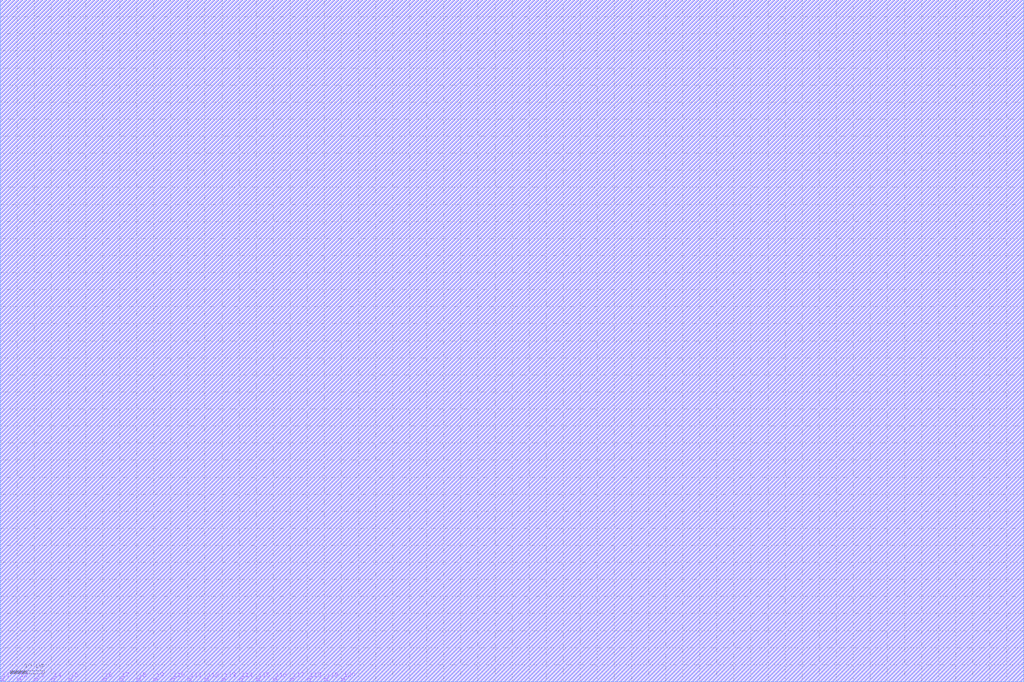
<source format=lef>
VERSION 5.5 ;
NAMESCASESENSITIVE ON ;
BUSBITCHARS "[]" ;
DIVIDERCHAR "/" ;

MACRO ms00f80
  PROPERTY LEF58_EDGETYPE "
    EDGETYPE LEFT 2 ;
    EDGETYPE RIGHT 2 ;
  " ;
  CLASS CORE ;
  ORIGIN 0 0  ;
  SIZE 1.6 BY 2.0 ;
  SYMMETRY X Y R90 ;

  SITE  core ;
  PIN o DIRECTION OUTPUT ;
    PORT
      LAYER metal2 ;
      RECT 0.05 0.500 0.15 1.500 ;
    END
  END o
  PIN ck DIRECTION INPUT ;
    PORT
      LAYER metal1 ;
      RECT 0.45 0.500 0.55 1.500 ;
    END
  END ck
  PIN d DIRECTION INPUT ;
    PORT
      LAYER metal1 ;
      RECT 1.05 0.500 1.15 1.500 ;
    END
  END d
END ms00f80

MACRO oa22f80
  PROPERTY LEF58_EDGETYPE "
    EDGETYPE LEFT 2 ;
    EDGETYPE RIGHT 2 ;
  " ;
  CLASS CORE ;
  ORIGIN 0 0  ;
  SIZE 204.8 BY 2.0 ;
  SYMMETRY X Y R90 ;

  SITE  core ;
  PIN o DIRECTION OUTPUT ;
    PORT
      LAYER metal1 ;
      RECT 0.05 0.500 0.15 1.500 ;
    END
  END o
  PIN a DIRECTION INPUT ;
    PORT
      LAYER metal1 ;
      RECT 40.85 0.500 40.95 1.500 ;
    END
  END a
  PIN b DIRECTION INPUT ;
    PORT
      LAYER metal1 ;
      RECT 81.85 0.500 81.95 1.500 ;
    END
  END b
  PIN c DIRECTION INPUT ;
    PORT
      LAYER metal1 ;
      RECT 122.8 0.500 122.9 1.500 ;
    END
  END c
  PIN d DIRECTION INPUT ;
    PORT
      LAYER metal1 ;
      RECT 163.9 0.500 164 1.500 ;
    END
  END d
END oa22f80

MACRO oa22f40
  PROPERTY LEF58_EDGETYPE "
    EDGETYPE LEFT 2 ;
    EDGETYPE RIGHT 2 ;
  " ;
  CLASS CORE ;
  ORIGIN 0 0  ;
  SIZE 102.4 BY 2.0 ;
  SYMMETRY X Y R90 ;

  SITE  core ;
  PIN o DIRECTION OUTPUT ;
    PORT
      LAYER metal1 ;
      RECT 0.05 0.500 0.15 1.500 ;
    END
  END o
  PIN a DIRECTION INPUT ;
    PORT
      LAYER metal1 ;
      RECT 20.45 0.500 20.55 1.500 ;
    END
  END a
  PIN b DIRECTION INPUT ;
    PORT
      LAYER metal1 ;
      RECT 40.85 0.500 40.95 1.500 ;
    END
  END b
  PIN c DIRECTION INPUT ;
    PORT
      LAYER metal1 ;
      RECT 61.45 0.500 61.55 1.500 ;
    END
  END c
  PIN d DIRECTION INPUT ;
    PORT
      LAYER metal1 ;
      RECT 81.85 0.500 81.95 1.500 ;
    END
  END d
END oa22f40

MACRO oa22f20
  PROPERTY LEF58_EDGETYPE "
    EDGETYPE LEFT 2 ;
    EDGETYPE RIGHT 2 ;
  " ;
  CLASS CORE ;
  ORIGIN 0 0  ;
  SIZE 51.2 BY 2.0 ;
  SYMMETRY X Y R90 ;

  SITE  core ;
  PIN o DIRECTION OUTPUT ;
    PORT
      LAYER metal1 ;
      RECT 0.05 0.500 0.15 1.500 ;
    END
  END o
  PIN a DIRECTION INPUT ;
    PORT
      LAYER metal1 ;
      RECT 10.25 0.500 10.35 1.500 ;
    END
  END a
  PIN b DIRECTION INPUT ;
    PORT
      LAYER metal1 ;
      RECT 20.45 0.500 20.55 1.500 ;
    END
  END b
  PIN c DIRECTION INPUT ;
    PORT
      LAYER metal1 ;
      RECT 30.65 0.500 30.75 1.500 ;
    END
  END c
  PIN d DIRECTION INPUT ;
    PORT
      LAYER metal1 ;
      RECT 40.85 0.500 40.95 1.500 ;
    END
  END d
END oa22f20

MACRO oa22f10
  PROPERTY LEF58_EDGETYPE "
    EDGETYPE LEFT 2 ;
    EDGETYPE RIGHT 2 ;
  " ;
  CLASS CORE ;
  ORIGIN 0 0  ;
  SIZE 25.6 BY 2.0 ;
  SYMMETRY X Y R90 ;

  SITE  core ;
  PIN o DIRECTION OUTPUT ;
    PORT
      LAYER metal1 ;
      RECT 0.05 0.500 0.15 1.500 ;
    END
  END o
  PIN a DIRECTION INPUT ;
    PORT
      LAYER metal1 ;
      RECT 5.05 0.500 5.15 1.500 ;
    END
  END a
  PIN b DIRECTION INPUT ;
    PORT
      LAYER metal1 ;
      RECT 10.25 0.500 10.35 1.500 ;
    END
  END b
  PIN c DIRECTION INPUT ;
    PORT
      LAYER metal1 ;
      RECT 15.25 0.500 15.35 1.500 ;
    END
  END c
  PIN d DIRECTION INPUT ;
    PORT
      LAYER metal1 ;
      RECT 20.45 0.500 20.55 1.500 ;
    END
  END d
END oa22f10

MACRO oa22f08
  PROPERTY LEF58_EDGETYPE "
    EDGETYPE LEFT 2 ;
    EDGETYPE RIGHT 2 ;
  " ;
  CLASS CORE ;
  ORIGIN 0 0  ;
  SIZE 12.8 BY 2.0 ;
  SYMMETRY X Y R90 ;

  SITE  core ;
  PIN o DIRECTION OUTPUT ;
    PORT
      LAYER metal1 ;
      RECT 0.05 0.500 0.15 1.500 ;
    END
  END o
  PIN a DIRECTION INPUT ;
    PORT
      LAYER metal1 ;
      RECT 2.45 0.500 2.55 1.500 ;
    END
  END a
  PIN b DIRECTION INPUT ;
    PORT
      LAYER metal1 ;
      RECT 5.05 0.500 5.15 1.500 ;
    END
  END b
  PIN c DIRECTION INPUT ;
    PORT
      LAYER metal1 ;
      RECT 7.65 0.500 7.75 1.500 ;
    END
  END c
  PIN d DIRECTION INPUT ;
    PORT
      LAYER metal1 ;
      RECT 10.25 0.500 10.35 1.500 ;
    END
  END d
END oa22f08

MACRO oa22f06
  PROPERTY LEF58_EDGETYPE "
    EDGETYPE LEFT 2 ;
    EDGETYPE RIGHT 2 ;
  " ;
  CLASS CORE ;
  ORIGIN 0 0  ;
  SIZE 9.6 BY 2.0 ;
  SYMMETRY X Y R90 ;

  SITE  core ;
  PIN o DIRECTION OUTPUT ;
    PORT
      LAYER metal1 ;
      RECT 0.05 0.500 0.15 1.500 ;
    END
  END o
  PIN a DIRECTION INPUT ;
    PORT
      LAYER metal1 ;
      RECT 1.85 0.500 1.95 1.500 ;
    END
  END a
  PIN b DIRECTION INPUT ;
    PORT
      LAYER metal1 ;
      RECT 3.85 0.500 3.95 1.500 ;
    END
  END b
  PIN c DIRECTION INPUT ;
    PORT
      LAYER metal1 ;
      RECT 5.65 0.500 5.75 1.500 ;
    END
  END c
  PIN d DIRECTION INPUT ;
    PORT
      LAYER metal1 ;
      RECT 7.65 0.500 7.75 1.500 ;
    END
  END d
END oa22f06

MACRO oa22f04
  PROPERTY LEF58_EDGETYPE "
    EDGETYPE LEFT 2 ;
    EDGETYPE RIGHT 2 ;
  " ;
  CLASS CORE ;
  ORIGIN 0 0  ;
  SIZE 6.4 BY 2.0 ;
  SYMMETRY X Y R90 ;

  SITE  core ;
  PIN o DIRECTION OUTPUT ;
    PORT
      LAYER metal1 ;
      RECT 0.05 0.500 0.15 1.500 ;
    END
  END o
  PIN a DIRECTION INPUT ;
    PORT
      LAYER metal1 ;
      RECT 1.25 0.500 1.35 1.500 ;
    END
  END a
  PIN b DIRECTION INPUT ;
    PORT
      LAYER metal1 ;
      RECT 2.45 0.500 2.55 1.500 ;
    END
  END b
  PIN c DIRECTION INPUT ;
    PORT
      LAYER metal1 ;
      RECT 3.85 0.500 3.95 1.500 ;
    END
  END c
  PIN d DIRECTION INPUT ;
    PORT
      LAYER metal1 ;
      RECT 5.05 0.500 5.15 1.500 ;
    END
  END d
END oa22f04

MACRO oa22f03
  PROPERTY LEF58_EDGETYPE "
    EDGETYPE LEFT 2 ;
    EDGETYPE RIGHT 2 ;
  " ;
  CLASS CORE ;
  ORIGIN 0 0  ;
  SIZE 4.8 BY 2.0 ;
  SYMMETRY X Y R90 ;

  SITE  core ;
  PIN o DIRECTION OUTPUT ;
    PORT
      LAYER metal1 ;
      RECT 0.05 0.500 0.15 1.500 ;
    END
  END o
  PIN a DIRECTION INPUT ;
    PORT
      LAYER metal1 ;
      RECT 0.85 0.500 0.95 1.500 ;
    END
  END a
  PIN b DIRECTION INPUT ;
    PORT
      LAYER metal1 ;
      RECT 1.85 0.500 1.95 1.500 ;
    END
  END b
  PIN c DIRECTION INPUT ;
    PORT
      LAYER metal1 ;
      RECT 2.85 0.500 2.95 1.500 ;
    END
  END c
  PIN d DIRECTION INPUT ;
    PORT
      LAYER metal1 ;
      RECT 3.85 0.500 3.95 1.500 ;
    END
  END d
END oa22f03

MACRO oa22f02
  PROPERTY LEF58_EDGETYPE "
    EDGETYPE LEFT 2 ;
    EDGETYPE RIGHT 2 ;
  " ;
  CLASS CORE ;
  ORIGIN 0 0  ;
  SIZE 3.2 BY 2.0 ;
  SYMMETRY X Y R90 ;

  SITE  core ;
  PIN o DIRECTION OUTPUT ;
    PORT
      LAYER metal1 ;
      RECT 0.05 0.500 0.15 1.500 ;
    END
  END o
  PIN a DIRECTION INPUT ;
    PORT
      LAYER metal1 ;
      RECT 0.65 0.500 0.75 1.500 ;
    END
  END a
  PIN b DIRECTION INPUT ;
    PORT
      LAYER metal1 ;
      RECT 1.25 0.500 1.35 1.500 ;
    END
  END b
  PIN c DIRECTION INPUT ;
    PORT
      LAYER metal1 ;
      RECT 1.85 0.500 1.95 1.500 ;
    END
  END c
  PIN d DIRECTION INPUT ;
    PORT
      LAYER metal1 ;
      RECT 2.45 0.500 2.55 1.500 ;
    END
  END d
END oa22f02

MACRO oa22f01
  PROPERTY LEF58_EDGETYPE "
    EDGETYPE LEFT 2 ;
    EDGETYPE RIGHT 2 ;
  " ;
  CLASS CORE ;
  ORIGIN 0 0  ;
  SIZE 1.6 BY 2.0 ;
  SYMMETRY X Y R90 ;

  SITE  core ;
  PIN d 
    DIRECTION INPUT ;
    PORT
      LAYER metal1 ;
      RECT 0.05 0.500 0.15 1.500 ;
    END
  END d
  PIN a DIRECTION INPUT ;
    PORT
      LAYER metal1 ;
      RECT 0.25 0.500 0.35 1.500 ;
    END
  END a
  PIN b DIRECTION INPUT ;
    PORT
      LAYER metal1 ;
      RECT 0.65 0.500 0.75 1.500 ;
    END
  END b
  PIN c DIRECTION INPUT ;
    PORT
      LAYER metal1 ;
      RECT 0.85 0.500 0.95 1.500 ;
    END
  END c
  PIN o 
    TAPERRULE EM_NDR ;
    DIRECTION OUTPUT ;
    PORT
    LAYER metal2 ;  
      RECT 1.25 0.500 1.35 1.050 ;
      RECT 1.35 0.950 1.55 1.050 ;
    END
  END o
END oa22f01

MACRO oa22m80
  PROPERTY LEF58_EDGETYPE "
    EDGETYPE LEFT 2 ;
    EDGETYPE RIGHT 2 ;
  " ;
  CLASS CORE ;
  ORIGIN 0 0  ;
  SIZE 204.8 BY 2.0 ;
  SYMMETRY X Y R90 ;

  SITE  core ;
  PIN o DIRECTION OUTPUT ;
    PORT
      LAYER metal1 ;
      RECT 0.05 0.500 0.15 1.500 ;
    END
  END o
  PIN a DIRECTION INPUT ;
    PORT
      LAYER metal1 ;
      RECT 40.85 0.500 40.95 1.500 ;
    END
  END a
  PIN b DIRECTION INPUT ;
    PORT
      LAYER metal1 ;
      RECT 81.85 0.500 81.95 1.500 ;
    END
  END b
  PIN c DIRECTION INPUT ;
    PORT
      LAYER metal1 ;
      RECT 122.8 0.500 122.9 1.500 ;
    END
  END c
  PIN d DIRECTION INPUT ;
    PORT
      LAYER metal1 ;
      RECT 163.9 0.500 164 1.500 ;
    END
  END d
END oa22m80

MACRO oa22m40
  PROPERTY LEF58_EDGETYPE "
    EDGETYPE LEFT 2 ;
    EDGETYPE RIGHT 2 ;
  " ;
  CLASS CORE ;
  ORIGIN 0 0  ;
  SIZE 102.4 BY 2.0 ;
  SYMMETRY X Y R90 ;

  SITE  core ;
  PIN o DIRECTION OUTPUT ;
    PORT
      LAYER metal1 ;
      RECT 0.05 0.500 0.15 1.500 ;
    END
  END o
  PIN a DIRECTION INPUT ;
    PORT
      LAYER metal1 ;
      RECT 20.45 0.500 20.55 1.500 ;
    END
  END a
  PIN b DIRECTION INPUT ;
    PORT
      LAYER metal1 ;
      RECT 40.85 0.500 40.95 1.500 ;
    END
  END b
  PIN c DIRECTION INPUT ;
    PORT
      LAYER metal1 ;
      RECT 61.45 0.500 61.55 1.500 ;
    END
  END c
  PIN d DIRECTION INPUT ;
    PORT
      LAYER metal1 ;
      RECT 81.85 0.500 81.95 1.500 ;
    END
  END d
END oa22m40

MACRO oa22m20
  PROPERTY LEF58_EDGETYPE "
    EDGETYPE LEFT 2 ;
    EDGETYPE RIGHT 2 ;
  " ;
  CLASS CORE ;
  ORIGIN 0 0  ;
  SIZE 51.2 BY 2.0 ;
  SYMMETRY X Y R90 ;

  SITE  core ;
  PIN o DIRECTION OUTPUT ;
    PORT
      LAYER metal1 ;
      RECT 0.05 0.500 0.15 1.500 ;
    END
  END o
  PIN a DIRECTION INPUT ;
    PORT
      LAYER metal1 ;
      RECT 10.25 0.500 10.35 1.500 ;
    END
  END a
  PIN b DIRECTION INPUT ;
    PORT
      LAYER metal1 ;
      RECT 20.45 0.500 20.55 1.500 ;
    END
  END b
  PIN c DIRECTION INPUT ;
    PORT
      LAYER metal1 ;
      RECT 30.65 0.500 30.75 1.500 ;
    END
  END c
  PIN d DIRECTION INPUT ;
    PORT
      LAYER metal1 ;
      RECT 40.85 0.500 40.95 1.500 ;
    END
  END d
END oa22m20

MACRO oa22m10
  PROPERTY LEF58_EDGETYPE "
    EDGETYPE LEFT 2 ;
    EDGETYPE RIGHT 2 ;
  " ;
  CLASS CORE ;
  ORIGIN 0 0  ;
  SIZE 25.6 BY 2.0 ;
  SYMMETRY X Y R90 ;

  SITE  core ;
  PIN o DIRECTION OUTPUT ;
    PORT
      LAYER metal1 ;
      RECT 0.05 0.500 0.15 1.500 ;
    END
  END o
  PIN a DIRECTION INPUT ;
    PORT
      LAYER metal1 ;
      RECT 5.05 0.500 5.15 1.500 ;
    END
  END a
  PIN b DIRECTION INPUT ;
    PORT
      LAYER metal1 ;
      RECT 10.25 0.500 10.35 1.500 ;
    END
  END b
  PIN c DIRECTION INPUT ;
    PORT
      LAYER metal1 ;
      RECT 15.25 0.500 15.35 1.500 ;
    END
  END c
  PIN d DIRECTION INPUT ;
    PORT
      LAYER metal1 ;
      RECT 20.45 0.500 20.55 1.500 ;
    END
  END d
END oa22m10

MACRO oa22m08
  PROPERTY LEF58_EDGETYPE "
    EDGETYPE LEFT 2 ;
    EDGETYPE RIGHT 2 ;
  " ;
  CLASS CORE ;
  ORIGIN 0 0  ;
  SIZE 12.8 BY 2.0 ;
  SYMMETRY X Y R90 ;

  SITE  core ;
  PIN o DIRECTION OUTPUT ;
    PORT
      LAYER metal1 ;
      RECT 0.05 0.500 0.15 1.500 ;
    END
  END o
  PIN a DIRECTION INPUT ;
    PORT
      LAYER metal1 ;
      RECT 2.45 0.500 2.55 1.500 ;
    END
  END a
  PIN b DIRECTION INPUT ;
    PORT
      LAYER metal1 ;
      RECT 5.05 0.500 5.15 1.500 ;
    END
  END b
  PIN c DIRECTION INPUT ;
    PORT
      LAYER metal1 ;
      RECT 7.65 0.500 7.75 1.500 ;
    END
  END c
  PIN d DIRECTION INPUT ;
    PORT
      LAYER metal1 ;
      RECT 10.25 0.500 10.35 1.500 ;
    END
  END d
END oa22m08

MACRO oa22m06
  PROPERTY LEF58_EDGETYPE "
    EDGETYPE LEFT 2 ;
    EDGETYPE RIGHT 2 ;
  " ;
  CLASS CORE ;
  ORIGIN 0 0  ;
  SIZE 9.6 BY 2.0 ;
  SYMMETRY X Y R90 ;

  SITE  core ;
  PIN o DIRECTION OUTPUT ;
    PORT
      LAYER metal1 ;
      RECT 0.05 0.500 0.15 1.500 ;
    END
  END o
  PIN a DIRECTION INPUT ;
    PORT
      LAYER metal1 ;
      RECT 1.85 0.500 1.95 1.500 ;
    END
  END a
  PIN b DIRECTION INPUT ;
    PORT
      LAYER metal1 ;
      RECT 3.85 0.500 3.95 1.500 ;
    END
  END b
  PIN c DIRECTION INPUT ;
    PORT
      LAYER metal1 ;
      RECT 5.65 0.500 5.75 1.500 ;
    END
  END c
  PIN d DIRECTION INPUT ;
    PORT
      LAYER metal1 ;
      RECT 7.65 0.500 7.75 1.500 ;
    END
  END d
END oa22m06

MACRO oa22m04
  PROPERTY LEF58_EDGETYPE "
    EDGETYPE LEFT 2 ;
    EDGETYPE RIGHT 2 ;
  " ;
  CLASS CORE ;
  ORIGIN 0 0  ;
  SIZE 6.4 BY 2.0 ;
  SYMMETRY X Y R90 ;

  SITE  core ;
  PIN o DIRECTION OUTPUT ;
    PORT
      LAYER metal1 ;
      RECT 0.05 0.500 0.15 1.500 ;
    END
  END o
  PIN a DIRECTION INPUT ;
    PORT
      LAYER metal1 ;
      RECT 1.25 0.500 1.35 1.500 ;
    END
  END a
  PIN b DIRECTION INPUT ;
    PORT
      LAYER metal1 ;
      RECT 2.45 0.500 2.55 1.500 ;
    END
  END b
  PIN c DIRECTION INPUT ;
    PORT
      LAYER metal1 ;
      RECT 3.85 0.500 3.95 1.500 ;
    END
  END c
  PIN d DIRECTION INPUT ;
    PORT
      LAYER metal1 ;
      RECT 5.05 0.500 5.15 1.500 ;
    END
  END d
END oa22m04

MACRO oa22m03
  PROPERTY LEF58_EDGETYPE "
    EDGETYPE LEFT 2 ;
    EDGETYPE RIGHT 2 ;
  " ;
  CLASS CORE ;
  ORIGIN 0 0  ;
  SIZE 4.8 BY 2.0 ;
  SYMMETRY X Y R90 ;

  SITE  core ;
  PIN o DIRECTION OUTPUT ;
    PORT
      LAYER metal1 ;
      RECT 0.05 0.500 0.15 1.500 ;
    END
  END o
  PIN a DIRECTION INPUT ;
    PORT
      LAYER metal1 ;
      RECT 0.85 0.500 0.95 1.500 ;
    END
  END a
  PIN b DIRECTION INPUT ;
    PORT
      LAYER metal1 ;
      RECT 1.85 0.500 1.95 1.500 ;
    END
  END b
  PIN c DIRECTION INPUT ;
    PORT
      LAYER metal1 ;
      RECT 2.85 0.500 2.95 1.500 ;
    END
  END c
  PIN d DIRECTION INPUT ;
    PORT
      LAYER metal1 ;
      RECT 3.85 0.500 3.95 1.500 ;
    END
  END d
END oa22m03

MACRO oa22m02
  PROPERTY LEF58_EDGETYPE "
    EDGETYPE LEFT 2 ;
    EDGETYPE RIGHT 2 ;
  " ;
  CLASS CORE ;
  ORIGIN 0 0  ;
  SIZE 3.2 BY 2.0 ;
  SYMMETRY X Y R90 ;

  SITE  core ;
  PIN o DIRECTION OUTPUT ;
    PORT
      LAYER metal1 ;
      RECT 0.05 0.500 0.15 1.500 ;
    END
  END o
  PIN a DIRECTION INPUT ;
    PORT
      LAYER metal1 ;
      RECT 0.65 0.500 0.75 1.500 ;
    END
  END a
  PIN b DIRECTION INPUT ;
    PORT
      LAYER metal1 ;
      RECT 1.25 0.500 1.35 1.500 ;
    END
  END b
  PIN c DIRECTION INPUT ;
    PORT
      LAYER metal1 ;
      RECT 1.85 0.500 1.95 1.500 ;
    END
  END c
  PIN d DIRECTION INPUT ;
    PORT
      LAYER metal1 ;
      RECT 2.45 0.500 2.55 1.500 ;
    END
  END d
END oa22m02

MACRO oa22m01
  PROPERTY LEF58_EDGETYPE "
    EDGETYPE LEFT 2 ;
    EDGETYPE RIGHT 2 ;
  " ;
  CLASS CORE ;
  ORIGIN 0 0  ;
  SIZE 1.6 BY 2.0 ;
  SYMMETRY X Y R90 ;

  SITE  core ;
  PIN o DIRECTION OUTPUT ;
    PORT
      LAYER metal1 ;
      RECT 0.05 0.500 0.15 1.500 ;
    END
  END o
  PIN a DIRECTION INPUT ;
    PORT
      LAYER metal1 ;
      RECT 0.25 0.500 0.35 1.500 ;
    END
  END a
  PIN b DIRECTION INPUT ;
    PORT
      LAYER metal1 ;
      RECT 0.65 0.500 0.75 1.500 ;
    END
  END b
  PIN c DIRECTION INPUT ;
    PORT
      LAYER metal1 ;
      RECT 0.85 0.500 0.95 1.500 ;
    END
  END c
  PIN d DIRECTION INPUT ;
    PORT
      LAYER metal1 ;
      RECT 1.25 0.500 1.35 1.500 ;
    END
  END d
END oa22m01

MACRO oa22s80
  PROPERTY LEF58_EDGETYPE "
    EDGETYPE LEFT 2 ;
    EDGETYPE RIGHT 2 ;
  " ;
  CLASS CORE ;
  ORIGIN 0 0  ;
  SIZE 204.8 BY 2.0 ;
  SYMMETRY X Y R90 ;

  SITE  core ;
  PIN o DIRECTION OUTPUT ;
    PORT
      LAYER metal1 ;
      RECT 0.05 0.500 0.15 1.500 ;
    END
  END o
  PIN a DIRECTION INPUT ;
    PORT
      LAYER metal1 ;
      RECT 40.85 0.500 40.95 1.500 ;
    END
  END a
  PIN b DIRECTION INPUT ;
    PORT
      LAYER metal1 ;
      RECT 81.85 0.500 81.95 1.500 ;
    END
  END b
  PIN c DIRECTION INPUT ;
    PORT
      LAYER metal1 ;
      RECT 122.8 0.500 122.9 1.500 ;
    END
  END c
  PIN d DIRECTION INPUT ;
    PORT
      LAYER metal1 ;
      RECT 163.9 0.500 164 1.500 ;
    END
  END d
END oa22s80

MACRO oa22s40
  PROPERTY LEF58_EDGETYPE "
    EDGETYPE LEFT 2 ;
    EDGETYPE RIGHT 2 ;
  " ;
  CLASS CORE ;
  ORIGIN 0 0  ;
  SIZE 102.4 BY 2.0 ;
  SYMMETRY X Y R90 ;

  SITE  core ;
  PIN o DIRECTION OUTPUT ;
    PORT
      LAYER metal1 ;
      RECT 0.05 0.500 0.15 1.500 ;
    END
  END o
  PIN a DIRECTION INPUT ;
    PORT
      LAYER metal1 ;
      RECT 20.45 0.500 20.55 1.500 ;
    END
  END a
  PIN b DIRECTION INPUT ;
    PORT
      LAYER metal1 ;
      RECT 40.85 0.500 40.95 1.500 ;
    END
  END b
  PIN c DIRECTION INPUT ;
    PORT
      LAYER metal1 ;
      RECT 61.45 0.500 61.55 1.500 ;
    END
  END c
  PIN d DIRECTION INPUT ;
    PORT
      LAYER metal1 ;
      RECT 81.85 0.500 81.95 1.500 ;
    END
  END d
END oa22s40

MACRO oa22s20
  PROPERTY LEF58_EDGETYPE "
    EDGETYPE LEFT 2 ;
    EDGETYPE RIGHT 2 ;
  " ;
  CLASS CORE ;
  ORIGIN 0 0  ;
  SIZE 51.2 BY 2.0 ;
  SYMMETRY X Y R90 ;

  SITE  core ;
  PIN o DIRECTION OUTPUT ;
    PORT
      LAYER metal1 ;
      RECT 0.05 0.500 0.15 1.500 ;
    END
  END o
  PIN a DIRECTION INPUT ;
    PORT
      LAYER metal1 ;
      RECT 10.25 0.500 10.35 1.500 ;
    END
  END a
  PIN b DIRECTION INPUT ;
    PORT
      LAYER metal1 ;
      RECT 20.45 0.500 20.55 1.500 ;
    END
  END b
  PIN c DIRECTION INPUT ;
    PORT
      LAYER metal1 ;
      RECT 30.65 0.500 30.75 1.500 ;
    END
  END c
  PIN d DIRECTION INPUT ;
    PORT
      LAYER metal1 ;
      RECT 40.85 0.500 40.95 1.500 ;
    END
  END d
END oa22s20

MACRO oa22s10
  PROPERTY LEF58_EDGETYPE "
    EDGETYPE LEFT 2 ;
    EDGETYPE RIGHT 2 ;
  " ;
  CLASS CORE ;
  ORIGIN 0 0  ;
  SIZE 25.6 BY 2.0 ;
  SYMMETRY X Y R90 ;

  SITE  core ;
  PIN o DIRECTION OUTPUT ;
    PORT
      LAYER metal1 ;
      RECT 0.05 0.500 0.15 1.500 ;
    END
  END o
  PIN a DIRECTION INPUT ;
    PORT
      LAYER metal1 ;
      RECT 5.05 0.500 5.15 1.500 ;
    END
  END a
  PIN b DIRECTION INPUT ;
    PORT
      LAYER metal1 ;
      RECT 10.25 0.500 10.35 1.500 ;
    END
  END b
  PIN c DIRECTION INPUT ;
    PORT
      LAYER metal1 ;
      RECT 15.25 0.500 15.35 1.500 ;
    END
  END c
  PIN d DIRECTION INPUT ;
    PORT
      LAYER metal1 ;
      RECT 20.45 0.500 20.55 1.500 ;
    END
  END d
END oa22s10

MACRO oa22s08
  PROPERTY LEF58_EDGETYPE "
    EDGETYPE LEFT 2 ;
    EDGETYPE RIGHT 2 ;
  " ;
  CLASS CORE ;
  ORIGIN 0 0  ;
  SIZE 12.8 BY 2.0 ;
  SYMMETRY X Y R90 ;

  SITE  core ;
  PIN o DIRECTION OUTPUT ;
    PORT
      LAYER metal1 ;
      RECT 0.05 0.500 0.15 1.500 ;
    END
  END o
  PIN a DIRECTION INPUT ;
    PORT
      LAYER metal1 ;
      RECT 2.45 0.500 2.55 1.500 ;
    END
  END a
  PIN b DIRECTION INPUT ;
    PORT
      LAYER metal1 ;
      RECT 5.05 0.500 5.15 1.500 ;
    END
  END b
  PIN c DIRECTION INPUT ;
    PORT
      LAYER metal1 ;
      RECT 7.65 0.500 7.75 1.500 ;
    END
  END c
  PIN d DIRECTION INPUT ;
    PORT
      LAYER metal1 ;
      RECT 10.25 0.500 10.35 1.500 ;
    END
  END d
END oa22s08

MACRO oa22s06
  PROPERTY LEF58_EDGETYPE "
    EDGETYPE LEFT 2 ;
    EDGETYPE RIGHT 2 ;
  " ;
  CLASS CORE ;
  ORIGIN 0 0  ;
  SIZE 9.6 BY 2.0 ;
  SYMMETRY X Y R90 ;

  SITE  core ;
  PIN o DIRECTION OUTPUT ;
    PORT
      LAYER metal1 ;
      RECT 0.05 0.500 0.15 1.500 ;
    END
  END o
  PIN a DIRECTION INPUT ;
    PORT
      LAYER metal1 ;
      RECT 1.85 0.500 1.95 1.500 ;
    END
  END a
  PIN b DIRECTION INPUT ;
    PORT
      LAYER metal1 ;
      RECT 3.85 0.500 3.95 1.500 ;
    END
  END b
  PIN c DIRECTION INPUT ;
    PORT
      LAYER metal1 ;
      RECT 5.65 0.500 5.75 1.500 ;
    END
  END c
  PIN d DIRECTION INPUT ;
    PORT
      LAYER metal1 ;
      RECT 7.65 0.500 7.75 1.500 ;
    END
  END d
END oa22s06

MACRO oa22s04
  PROPERTY LEF58_EDGETYPE "
    EDGETYPE LEFT 2 ;
    EDGETYPE RIGHT 2 ;
  " ;
  CLASS CORE ;
  ORIGIN 0 0  ;
  SIZE 6.4 BY 2.0 ;
  SYMMETRY X Y R90 ;

  SITE  core ;
  PIN o DIRECTION OUTPUT ;
    PORT
      LAYER metal1 ;
      RECT 0.05 0.500 0.15 1.500 ;
    END
  END o
  PIN a DIRECTION INPUT ;
    PORT
      LAYER metal1 ;
      RECT 1.25 0.500 1.35 1.500 ;
    END
  END a
  PIN b DIRECTION INPUT ;
    PORT
      LAYER metal1 ;
      RECT 2.45 0.500 2.55 1.500 ;
    END
  END b
  PIN c DIRECTION INPUT ;
    PORT
      LAYER metal1 ;
      RECT 3.85 0.500 3.95 1.500 ;
    END
  END c
  PIN d DIRECTION INPUT ;
    PORT
      LAYER metal1 ;
      RECT 5.05 0.500 5.15 1.500 ;
    END
  END d
END oa22s04

MACRO oa22s03
  PROPERTY LEF58_EDGETYPE "
    EDGETYPE LEFT 2 ;
    EDGETYPE RIGHT 2 ;
  " ;
  CLASS CORE ;
  ORIGIN 0 0  ;
  SIZE 4.8 BY 2.0 ;
  SYMMETRY X Y R90 ;

  SITE  core ;
  PIN o DIRECTION OUTPUT ;
    PORT
      LAYER metal1 ;
      RECT 0.05 0.500 0.15 1.500 ;
    END
  END o
  PIN a DIRECTION INPUT ;
    PORT
      LAYER metal1 ;
      RECT 0.85 0.500 0.95 1.500 ;
    END
  END a
  PIN b DIRECTION INPUT ;
    PORT
      LAYER metal1 ;
      RECT 1.85 0.500 1.95 1.500 ;
    END
  END b
  PIN c DIRECTION INPUT ;
    PORT
      LAYER metal1 ;
      RECT 2.85 0.500 2.95 1.500 ;
    END
  END c
  PIN d DIRECTION INPUT ;
    PORT
      LAYER metal1 ;
      RECT 3.85 0.500 3.95 1.500 ;
    END
  END d
END oa22s03

MACRO oa22s02
  PROPERTY LEF58_EDGETYPE "
    EDGETYPE LEFT 2 ;
    EDGETYPE RIGHT 2 ;
  " ;
  CLASS CORE ;
  ORIGIN 0 0  ;
  SIZE 3.2 BY 2.0 ;
  SYMMETRY X Y R90 ;

  SITE  core ;
  PIN o DIRECTION OUTPUT ;
    PORT
      LAYER metal1 ;
      RECT 0.05 0.500 0.15 1.500 ;
    END
  END o
  PIN a DIRECTION INPUT ;
    PORT
      LAYER metal1 ;
      RECT 0.65 0.500 0.75 1.500 ;
    END
  END a
  PIN b DIRECTION INPUT ;
    PORT
      LAYER metal1 ;
      RECT 1.25 0.500 1.35 1.500 ;
    END
  END b
  PIN c DIRECTION INPUT ;
    PORT
      LAYER metal1 ;
      RECT 1.85 0.500 1.95 1.500 ;
    END
  END c
  PIN d DIRECTION INPUT ;
    PORT
      LAYER metal1 ;
      RECT 2.45 0.500 2.55 1.500 ;
    END
  END d
END oa22s02

MACRO oa22s01
  PROPERTY LEF58_EDGETYPE "
    EDGETYPE LEFT 2 ;
    EDGETYPE RIGHT 2 ;
  " ;
  CLASS CORE ;
  ORIGIN 0 0  ;
  SIZE 1.6 BY 2.0 ;
  SYMMETRY X Y R90 ;

  SITE  core ;
  PIN o DIRECTION OUTPUT ;
    PORT
      LAYER metal1 ;
      RECT 0.05 0.500 0.15 1.500 ;
    END
  END o
  PIN a DIRECTION INPUT ;
    PORT
      LAYER metal1 ;
      RECT 0.25 0.500 0.35 1.500 ;
    END
  END a
  PIN b DIRECTION INPUT ;
    PORT
      LAYER metal1 ;
      RECT 0.65 0.500 0.75 1.500 ;
    END
  END b
  PIN c DIRECTION INPUT ;
    PORT
      LAYER metal1 ;
      RECT 0.85 0.500 0.95 1.500 ;
    END
  END c
  PIN d DIRECTION INPUT ;
    PORT
      LAYER metal1 ;
      RECT 1.25 0.500 1.35 1.500 ;
    END
  END d
END oa22s01

MACRO oa12f80
  PROPERTY LEF58_EDGETYPE "
    EDGETYPE LEFT 2 ;
    EDGETYPE RIGHT 2 ;
  " ;
  CLASS CORE ;
  ORIGIN 0 0  ;
  SIZE 153.6 BY 2.0 ;
  SYMMETRY X Y R90 ;

  SITE  core ;
  PIN o DIRECTION OUTPUT ;
    PORT
      LAYER metal1 ;
      RECT 0.05 0.500 0.15 1.500 ;
    END
  END o
  PIN a DIRECTION INPUT ;
    PORT
      LAYER metal1 ;
      RECT 38.45 0.500 38.55 1.500 ;
    END
  END a
  PIN b DIRECTION INPUT ;
    PORT
      LAYER metal1 ;
      RECT 76.85 0.500 76.95 1.500 ;
    END
  END b
  PIN c DIRECTION INPUT ;
    PORT
      LAYER metal1 ;
      RECT 115.2 0.500 115.3 1.500 ;
    END
  END c
END oa12f80

MACRO oa12f40
  PROPERTY LEF58_EDGETYPE "
    EDGETYPE LEFT 2 ;
    EDGETYPE RIGHT 2 ;
  " ;
  CLASS CORE ;
  ORIGIN 0 0  ;
  SIZE 76.8 BY 2.0 ;
  SYMMETRY X Y R90 ;

  SITE  core ;
  PIN o DIRECTION OUTPUT ;
    PORT
      LAYER metal1 ;
      RECT 0.05 0.500 0.15 1.500 ;
    END
  END o
  PIN a DIRECTION INPUT ;
    PORT
      LAYER metal1 ;
      RECT 19.25 0.500 19.35 1.500 ;
    END
  END a
  PIN b DIRECTION INPUT ;
    PORT
      LAYER metal1 ;
      RECT 38.45 0.500 38.55 1.500 ;
    END
  END b
  PIN c DIRECTION INPUT ;
    PORT
      LAYER metal1 ;
      RECT 57.65 0.500 57.75 1.500 ;
    END
  END c
END oa12f40

MACRO oa12f20
  PROPERTY LEF58_EDGETYPE "
    EDGETYPE LEFT 2 ;
    EDGETYPE RIGHT 2 ;
  " ;
  CLASS CORE ;
  ORIGIN 0 0  ;
  SIZE 38.4 BY 2.0 ;
  SYMMETRY X Y R90 ;

  SITE  core ;
  PIN o DIRECTION OUTPUT ;
    PORT
      LAYER metal1 ;
      RECT 0.05 0.500 0.15 1.500 ;
    END
  END o
  PIN a DIRECTION INPUT ;
    PORT
      LAYER metal1 ;
      RECT 9.65 0.500 9.75 1.500 ;
    END
  END a
  PIN b DIRECTION INPUT ;
    PORT
      LAYER metal1 ;
      RECT 19.25 0.500 19.35 1.500 ;
    END
  END b
  PIN c DIRECTION INPUT ;
    PORT
      LAYER metal1 ;
      RECT 28.85 0.500 28.95 1.500 ;
    END
  END c
END oa12f20

MACRO oa12f10
  PROPERTY LEF58_EDGETYPE "
    EDGETYPE LEFT 2 ;
    EDGETYPE RIGHT 2 ;
  " ;
  CLASS CORE ;
  ORIGIN 0 0  ;
  SIZE 19.2 BY 2.0 ;
  SYMMETRY X Y R90 ;

  SITE  core ;
  PIN o DIRECTION OUTPUT ;
    PORT
      LAYER metal1 ;
      RECT 0.05 0.500 0.15 1.500 ;
    END
  END o
  PIN a DIRECTION INPUT ;
    PORT
      LAYER metal1 ;
      RECT 4.85 0.500 4.95 1.500 ;
    END
  END a
  PIN b DIRECTION INPUT ;
    PORT
      LAYER metal1 ;
      RECT 9.65 0.500 9.75 1.500 ;
    END
  END b
  PIN c DIRECTION INPUT ;
    PORT
      LAYER metal1 ;
      RECT 14.45 0.500 14.55 1.500 ;
    END
  END c
END oa12f10

MACRO oa12f08
  PROPERTY LEF58_EDGETYPE "
    EDGETYPE LEFT 2 ;
    EDGETYPE RIGHT 2 ;
  " ;
  CLASS CORE ;
  ORIGIN 0 0  ;
  SIZE 9.6 BY 2.0 ;
  SYMMETRY X Y R90 ;

  SITE  core ;
  PIN o DIRECTION OUTPUT ;
    PORT
      LAYER metal1 ;
      RECT 0.05 0.500 0.15 1.500 ;
    END
  END o
  PIN a DIRECTION INPUT ;
    PORT
      LAYER metal1 ;
      RECT 2.45 0.500 2.55 1.500 ;
    END
  END a
  PIN b DIRECTION INPUT ;
    PORT
      LAYER metal1 ;
      RECT 4.85 0.500 4.95 1.500 ;
    END
  END b
  PIN c DIRECTION INPUT ;
    PORT
      LAYER metal1 ;
      RECT 7.25 0.500 7.35 1.500 ;
    END
  END c
END oa12f08

MACRO oa12f06
  PROPERTY LEF58_EDGETYPE "
    EDGETYPE LEFT 2 ;
    EDGETYPE RIGHT 2 ;
  " ;
  CLASS CORE ;
  ORIGIN 0 0  ;
  SIZE 7.2 BY 2.0 ;
  SYMMETRY X Y R90 ;

  SITE  core ;
  PIN o DIRECTION OUTPUT ;
    PORT
      LAYER metal1 ;
      RECT 0.05 0.500 0.15 1.500 ;
    END
  END o
  PIN a DIRECTION INPUT ;
    PORT
      LAYER metal1 ;
      RECT 1.85 0.500 1.95 1.500 ;
    END
  END a
  PIN b DIRECTION INPUT ;
    PORT
      LAYER metal1 ;
      RECT 3.65 0.500 3.75 1.500 ;
    END
  END b
  PIN c DIRECTION INPUT ;
    PORT
      LAYER metal1 ;
      RECT 5.45 0.500 5.55 1.500 ;
    END
  END c
END oa12f06

MACRO oa12f04
  PROPERTY LEF58_EDGETYPE "
    EDGETYPE LEFT 2 ;
    EDGETYPE RIGHT 2 ;
  " ;
  CLASS CORE ;
  ORIGIN 0 0  ;
  SIZE 4.8 BY 2.0 ;
  SYMMETRY X Y R90 ;

  SITE  core ;
  PIN o DIRECTION OUTPUT ;
    PORT
      LAYER metal1 ;
      RECT 0.05 0.500 0.15 1.500 ;
    END
  END o
  PIN a DIRECTION INPUT ;
    PORT
      LAYER metal1 ;
      RECT 1.25 0.500 1.35 1.500 ;
    END
  END a
  PIN b DIRECTION INPUT ;
    PORT
      LAYER metal1 ;
      RECT 2.45 0.500 2.55 1.500 ;
    END
  END b
  PIN c DIRECTION INPUT ;
    PORT
      LAYER metal1 ;
      RECT 3.65 0.500 3.75 1.500 ;
    END
  END c
END oa12f04

MACRO oa12f03
  PROPERTY LEF58_EDGETYPE "
    EDGETYPE LEFT 2 ;
    EDGETYPE RIGHT 2 ;
  " ;
  CLASS CORE ;
  ORIGIN 0 0  ;
  SIZE 3.6 BY 2.0 ;
  SYMMETRY X Y R90 ;

  SITE  core ;
  PIN o DIRECTION OUTPUT ;
    PORT
      LAYER metal1 ;
      RECT 0.05 0.500 0.15 1.500 ;
    END
  END o
  PIN a DIRECTION INPUT ;
    PORT
      LAYER metal1 ;
      RECT 0.85 0.500 0.95 1.500 ;
    END
  END a
  PIN b DIRECTION INPUT ;
    PORT
      LAYER metal1 ;
      RECT 1.85 0.500 1.95 1.500 ;
    END
  END b
  PIN c DIRECTION INPUT ;
    PORT
      LAYER metal1 ;
      RECT 2.65 0.500 2.75 1.500 ;
    END
  END c
END oa12f03

MACRO oa12f02
  PROPERTY LEF58_EDGETYPE "
    EDGETYPE LEFT 2 ;
    EDGETYPE RIGHT 2 ;
  " ;
  CLASS CORE ;
  ORIGIN 0 0  ;
  SIZE 2.4 BY 2.0 ;
  SYMMETRY X Y R90 ;

  SITE  core ;
  PIN o DIRECTION OUTPUT ;
    PORT
      LAYER metal1 ;
      RECT 0.05 0.500 0.15 1.500 ;
    END
  END o
  PIN a DIRECTION INPUT ;
    PORT
      LAYER metal1 ;
      RECT 0.65 0.500 0.75 1.500 ;
    END
  END a
  PIN b DIRECTION INPUT ;
    PORT
      LAYER metal1 ;
      RECT 1.25 0.500 1.35 1.500 ;
    END
  END b
  PIN c DIRECTION INPUT ;
    PORT
      LAYER metal1 ;
      RECT 1.85 0.500 1.95 1.500 ;
    END
  END c
END oa12f02

MACRO oa12f01
  PROPERTY LEF58_EDGETYPE "
    EDGETYPE LEFT 2 ;
    EDGETYPE RIGHT 2 ;
  " ;
  CLASS CORE ;
  ORIGIN 0 0  ;
  SIZE 1.2 BY 2.0 ;
  SYMMETRY X Y R90 ;

  SITE  core ;
  PIN o DIRECTION OUTPUT ;
    PORT
      LAYER metal1 ;
      RECT 0.05 0.500 0.15 1.500 ;
    END
  END o
  PIN a DIRECTION INPUT ;
    PORT
      LAYER metal1 ;
      RECT 0.25 0.500 0.35 1.500 ;
    END
  END a
  PIN b DIRECTION INPUT ;
    PORT
      LAYER metal1 ;
      RECT 0.65 0.500 0.75 1.500 ;
    END
  END b
  PIN c DIRECTION INPUT ;
    PORT
      LAYER metal1 ;
      RECT 0.85 0.500 0.95 1.500 ;
    END
  END c
END oa12f01

MACRO oa12m80
  PROPERTY LEF58_EDGETYPE "
    EDGETYPE LEFT 2 ;
    EDGETYPE RIGHT 2 ;
  " ;
  CLASS CORE ;
  ORIGIN 0 0  ;
  SIZE 153.6 BY 2.0 ;
  SYMMETRY X Y R90 ;

  SITE  core ;
  PIN o DIRECTION OUTPUT ;
    PORT
      LAYER metal1 ;
      RECT 0.05 0.500 0.15 1.500 ;
    END
  END o
  PIN a DIRECTION INPUT ;
    PORT
      LAYER metal1 ;
      RECT 38.45 0.500 38.55 1.500 ;
    END
  END a
  PIN b DIRECTION INPUT ;
    PORT
      LAYER metal1 ;
      RECT 76.85 0.500 76.95 1.500 ;
    END
  END b
  PIN c DIRECTION INPUT ;
    PORT
      LAYER metal1 ;
      RECT 115.2 0.500 115.3 1.500 ;
    END
  END c
END oa12m80

MACRO oa12m40
  PROPERTY LEF58_EDGETYPE "
    EDGETYPE LEFT 2 ;
    EDGETYPE RIGHT 2 ;
  " ;
  CLASS CORE ;
  ORIGIN 0 0  ;
  SIZE 76.8 BY 2.0 ;
  SYMMETRY X Y R90 ;

  SITE  core ;
  PIN o DIRECTION OUTPUT ;
    PORT
      LAYER metal1 ;
      RECT 0.05 0.500 0.15 1.500 ;
    END
  END o
  PIN a DIRECTION INPUT ;
    PORT
      LAYER metal1 ;
      RECT 19.25 0.500 19.35 1.500 ;
    END
  END a
  PIN b DIRECTION INPUT ;
    PORT
      LAYER metal1 ;
      RECT 38.45 0.500 38.55 1.500 ;
    END
  END b
  PIN c DIRECTION INPUT ;
    PORT
      LAYER metal1 ;
      RECT 57.65 0.500 57.75 1.500 ;
    END
  END c
END oa12m40

MACRO oa12m20
  PROPERTY LEF58_EDGETYPE "
    EDGETYPE LEFT 2 ;
    EDGETYPE RIGHT 2 ;
  " ;
  CLASS CORE ;
  ORIGIN 0 0  ;
  SIZE 38.4 BY 2.0 ;
  SYMMETRY X Y R90 ;

  SITE  core ;
  PIN o DIRECTION OUTPUT ;
    PORT
      LAYER metal1 ;
      RECT 0.05 0.500 0.15 1.500 ;
    END
  END o
  PIN a DIRECTION INPUT ;
    PORT
      LAYER metal1 ;
      RECT 9.65 0.500 9.75 1.500 ;
    END
  END a
  PIN b DIRECTION INPUT ;
    PORT
      LAYER metal1 ;
      RECT 19.25 0.500 19.35 1.500 ;
    END
  END b
  PIN c DIRECTION INPUT ;
    PORT
      LAYER metal1 ;
      RECT 28.85 0.500 28.95 1.500 ;
    END
  END c
END oa12m20

MACRO oa12m10
  PROPERTY LEF58_EDGETYPE "
    EDGETYPE LEFT 2 ;
    EDGETYPE RIGHT 2 ;
  " ;
  CLASS CORE ;
  ORIGIN 0 0  ;
  SIZE 19.2 BY 2.0 ;
  SYMMETRY X Y R90 ;

  SITE  core ;
  PIN o DIRECTION OUTPUT ;
    PORT
      LAYER metal1 ;
      RECT 0.05 0.500 0.15 1.500 ;
    END
  END o
  PIN a DIRECTION INPUT ;
    PORT
      LAYER metal1 ;
      RECT 4.85 0.500 4.95 1.500 ;
    END
  END a
  PIN b DIRECTION INPUT ;
    PORT
      LAYER metal1 ;
      RECT 9.65 0.500 9.75 1.500 ;
    END
  END b
  PIN c DIRECTION INPUT ;
    PORT
      LAYER metal1 ;
      RECT 14.45 0.500 14.55 1.500 ;
    END
  END c
END oa12m10

MACRO oa12m08
  PROPERTY LEF58_EDGETYPE "
    EDGETYPE LEFT 2 ;
    EDGETYPE RIGHT 2 ;
  " ;
  CLASS CORE ;
  ORIGIN 0 0  ;
  SIZE 9.6 BY 2.0 ;
  SYMMETRY X Y R90 ;

  SITE  core ;
  PIN o DIRECTION OUTPUT ;
    PORT
      LAYER metal1 ;
      RECT 0.05 0.500 0.15 1.500 ;
    END
  END o
  PIN a DIRECTION INPUT ;
    PORT
      LAYER metal1 ;
      RECT 2.45 0.500 2.55 1.500 ;
    END
  END a
  PIN b DIRECTION INPUT ;
    PORT
      LAYER metal1 ;
      RECT 4.85 0.500 4.95 1.500 ;
    END
  END b
  PIN c DIRECTION INPUT ;
    PORT
      LAYER metal1 ;
      RECT 7.25 0.500 7.35 1.500 ;
    END
  END c
END oa12m08

MACRO oa12m06
  PROPERTY LEF58_EDGETYPE "
    EDGETYPE LEFT 2 ;
    EDGETYPE RIGHT 2 ;
  " ;
  CLASS CORE ;
  ORIGIN 0 0  ;
  SIZE 7.2 BY 2.0 ;
  SYMMETRY X Y R90 ;

  SITE  core ;
  PIN o DIRECTION OUTPUT ;
    PORT
      LAYER metal1 ;
      RECT 0.05 0.500 0.15 1.500 ;
    END
  END o
  PIN a DIRECTION INPUT ;
    PORT
      LAYER metal1 ;
      RECT 1.85 0.500 1.95 1.500 ;
    END
  END a
  PIN b DIRECTION INPUT ;
    PORT
      LAYER metal1 ;
      RECT 3.65 0.500 3.75 1.500 ;
    END
  END b
  PIN c DIRECTION INPUT ;
    PORT
      LAYER metal1 ;
      RECT 5.45 0.500 5.55 1.500 ;
    END
  END c
END oa12m06

MACRO oa12m04
  PROPERTY LEF58_EDGETYPE "
    EDGETYPE LEFT 2 ;
    EDGETYPE RIGHT 2 ;
  " ;
  CLASS CORE ;
  ORIGIN 0 0  ;
  SIZE 4.8 BY 2.0 ;
  SYMMETRY X Y R90 ;

  SITE  core ;
  PIN o DIRECTION OUTPUT ;
    PORT
      LAYER metal1 ;
      RECT 0.05 0.500 0.15 1.500 ;
    END
  END o
  PIN a DIRECTION INPUT ;
    PORT
      LAYER metal1 ;
      RECT 1.25 0.500 1.35 1.500 ;
    END
  END a
  PIN b DIRECTION INPUT ;
    PORT
      LAYER metal1 ;
      RECT 2.45 0.500 2.55 1.500 ;
    END
  END b
  PIN c DIRECTION INPUT ;
    PORT
      LAYER metal1 ;
      RECT 3.65 0.500 3.75 1.500 ;
    END
  END c
END oa12m04

MACRO oa12m03
  PROPERTY LEF58_EDGETYPE "
    EDGETYPE LEFT 2 ;
    EDGETYPE RIGHT 2 ;
  " ;
  CLASS CORE ;
  ORIGIN 0 0  ;
  SIZE 3.6 BY 2.0 ;
  SYMMETRY X Y R90 ;

  SITE  core ;
  PIN o DIRECTION OUTPUT ;
    PORT
      LAYER metal1 ;
      RECT 0.05 0.500 0.15 1.500 ;
    END
  END o
  PIN a DIRECTION INPUT ;
    PORT
      LAYER metal1 ;
      RECT 0.85 0.500 0.95 1.500 ;
    END
  END a
  PIN b DIRECTION INPUT ;
    PORT
      LAYER metal1 ;
      RECT 1.85 0.500 1.95 1.500 ;
    END
  END b
  PIN c DIRECTION INPUT ;
    PORT
      LAYER metal1 ;
      RECT 2.65 0.500 2.75 1.500 ;
    END
  END c
END oa12m03

MACRO oa12m02
  PROPERTY LEF58_EDGETYPE "
    EDGETYPE LEFT 2 ;
    EDGETYPE RIGHT 2 ;
  " ;
  CLASS CORE ;
  ORIGIN 0 0  ;
  SIZE 2.4 BY 2.0 ;
  SYMMETRY X Y R90 ;

  SITE  core ;
  PIN o DIRECTION OUTPUT ;
    PORT
      LAYER metal1 ;
      RECT 0.05 0.500 0.15 1.500 ;
    END
  END o
  PIN a DIRECTION INPUT ;
    PORT
      LAYER metal1 ;
      RECT 0.65 0.500 0.75 1.500 ;
    END
  END a
  PIN b DIRECTION INPUT ;
    PORT
      LAYER metal1 ;
      RECT 1.25 0.500 1.35 1.500 ;
    END
  END b
  PIN c DIRECTION INPUT ;
    PORT
      LAYER metal1 ;
      RECT 1.85 0.500 1.95 1.500 ;
    END
  END c
END oa12m02

MACRO oa12m01
  PROPERTY LEF58_EDGETYPE "
    EDGETYPE LEFT 2 ;
    EDGETYPE RIGHT 2 ;
  " ;
  CLASS CORE ;
  ORIGIN 0 0  ;
  SIZE 1.2 BY 2.0 ;
  SYMMETRY X Y R90 ;

  SITE  core ;
  PIN o DIRECTION OUTPUT ;
    PORT
      LAYER metal1 ;
      RECT 0.05 0.500 0.15 1.500 ;
    END
  END o
  PIN a DIRECTION INPUT ;
    PORT
      LAYER metal1 ;
      RECT 0.25 0.500 0.35 1.500 ;
    END
  END a
  PIN b DIRECTION INPUT ;
    PORT
      LAYER metal1 ;
      RECT 0.65 0.500 0.75 1.500 ;
    END
  END b
  PIN c DIRECTION INPUT ;
    PORT
      LAYER metal1 ;
      RECT 0.85 0.500 0.95 1.500 ;
    END
  END c
END oa12m01

MACRO oa12s80
  PROPERTY LEF58_EDGETYPE "
    EDGETYPE LEFT 2 ;
    EDGETYPE RIGHT 2 ;
  " ;
  CLASS CORE ;
  ORIGIN 0 0  ;
  SIZE 153.6 BY 2.0 ;
  SYMMETRY X Y R90 ;

  SITE  core ;
  PIN o DIRECTION OUTPUT ;
    PORT
      LAYER metal1 ;
      RECT 0.05 0.500 0.15 1.500 ;
    END
  END o
  PIN a DIRECTION INPUT ;
    PORT
      LAYER metal1 ;
      RECT 38.45 0.500 38.55 1.500 ;
    END
  END a
  PIN b DIRECTION INPUT ;
    PORT
      LAYER metal1 ;
      RECT 76.85 0.500 76.95 1.500 ;
    END
  END b
  PIN c DIRECTION INPUT ;
    PORT
      LAYER metal1 ;
      RECT 115.2 0.500 115.3 1.500 ;
    END
  END c
END oa12s80

MACRO oa12s40
  PROPERTY LEF58_EDGETYPE "
    EDGETYPE LEFT 2 ;
    EDGETYPE RIGHT 2 ;
  " ;
  CLASS CORE ;
  ORIGIN 0 0  ;
  SIZE 76.8 BY 2.0 ;
  SYMMETRY X Y R90 ;

  SITE  core ;
  PIN o DIRECTION OUTPUT ;
    PORT
      LAYER metal1 ;
      RECT 0.05 0.500 0.15 1.500 ;
    END
  END o
  PIN a DIRECTION INPUT ;
    PORT
      LAYER metal1 ;
      RECT 19.25 0.500 19.35 1.500 ;
    END
  END a
  PIN b DIRECTION INPUT ;
    PORT
      LAYER metal1 ;
      RECT 38.45 0.500 38.55 1.500 ;
    END
  END b
  PIN c DIRECTION INPUT ;
    PORT
      LAYER metal1 ;
      RECT 57.65 0.500 57.75 1.500 ;
    END
  END c
END oa12s40

MACRO oa12s20
  PROPERTY LEF58_EDGETYPE "
    EDGETYPE LEFT 2 ;
    EDGETYPE RIGHT 2 ;
  " ;
  CLASS CORE ;
  ORIGIN 0 0  ;
  SIZE 38.4 BY 2.0 ;
  SYMMETRY X Y R90 ;

  SITE  core ;
  PIN o DIRECTION OUTPUT ;
    PORT
      LAYER metal1 ;
      RECT 0.05 0.500 0.15 1.500 ;
    END
  END o
  PIN a DIRECTION INPUT ;
    PORT
      LAYER metal1 ;
      RECT 9.65 0.500 9.75 1.500 ;
    END
  END a
  PIN b DIRECTION INPUT ;
    PORT
      LAYER metal1 ;
      RECT 19.25 0.500 19.35 1.500 ;
    END
  END b
  PIN c DIRECTION INPUT ;
    PORT
      LAYER metal1 ;
      RECT 28.85 0.500 28.95 1.500 ;
    END
  END c
END oa12s20

MACRO oa12s10
  PROPERTY LEF58_EDGETYPE "
    EDGETYPE LEFT 2 ;
    EDGETYPE RIGHT 2 ;
  " ;
  CLASS CORE ;
  ORIGIN 0 0  ;
  SIZE 19.2 BY 2.0 ;
  SYMMETRY X Y R90 ;

  SITE  core ;
  PIN o DIRECTION OUTPUT ;
    PORT
      LAYER metal1 ;
      RECT 0.05 0.500 0.15 1.500 ;
    END
  END o
  PIN a DIRECTION INPUT ;
    PORT
      LAYER metal1 ;
      RECT 4.85 0.500 4.95 1.500 ;
    END
  END a
  PIN b DIRECTION INPUT ;
    PORT
      LAYER metal1 ;
      RECT 9.65 0.500 9.75 1.500 ;
    END
  END b
  PIN c DIRECTION INPUT ;
    PORT
      LAYER metal1 ;
      RECT 14.45 0.500 14.55 1.500 ;
    END
  END c
END oa12s10

MACRO oa12s08
  PROPERTY LEF58_EDGETYPE "
    EDGETYPE LEFT 2 ;
    EDGETYPE RIGHT 2 ;
  " ;
  CLASS CORE ;
  ORIGIN 0 0  ;
  SIZE 9.6 BY 2.0 ;
  SYMMETRY X Y R90 ;

  SITE  core ;
  PIN o DIRECTION OUTPUT ;
    PORT
      LAYER metal1 ;
      RECT 0.05 0.500 0.15 1.500 ;
    END
  END o
  PIN a DIRECTION INPUT ;
    PORT
      LAYER metal1 ;
      RECT 2.45 0.500 2.55 1.500 ;
    END
  END a
  PIN b DIRECTION INPUT ;
    PORT
      LAYER metal1 ;
      RECT 4.85 0.500 4.95 1.500 ;
    END
  END b
  PIN c DIRECTION INPUT ;
    PORT
      LAYER metal1 ;
      RECT 7.25 0.500 7.35 1.500 ;
    END
  END c
END oa12s08

MACRO oa12s06
  PROPERTY LEF58_EDGETYPE "
    EDGETYPE LEFT 2 ;
    EDGETYPE RIGHT 2 ;
  " ;
  CLASS CORE ;
  ORIGIN 0 0  ;
  SIZE 7.2 BY 2.0 ;
  SYMMETRY X Y R90 ;

  SITE  core ;
  PIN o DIRECTION OUTPUT ;
    PORT
      LAYER metal1 ;
      RECT 0.05 0.500 0.15 1.500 ;
    END
  END o
  PIN a DIRECTION INPUT ;
    PORT
      LAYER metal1 ;
      RECT 1.85 0.500 1.95 1.500 ;
    END
  END a
  PIN b DIRECTION INPUT ;
    PORT
      LAYER metal1 ;
      RECT 3.65 0.500 3.75 1.500 ;
    END
  END b
  PIN c DIRECTION INPUT ;
    PORT
      LAYER metal1 ;
      RECT 5.45 0.500 5.55 1.500 ;
    END
  END c
END oa12s06

MACRO oa12s04
  PROPERTY LEF58_EDGETYPE "
    EDGETYPE LEFT 2 ;
    EDGETYPE RIGHT 2 ;
  " ;
  CLASS CORE ;
  ORIGIN 0 0  ;
  SIZE 4.8 BY 2.0 ;
  SYMMETRY X Y R90 ;

  SITE  core ;
  PIN o DIRECTION OUTPUT ;
    PORT
      LAYER metal1 ;
      RECT 0.05 0.500 0.15 1.500 ;
    END
  END o
  PIN a DIRECTION INPUT ;
    PORT
      LAYER metal1 ;
      RECT 1.25 0.500 1.35 1.500 ;
    END
  END a
  PIN b DIRECTION INPUT ;
    PORT
      LAYER metal1 ;
      RECT 2.45 0.500 2.55 1.500 ;
    END
  END b
  PIN c DIRECTION INPUT ;
    PORT
      LAYER metal1 ;
      RECT 3.65 0.500 3.75 1.500 ;
    END
  END c
END oa12s04

MACRO oa12s03
  PROPERTY LEF58_EDGETYPE "
    EDGETYPE LEFT 2 ;
    EDGETYPE RIGHT 2 ;
  " ;
  CLASS CORE ;
  ORIGIN 0 0  ;
  SIZE 3.6 BY 2.0 ;
  SYMMETRY X Y R90 ;

  SITE  core ;
  PIN o DIRECTION OUTPUT ;
    PORT
      LAYER metal1 ;
      RECT 0.05 0.500 0.15 1.500 ;
    END
  END o
  PIN a DIRECTION INPUT ;
    PORT
      LAYER metal1 ;
      RECT 0.85 0.500 0.95 1.500 ;
    END
  END a
  PIN b DIRECTION INPUT ;
    PORT
      LAYER metal1 ;
      RECT 1.85 0.500 1.95 1.500 ;
    END
  END b
  PIN c DIRECTION INPUT ;
    PORT
      LAYER metal1 ;
      RECT 2.65 0.500 2.75 1.500 ;
    END
  END c
END oa12s03

MACRO oa12s02
  PROPERTY LEF58_EDGETYPE "
    EDGETYPE LEFT 2 ;
    EDGETYPE RIGHT 2 ;
  " ;
  CLASS CORE ;
  ORIGIN 0 0  ;
  SIZE 2.4 BY 2.0 ;
  SYMMETRY X Y R90 ;

  SITE  core ;
  PIN o DIRECTION OUTPUT ;
    PORT
      LAYER metal1 ;
      RECT 0.05 0.500 0.15 1.500 ;
    END
  END o
  PIN a DIRECTION INPUT ;
    PORT
      LAYER metal1 ;
      RECT 0.65 0.500 0.75 1.500 ;
    END
  END a
  PIN b DIRECTION INPUT ;
    PORT
      LAYER metal1 ;
      RECT 1.25 0.500 1.35 1.500 ;
    END
  END b
  PIN c DIRECTION INPUT ;
    PORT
      LAYER metal1 ;
      RECT 1.85 0.500 1.95 1.500 ;
    END
  END c
END oa12s02

MACRO oa12s01
  PROPERTY LEF58_EDGETYPE "
    EDGETYPE LEFT 2 ;
    EDGETYPE RIGHT 2 ;
  " ;
  CLASS CORE ;
  ORIGIN 0 0  ;
  SIZE 1.2 BY 2.0 ;
  SYMMETRY X Y R90 ;

  SITE  core ;
  PIN o DIRECTION OUTPUT ;
    PORT
      LAYER metal1 ;
      RECT 0.05 0.500 0.15 1.500 ;
    END
  END o
  PIN a DIRECTION INPUT ;
    PORT
      LAYER metal1 ;
      RECT 0.25 0.500 0.35 1.500 ;
    END
  END a
  PIN b DIRECTION INPUT ;
    PORT
      LAYER metal1 ;
      RECT 0.65 0.500 0.75 1.500 ;
    END
  END b
  PIN c DIRECTION INPUT ;
    PORT
      LAYER metal1 ;
      RECT 0.85 0.500 0.95 1.500 ;
    END
  END c
END oa12s01

MACRO ao22f80
  PROPERTY LEF58_EDGETYPE "
    EDGETYPE LEFT 2 ;
    EDGETYPE RIGHT 2 ;
  " ;
  CLASS CORE ;
  ORIGIN 0 0  ;
  SIZE 204.8 BY 2.0 ;
  SYMMETRY X Y R90 ;

  SITE  core ;
  PIN o DIRECTION OUTPUT ;
    PORT
      LAYER metal1 ;
      RECT 0.05 0.500 0.15 1.500 ;
    END
  END o
  PIN a DIRECTION INPUT ;
    PORT
      LAYER metal1 ;
      RECT 40.85 0.500 40.95 1.500 ;
    END
  END a
  PIN b DIRECTION INPUT ;
    PORT
      LAYER metal1 ;
      RECT 81.85 0.500 81.95 1.500 ;
    END
  END b
  PIN c DIRECTION INPUT ;
    PORT
      LAYER metal1 ;
      RECT 122.8 0.500 122.9 1.500 ;
    END
  END c
  PIN d DIRECTION INPUT ;
    PORT
      LAYER metal1 ;
      RECT 163.9 0.500 164 1.500 ;
    END
  END d
END ao22f80

MACRO ao22f40
  PROPERTY LEF58_EDGETYPE "
    EDGETYPE LEFT 2 ;
    EDGETYPE RIGHT 2 ;
  " ;
  CLASS CORE ;
  ORIGIN 0 0  ;
  SIZE 102.4 BY 2.0 ;
  SYMMETRY X Y R90 ;

  SITE  core ;
  PIN o DIRECTION OUTPUT ;
    PORT
      LAYER metal1 ;
      RECT 0.05 0.500 0.15 1.500 ;
    END
  END o
  PIN a DIRECTION INPUT ;
    PORT
      LAYER metal1 ;
      RECT 20.45 0.500 20.55 1.500 ;
    END
  END a
  PIN b DIRECTION INPUT ;
    PORT
      LAYER metal1 ;
      RECT 40.85 0.500 40.95 1.500 ;
    END
  END b
  PIN c DIRECTION INPUT ;
    PORT
      LAYER metal1 ;
      RECT 61.45 0.500 61.55 1.500 ;
    END
  END c
  PIN d DIRECTION INPUT ;
    PORT
      LAYER metal1 ;
      RECT 81.85 0.500 81.95 1.500 ;
    END
  END d
END ao22f40

MACRO ao22f20
  PROPERTY LEF58_EDGETYPE "
    EDGETYPE LEFT 2 ;
    EDGETYPE RIGHT 2 ;
  " ;
  CLASS CORE ;
  ORIGIN 0 0  ;
  SIZE 51.2 BY 2.0 ;
  SYMMETRY X Y R90 ;

  SITE  core ;
  PIN o DIRECTION OUTPUT ;
    PORT
      LAYER metal1 ;
      RECT 0.05 0.500 0.15 1.500 ;
    END
  END o
  PIN a DIRECTION INPUT ;
    PORT
      LAYER metal1 ;
      RECT 10.25 0.500 10.35 1.500 ;
    END
  END a
  PIN b DIRECTION INPUT ;
    PORT
      LAYER metal1 ;
      RECT 20.45 0.500 20.55 1.500 ;
    END
  END b
  PIN c DIRECTION INPUT ;
    PORT
      LAYER metal1 ;
      RECT 30.65 0.500 30.75 1.500 ;
    END
  END c
  PIN d DIRECTION INPUT ;
    PORT
      LAYER metal1 ;
      RECT 40.85 0.500 40.95 1.500 ;
    END
  END d
END ao22f20

MACRO ao22f10
  PROPERTY LEF58_EDGETYPE "
    EDGETYPE LEFT 2 ;
    EDGETYPE RIGHT 2 ;
  " ;
  CLASS CORE ;
  ORIGIN 0 0  ;
  SIZE 25.6 BY 2.0 ;
  SYMMETRY X Y R90 ;

  SITE  core ;
  PIN o DIRECTION OUTPUT ;
    PORT
      LAYER metal1 ;
      RECT 0.05 0.500 0.15 1.500 ;
    END
  END o
  PIN a DIRECTION INPUT ;
    PORT
      LAYER metal1 ;
      RECT 5.05 0.500 5.15 1.500 ;
    END
  END a
  PIN b DIRECTION INPUT ;
    PORT
      LAYER metal1 ;
      RECT 10.25 0.500 10.35 1.500 ;
    END
  END b
  PIN c DIRECTION INPUT ;
    PORT
      LAYER metal1 ;
      RECT 15.25 0.500 15.35 1.500 ;
    END
  END c
  PIN d DIRECTION INPUT ;
    PORT
      LAYER metal1 ;
      RECT 20.45 0.500 20.55 1.500 ;
    END
  END d
END ao22f10

MACRO ao22f08
  PROPERTY LEF58_EDGETYPE "
    EDGETYPE LEFT 2 ;
    EDGETYPE RIGHT 2 ;
  " ;
  CLASS CORE ;
  ORIGIN 0 0  ;
  SIZE 12.8 BY 2.0 ;
  SYMMETRY X Y R90 ;

  SITE  core ;
  PIN o DIRECTION OUTPUT ;
    PORT
      LAYER metal1 ;
      RECT 0.05 0.500 0.15 1.500 ;
    END
  END o
  PIN a DIRECTION INPUT ;
    PORT
      LAYER metal1 ;
      RECT 2.45 0.500 2.55 1.500 ;
    END
  END a
  PIN b DIRECTION INPUT ;
    PORT
      LAYER metal1 ;
      RECT 5.05 0.500 5.15 1.500 ;
    END
  END b
  PIN c DIRECTION INPUT ;
    PORT
      LAYER metal1 ;
      RECT 7.65 0.500 7.75 1.500 ;
    END
  END c
  PIN d DIRECTION INPUT ;
    PORT
      LAYER metal1 ;
      RECT 10.25 0.500 10.35 1.500 ;
    END
  END d
END ao22f08

MACRO ao22f06
  PROPERTY LEF58_EDGETYPE "
    EDGETYPE LEFT 2 ;
    EDGETYPE RIGHT 2 ;
  " ;
  CLASS CORE ;
  ORIGIN 0 0  ;
  SIZE 9.6 BY 2.0 ;
  SYMMETRY X Y R90 ;

  SITE  core ;
  PIN o DIRECTION OUTPUT ;
    PORT
      LAYER metal1 ;
      RECT 0.05 0.500 0.15 1.500 ;
    END
  END o
  PIN a DIRECTION INPUT ;
    PORT
      LAYER metal1 ;
      RECT 1.85 0.500 1.95 1.500 ;
    END
  END a
  PIN b DIRECTION INPUT ;
    PORT
      LAYER metal1 ;
      RECT 3.85 0.500 3.95 1.500 ;
    END
  END b
  PIN c DIRECTION INPUT ;
    PORT
      LAYER metal1 ;
      RECT 5.65 0.500 5.75 1.500 ;
    END
  END c
  PIN d DIRECTION INPUT ;
    PORT
      LAYER metal1 ;
      RECT 7.65 0.500 7.75 1.500 ;
    END
  END d
END ao22f06

MACRO ao22f04
  PROPERTY LEF58_EDGETYPE "
    EDGETYPE LEFT 2 ;
    EDGETYPE RIGHT 2 ;
  " ;
  CLASS CORE ;
  ORIGIN 0 0  ;
  SIZE 6.4 BY 2.0 ;
  SYMMETRY X Y R90 ;

  SITE  core ;
  PIN o DIRECTION OUTPUT ;
    PORT
      LAYER metal1 ;
      RECT 0.05 0.500 0.15 1.500 ;
    END
  END o
  PIN a DIRECTION INPUT ;
    PORT
      LAYER metal1 ;
      RECT 1.25 0.500 1.35 1.500 ;
    END
  END a
  PIN b DIRECTION INPUT ;
    PORT
      LAYER metal1 ;
      RECT 2.45 0.500 2.55 1.500 ;
    END
  END b
  PIN c DIRECTION INPUT ;
    PORT
      LAYER metal1 ;
      RECT 3.85 0.500 3.95 1.500 ;
    END
  END c
  PIN d DIRECTION INPUT ;
    PORT
      LAYER metal1 ;
      RECT 5.05 0.500 5.15 1.500 ;
    END
  END d
END ao22f04

MACRO ao22f03
  PROPERTY LEF58_EDGETYPE "
    EDGETYPE LEFT 2 ;
    EDGETYPE RIGHT 2 ;
  " ;
  CLASS CORE ;
  ORIGIN 0 0  ;
  SIZE 4.8 BY 2.0 ;
  SYMMETRY X Y R90 ;

  SITE  core ;
  PIN o DIRECTION OUTPUT ;
    PORT
      LAYER metal1 ;
      RECT 0.05 0.500 0.15 1.500 ;
    END
  END o
  PIN a DIRECTION INPUT ;
    PORT
      LAYER metal1 ;
      RECT 0.85 0.500 0.95 1.500 ;
    END
  END a
  PIN b DIRECTION INPUT ;
    PORT
      LAYER metal1 ;
      RECT 1.85 0.500 1.95 1.500 ;
    END
  END b
  PIN c DIRECTION INPUT ;
    PORT
      LAYER metal1 ;
      RECT 2.85 0.500 2.95 1.500 ;
    END
  END c
  PIN d DIRECTION INPUT ;
    PORT
      LAYER metal1 ;
      RECT 3.85 0.500 3.95 1.500 ;
    END
  END d
END ao22f03

MACRO ao22f02
  PROPERTY LEF58_EDGETYPE "
    EDGETYPE LEFT 2 ;
    EDGETYPE RIGHT 2 ;
  " ;
  CLASS CORE ;
  ORIGIN 0 0  ;
  SIZE 3.2 BY 2.0 ;
  SYMMETRY X Y R90 ;

  SITE  core ;
  PIN o DIRECTION OUTPUT ;
    PORT
      LAYER metal1 ;
      RECT 0.05 0.500 0.15 1.500 ;
    END
  END o
  PIN a DIRECTION INPUT ;
    PORT
      LAYER metal1 ;
      RECT 0.65 0.500 0.75 1.500 ;
    END
  END a
  PIN b DIRECTION INPUT ;
    PORT
      LAYER metal1 ;
      RECT 1.25 0.500 1.35 1.500 ;
    END
  END b
  PIN c DIRECTION INPUT ;
    PORT
      LAYER metal1 ;
      RECT 1.85 0.500 1.95 1.500 ;
    END
  END c
  PIN d DIRECTION INPUT ;
    PORT
      LAYER metal1 ;
      RECT 2.45 0.500 2.55 1.500 ;
    END
  END d
END ao22f02

MACRO ao22f01
  PROPERTY LEF58_EDGETYPE "
    EDGETYPE LEFT 2 ;
    EDGETYPE RIGHT 2 ;
  " ;
  CLASS CORE ;
  ORIGIN 0 0  ;
  SIZE 1.6 BY 2.0 ;
  SYMMETRY X Y R90 ;

  SITE  core ;
  PIN o DIRECTION OUTPUT ;
    PORT
      LAYER metal1 ;
      RECT 0.05 0.500 0.15 1.500 ;
    END
  END o
  PIN a DIRECTION INPUT ;
    PORT
      LAYER metal1 ;
      RECT 0.25 0.500 0.35 1.500 ;
    END
  END a
  PIN b DIRECTION INPUT ;
    PORT
      LAYER metal1 ;
      RECT 0.65 0.500 0.75 1.500 ;
    END
  END b
  PIN c DIRECTION INPUT ;
    PORT
      LAYER metal1 ;
      RECT 0.85 0.500 0.95 1.500 ;
    END
  END c
  PIN d DIRECTION INPUT ;
    PORT
      LAYER metal1 ;
      RECT 1.25 0.500 1.35 1.500 ;
    END
  END d
END ao22f01

MACRO ao22m80
  PROPERTY LEF58_EDGETYPE "
    EDGETYPE LEFT 2 ;
    EDGETYPE RIGHT 2 ;
  " ;
  CLASS CORE ;
  ORIGIN 0 0  ;
  SIZE 204.8 BY 2.0 ;
  SYMMETRY X Y R90 ;

  SITE  core ;
  PIN o DIRECTION OUTPUT ;
    PORT
      LAYER metal1 ;
      RECT 0.05 0.500 0.15 1.500 ;
    END
  END o
  PIN a DIRECTION INPUT ;
    PORT
      LAYER metal1 ;
      RECT 40.85 0.500 40.95 1.500 ;
    END
  END a
  PIN b DIRECTION INPUT ;
    PORT
      LAYER metal1 ;
      RECT 81.85 0.500 81.95 1.500 ;
    END
  END b
  PIN c DIRECTION INPUT ;
    PORT
      LAYER metal1 ;
      RECT 122.8 0.500 122.9 1.500 ;
    END
  END c
  PIN d DIRECTION INPUT ;
    PORT
      LAYER metal1 ;
      RECT 163.9 0.500 164 1.500 ;
    END
  END d
END ao22m80

MACRO ao22m40
  PROPERTY LEF58_EDGETYPE "
    EDGETYPE LEFT 2 ;
    EDGETYPE RIGHT 2 ;
  " ;
  CLASS CORE ;
  ORIGIN 0 0  ;
  SIZE 102.4 BY 2.0 ;
  SYMMETRY X Y R90 ;

  SITE  core ;
  PIN o DIRECTION OUTPUT ;
    PORT
      LAYER metal1 ;
      RECT 0.05 0.500 0.15 1.500 ;
    END
  END o
  PIN a DIRECTION INPUT ;
    PORT
      LAYER metal1 ;
      RECT 20.45 0.500 20.55 1.500 ;
    END
  END a
  PIN b DIRECTION INPUT ;
    PORT
      LAYER metal1 ;
      RECT 40.85 0.500 40.95 1.500 ;
    END
  END b
  PIN c DIRECTION INPUT ;
    PORT
      LAYER metal1 ;
      RECT 61.45 0.500 61.55 1.500 ;
    END
  END c
  PIN d DIRECTION INPUT ;
    PORT
      LAYER metal1 ;
      RECT 81.85 0.500 81.95 1.500 ;
    END
  END d
END ao22m40

MACRO ao22m20
  PROPERTY LEF58_EDGETYPE "
    EDGETYPE LEFT 2 ;
    EDGETYPE RIGHT 2 ;
  " ;
  CLASS CORE ;
  ORIGIN 0 0  ;
  SIZE 51.2 BY 2.0 ;
  SYMMETRY X Y R90 ;

  SITE  core ;
  PIN o DIRECTION OUTPUT ;
    PORT
      LAYER metal1 ;
      RECT 0.05 0.500 0.15 1.500 ;
    END
  END o
  PIN a DIRECTION INPUT ;
    PORT
      LAYER metal1 ;
      RECT 10.25 0.500 10.35 1.500 ;
    END
  END a
  PIN b DIRECTION INPUT ;
    PORT
      LAYER metal1 ;
      RECT 20.45 0.500 20.55 1.500 ;
    END
  END b
  PIN c DIRECTION INPUT ;
    PORT
      LAYER metal1 ;
      RECT 30.65 0.500 30.75 1.500 ;
    END
  END c
  PIN d DIRECTION INPUT ;
    PORT
      LAYER metal1 ;
      RECT 40.85 0.500 40.95 1.500 ;
    END
  END d
END ao22m20

MACRO ao22m10
  PROPERTY LEF58_EDGETYPE "
    EDGETYPE LEFT 2 ;
    EDGETYPE RIGHT 2 ;
  " ;
  CLASS CORE ;
  ORIGIN 0 0  ;
  SIZE 25.6 BY 2.0 ;
  SYMMETRY X Y R90 ;

  SITE  core ;
  PIN o DIRECTION OUTPUT ;
    PORT
      LAYER metal1 ;
      RECT 0.05 0.500 0.15 1.500 ;
    END
  END o
  PIN a DIRECTION INPUT ;
    PORT
      LAYER metal1 ;
      RECT 5.05 0.500 5.15 1.500 ;
    END
  END a
  PIN b DIRECTION INPUT ;
    PORT
      LAYER metal1 ;
      RECT 10.25 0.500 10.35 1.500 ;
    END
  END b
  PIN c DIRECTION INPUT ;
    PORT
      LAYER metal1 ;
      RECT 15.25 0.500 15.35 1.500 ;
    END
  END c
  PIN d DIRECTION INPUT ;
    PORT
      LAYER metal1 ;
      RECT 20.45 0.500 20.55 1.500 ;
    END
  END d
END ao22m10

MACRO ao22m08
  PROPERTY LEF58_EDGETYPE "
    EDGETYPE LEFT 2 ;
    EDGETYPE RIGHT 2 ;
  " ;
  CLASS CORE ;
  ORIGIN 0 0  ;
  SIZE 12.8 BY 2.0 ;
  SYMMETRY X Y R90 ;

  SITE  core ;
  PIN o DIRECTION OUTPUT ;
    PORT
      LAYER metal1 ;
      RECT 0.05 0.500 0.15 1.500 ;
    END
  END o
  PIN a DIRECTION INPUT ;
    PORT
      LAYER metal1 ;
      RECT 2.45 0.500 2.55 1.500 ;
    END
  END a
  PIN b DIRECTION INPUT ;
    PORT
      LAYER metal1 ;
      RECT 5.05 0.500 5.15 1.500 ;
    END
  END b
  PIN c DIRECTION INPUT ;
    PORT
      LAYER metal1 ;
      RECT 7.65 0.500 7.75 1.500 ;
    END
  END c
  PIN d DIRECTION INPUT ;
    PORT
      LAYER metal1 ;
      RECT 10.25 0.500 10.35 1.500 ;
    END
  END d
END ao22m08

MACRO ao22m06
  PROPERTY LEF58_EDGETYPE "
    EDGETYPE LEFT 2 ;
    EDGETYPE RIGHT 2 ;
  " ;
  CLASS CORE ;
  ORIGIN 0 0  ;
  SIZE 9.6 BY 2.0 ;
  SYMMETRY X Y R90 ;

  SITE  core ;
  PIN o DIRECTION OUTPUT ;
    PORT
      LAYER metal1 ;
      RECT 0.05 0.500 0.15 1.500 ;
    END
  END o
  PIN a DIRECTION INPUT ;
    PORT
      LAYER metal1 ;
      RECT 1.85 0.500 1.95 1.500 ;
    END
  END a
  PIN b DIRECTION INPUT ;
    PORT
      LAYER metal1 ;
      RECT 3.85 0.500 3.95 1.500 ;
    END
  END b
  PIN c DIRECTION INPUT ;
    PORT
      LAYER metal1 ;
      RECT 5.65 0.500 5.75 1.500 ;
    END
  END c
  PIN d DIRECTION INPUT ;
    PORT
      LAYER metal1 ;
      RECT 7.65 0.500 7.75 1.500 ;
    END
  END d
END ao22m06

MACRO ao22m04
  PROPERTY LEF58_EDGETYPE "
    EDGETYPE LEFT 2 ;
    EDGETYPE RIGHT 2 ;
  " ;
  CLASS CORE ;
  ORIGIN 0 0  ;
  SIZE 6.4 BY 2.0 ;
  SYMMETRY X Y R90 ;

  SITE  core ;
  PIN o DIRECTION OUTPUT ;
    PORT
      LAYER metal1 ;
      RECT 0.05 0.500 0.15 1.500 ;
    END
  END o
  PIN a DIRECTION INPUT ;
    PORT
      LAYER metal1 ;
      RECT 1.25 0.500 1.35 1.500 ;
    END
  END a
  PIN b DIRECTION INPUT ;
    PORT
      LAYER metal1 ;
      RECT 2.45 0.500 2.55 1.500 ;
    END
  END b
  PIN c DIRECTION INPUT ;
    PORT
      LAYER metal1 ;
      RECT 3.85 0.500 3.95 1.500 ;
    END
  END c
  PIN d DIRECTION INPUT ;
    PORT
      LAYER metal1 ;
      RECT 5.05 0.500 5.15 1.500 ;
    END
  END d
END ao22m04

MACRO ao22m03
  PROPERTY LEF58_EDGETYPE "
    EDGETYPE LEFT 2 ;
    EDGETYPE RIGHT 2 ;
  " ;
  CLASS CORE ;
  ORIGIN 0 0  ;
  SIZE 4.8 BY 2.0 ;
  SYMMETRY X Y R90 ;

  SITE  core ;
  PIN o DIRECTION OUTPUT ;
    PORT
      LAYER metal1 ;
      RECT 0.05 0.500 0.15 1.500 ;
    END
  END o
  PIN a DIRECTION INPUT ;
    PORT
      LAYER metal1 ;
      RECT 0.85 0.500 0.95 1.500 ;
    END
  END a
  PIN b DIRECTION INPUT ;
    PORT
      LAYER metal1 ;
      RECT 1.85 0.500 1.95 1.500 ;
    END
  END b
  PIN c DIRECTION INPUT ;
    PORT
      LAYER metal1 ;
      RECT 2.85 0.500 2.95 1.500 ;
    END
  END c
  PIN d DIRECTION INPUT ;
    PORT
      LAYER metal1 ;
      RECT 3.85 0.500 3.95 1.500 ;
    END
  END d
END ao22m03

MACRO ao22m02
  PROPERTY LEF58_EDGETYPE "
    EDGETYPE LEFT 2 ;
    EDGETYPE RIGHT 2 ;
  " ;
  CLASS CORE ;
  ORIGIN 0 0  ;
  SIZE 3.2 BY 2.0 ;
  SYMMETRY X Y R90 ;

  SITE  core ;
  PIN o DIRECTION OUTPUT ;
    PORT
      LAYER metal1 ;
      RECT 0.05 0.500 0.15 1.500 ;
    END
  END o
  PIN a DIRECTION INPUT ;
    PORT
      LAYER metal1 ;
      RECT 0.65 0.500 0.75 1.500 ;
    END
  END a
  PIN b DIRECTION INPUT ;
    PORT
      LAYER metal1 ;
      RECT 1.25 0.500 1.35 1.500 ;
    END
  END b
  PIN c DIRECTION INPUT ;
    PORT
      LAYER metal1 ;
      RECT 1.85 0.500 1.95 1.500 ;
    END
  END c
  PIN d DIRECTION INPUT ;
    PORT
      LAYER metal1 ;
      RECT 2.45 0.500 2.55 1.500 ;
    END
  END d
END ao22m02

MACRO ao22m01
  PROPERTY LEF58_EDGETYPE "
    EDGETYPE LEFT 2 ;
    EDGETYPE RIGHT 2 ;
  " ;
  CLASS CORE ;
  ORIGIN 0 0  ;
  SIZE 1.6 BY 2.0 ;
  SYMMETRY X Y R90 ;

  SITE  core ;
  PIN o DIRECTION OUTPUT ;
    PORT
      LAYER metal1 ;
      RECT 0.05 0.500 0.15 1.500 ;
    END
  END o
  PIN a DIRECTION INPUT ;
    PORT
      LAYER metal1 ;
      RECT 0.25 0.500 0.35 1.500 ;
    END
  END a
  PIN b DIRECTION INPUT ;
    PORT
      LAYER metal1 ;
      RECT 0.65 0.500 0.75 1.500 ;
    END
  END b
  PIN c DIRECTION INPUT ;
    PORT
      LAYER metal1 ;
      RECT 0.85 0.500 0.95 1.500 ;
    END
  END c
  PIN d DIRECTION INPUT ;
    PORT
      LAYER metal1 ;
      RECT 1.25 0.500 1.35 1.500 ;
    END
  END d
END ao22m01

MACRO ao22s80
  PROPERTY LEF58_EDGETYPE "
    EDGETYPE LEFT 2 ;
    EDGETYPE RIGHT 2 ;
  " ;
  CLASS CORE ;
  ORIGIN 0 0  ;
  SIZE 204.8 BY 2.0 ;
  SYMMETRY X Y R90 ;

  SITE  core ;
  PIN o DIRECTION OUTPUT ;
    PORT
      LAYER metal1 ;
      RECT 0.05 0.500 0.15 1.500 ;
    END
  END o
  PIN a DIRECTION INPUT ;
    PORT
      LAYER metal1 ;
      RECT 40.85 0.500 40.95 1.500 ;
    END
  END a
  PIN b DIRECTION INPUT ;
    PORT
      LAYER metal1 ;
      RECT 81.85 0.500 81.95 1.500 ;
    END
  END b
  PIN c DIRECTION INPUT ;
    PORT
      LAYER metal1 ;
      RECT 122.8 0.500 122.9 1.500 ;
    END
  END c
  PIN d DIRECTION INPUT ;
    PORT
      LAYER metal1 ;
      RECT 163.9 0.500 164 1.500 ;
    END
  END d
END ao22s80

MACRO ao22s40
  PROPERTY LEF58_EDGETYPE "
    EDGETYPE LEFT 2 ;
    EDGETYPE RIGHT 2 ;
  " ;
  CLASS CORE ;
  ORIGIN 0 0  ;
  SIZE 102.4 BY 2.0 ;
  SYMMETRY X Y R90 ;

  SITE  core ;
  PIN o DIRECTION OUTPUT ;
    PORT
      LAYER metal1 ;
      RECT 0.05 0.500 0.15 1.500 ;
    END
  END o
  PIN a DIRECTION INPUT ;
    PORT
      LAYER metal1 ;
      RECT 20.45 0.500 20.55 1.500 ;
    END
  END a
  PIN b DIRECTION INPUT ;
    PORT
      LAYER metal1 ;
      RECT 40.85 0.500 40.95 1.500 ;
    END
  END b
  PIN c DIRECTION INPUT ;
    PORT
      LAYER metal1 ;
      RECT 61.45 0.500 61.55 1.500 ;
    END
  END c
  PIN d DIRECTION INPUT ;
    PORT
      LAYER metal1 ;
      RECT 81.85 0.500 81.95 1.500 ;
    END
  END d
END ao22s40

MACRO ao22s20
  PROPERTY LEF58_EDGETYPE "
    EDGETYPE LEFT 2 ;
    EDGETYPE RIGHT 2 ;
  " ;
  CLASS CORE ;
  ORIGIN 0 0  ;
  SIZE 51.2 BY 2.0 ;
  SYMMETRY X Y R90 ;

  SITE  core ;
  PIN o DIRECTION OUTPUT ;
    PORT
      LAYER metal1 ;
      RECT 0.05 0.500 0.15 1.500 ;
    END
  END o
  PIN a DIRECTION INPUT ;
    PORT
      LAYER metal1 ;
      RECT 10.25 0.500 10.35 1.500 ;
    END
  END a
  PIN b DIRECTION INPUT ;
    PORT
      LAYER metal1 ;
      RECT 20.45 0.500 20.55 1.500 ;
    END
  END b
  PIN c DIRECTION INPUT ;
    PORT
      LAYER metal1 ;
      RECT 30.65 0.500 30.75 1.500 ;
    END
  END c
  PIN d DIRECTION INPUT ;
    PORT
      LAYER metal1 ;
      RECT 40.85 0.500 40.95 1.500 ;
    END
  END d
END ao22s20

MACRO ao22s10
  PROPERTY LEF58_EDGETYPE "
    EDGETYPE LEFT 2 ;
    EDGETYPE RIGHT 2 ;
  " ;
  CLASS CORE ;
  ORIGIN 0 0  ;
  SIZE 25.6 BY 2.0 ;
  SYMMETRY X Y R90 ;

  SITE  core ;
  PIN o DIRECTION OUTPUT ;
    PORT
      LAYER metal1 ;
      RECT 0.05 0.500 0.15 1.500 ;
    END
  END o
  PIN a DIRECTION INPUT ;
    PORT
      LAYER metal1 ;
      RECT 5.05 0.500 5.15 1.500 ;
    END
  END a
  PIN b DIRECTION INPUT ;
    PORT
      LAYER metal1 ;
      RECT 10.25 0.500 10.35 1.500 ;
    END
  END b
  PIN c DIRECTION INPUT ;
    PORT
      LAYER metal1 ;
      RECT 15.25 0.500 15.35 1.500 ;
    END
  END c
  PIN d DIRECTION INPUT ;
    PORT
      LAYER metal1 ;
      RECT 20.45 0.500 20.55 1.500 ;
    END
  END d
END ao22s10

MACRO ao22s08
  PROPERTY LEF58_EDGETYPE "
    EDGETYPE LEFT 2 ;
    EDGETYPE RIGHT 2 ;
  " ;
  CLASS CORE ;
  ORIGIN 0 0  ;
  SIZE 12.8 BY 2.0 ;
  SYMMETRY X Y R90 ;

  SITE  core ;
  PIN o DIRECTION OUTPUT ;
    PORT
      LAYER metal1 ;
      RECT 0.05 0.500 0.15 1.500 ;
    END
  END o
  PIN a DIRECTION INPUT ;
    PORT
      LAYER metal1 ;
      RECT 2.45 0.500 2.55 1.500 ;
    END
  END a
  PIN b DIRECTION INPUT ;
    PORT
      LAYER metal1 ;
      RECT 5.05 0.500 5.15 1.500 ;
    END
  END b
  PIN c DIRECTION INPUT ;
    PORT
      LAYER metal1 ;
      RECT 7.65 0.500 7.75 1.500 ;
    END
  END c
  PIN d DIRECTION INPUT ;
    PORT
      LAYER metal1 ;
      RECT 10.25 0.500 10.35 1.500 ;
    END
  END d
END ao22s08

MACRO ao22s06
  PROPERTY LEF58_EDGETYPE "
    EDGETYPE LEFT 2 ;
    EDGETYPE RIGHT 2 ;
  " ;
  CLASS CORE ;
  ORIGIN 0 0  ;
  SIZE 9.6 BY 2.0 ;
  SYMMETRY X Y R90 ;

  SITE  core ;
  PIN o DIRECTION OUTPUT ;
    PORT
      LAYER metal1 ;
      RECT 0.05 0.500 0.15 1.500 ;
    END
  END o
  PIN a DIRECTION INPUT ;
    PORT
      LAYER metal1 ;
      RECT 1.85 0.500 1.95 1.500 ;
    END
  END a
  PIN b DIRECTION INPUT ;
    PORT
      LAYER metal1 ;
      RECT 3.85 0.500 3.95 1.500 ;
    END
  END b
  PIN c DIRECTION INPUT ;
    PORT
      LAYER metal1 ;
      RECT 5.65 0.500 5.75 1.500 ;
    END
  END c
  PIN d DIRECTION INPUT ;
    PORT
      LAYER metal1 ;
      RECT 7.65 0.500 7.75 1.500 ;
    END
  END d
END ao22s06

MACRO ao22s04
  PROPERTY LEF58_EDGETYPE "
    EDGETYPE LEFT 2 ;
    EDGETYPE RIGHT 2 ;
  " ;
  CLASS CORE ;
  ORIGIN 0 0  ;
  SIZE 6.4 BY 2.0 ;
  SYMMETRY X Y R90 ;

  SITE  core ;
  PIN o DIRECTION OUTPUT ;
    PORT
      LAYER metal1 ;
      RECT 0.05 0.500 0.15 1.500 ;
    END
  END o
  PIN a DIRECTION INPUT ;
    PORT
      LAYER metal1 ;
      RECT 1.25 0.500 1.35 1.500 ;
    END
  END a
  PIN b DIRECTION INPUT ;
    PORT
      LAYER metal1 ;
      RECT 2.45 0.500 2.55 1.500 ;
    END
  END b
  PIN c DIRECTION INPUT ;
    PORT
      LAYER metal1 ;
      RECT 3.85 0.500 3.95 1.500 ;
    END
  END c
  PIN d DIRECTION INPUT ;
    PORT
      LAYER metal1 ;
      RECT 5.05 0.500 5.15 1.500 ;
    END
  END d
END ao22s04

MACRO ao22s03
  PROPERTY LEF58_EDGETYPE "
    EDGETYPE LEFT 2 ;
    EDGETYPE RIGHT 2 ;
  " ;
  CLASS CORE ;
  ORIGIN 0 0  ;
  SIZE 4.8 BY 2.0 ;
  SYMMETRY X Y R90 ;

  SITE  core ;
  PIN o DIRECTION OUTPUT ;
    PORT
      LAYER metal1 ;
      RECT 0.05 0.500 0.15 1.500 ;
    END
  END o
  PIN a DIRECTION INPUT ;
    PORT
      LAYER metal1 ;
      RECT 0.85 0.500 0.95 1.500 ;
    END
  END a
  PIN b DIRECTION INPUT ;
    PORT
      LAYER metal1 ;
      RECT 1.85 0.500 1.95 1.500 ;
    END
  END b
  PIN c DIRECTION INPUT ;
    PORT
      LAYER metal1 ;
      RECT 2.85 0.500 2.95 1.500 ;
    END
  END c
  PIN d DIRECTION INPUT ;
    PORT
      LAYER metal1 ;
      RECT 3.85 0.500 3.95 1.500 ;
    END
  END d
END ao22s03

MACRO ao22s02
  PROPERTY LEF58_EDGETYPE "
    EDGETYPE LEFT 2 ;
    EDGETYPE RIGHT 2 ;
  " ;
  CLASS CORE ;
  ORIGIN 0 0  ;
  SIZE 3.2 BY 2.0 ;
  SYMMETRY X Y R90 ;

  SITE  core ;
  PIN o DIRECTION OUTPUT ;
    PORT
      LAYER metal1 ;
      RECT 0.05 0.500 0.15 1.500 ;
    END
  END o
  PIN a DIRECTION INPUT ;
    PORT
      LAYER metal1 ;
      RECT 0.65 0.500 0.75 1.500 ;
    END
  END a
  PIN b DIRECTION INPUT ;
    PORT
      LAYER metal1 ;
      RECT 1.25 0.500 1.35 1.500 ;
    END
  END b
  PIN c DIRECTION INPUT ;
    PORT
      LAYER metal1 ;
      RECT 1.85 0.500 1.95 1.500 ;
    END
  END c
  PIN d DIRECTION INPUT ;
    PORT
      LAYER metal1 ;
      RECT 2.45 0.500 2.55 1.500 ;
    END
  END d
END ao22s02

MACRO ao22s01
  PROPERTY LEF58_EDGETYPE "
    EDGETYPE LEFT 1 ;
    EDGETYPE RIGHT 2 ;
  " ;

  CLASS CORE ;
  ORIGIN 0 0  ;
  SIZE 1.6 BY 2.0 ;
  SYMMETRY X Y R90 ;

  SITE  core ;
  PIN o DIRECTION OUTPUT ;
    PORT
      LAYER metal1 ;
      RECT 0.05 0.500 0.15 1.500 ;
    END
  END o
  PIN a DIRECTION INPUT ;
    PORT
      LAYER metal1 ;
      RECT 0.25 0.500 0.35 1.500 ;
    END
  END a
  PIN b DIRECTION INPUT ;
    PORT
      LAYER metal1 ;
      RECT 0.65 0.500 0.75 1.500 ;
    END
  END b
  PIN c DIRECTION INPUT ;
    PORT
      LAYER metal1 ;
      RECT 0.85 0.500 0.95 1.500 ;
    END
  END c
  PIN d DIRECTION INPUT ;
    PORT
      LAYER metal1 ;
      RECT 1.25 0.500 1.35 1.500 ;
    END
  END d
END ao22s01

MACRO ao12f80
  PROPERTY LEF58_EDGETYPE "
    EDGETYPE LEFT 2 ;
    EDGETYPE RIGHT 2 ;
  " ;
  CLASS CORE ;
  ORIGIN 0 0  ;
  SIZE 153.6 BY 2.0 ;
  SYMMETRY X Y R90 ;

  SITE  core ;
  PIN o DIRECTION OUTPUT ;
    PORT
      LAYER metal1 ;
      RECT 0.05 0.500 0.15 1.500 ;
    END
  END o
  PIN a DIRECTION INPUT ;
    PORT
      LAYER metal1 ;
      RECT 38.45 0.500 38.55 1.500 ;
    END
  END a
  PIN b DIRECTION INPUT ;
    PORT
      LAYER metal1 ;
      RECT 76.85 0.500 76.95 1.500 ;
    END
  END b
  PIN c DIRECTION INPUT ;
    PORT
      LAYER metal1 ;
      RECT 115.2 0.500 115.3 1.500 ;
    END
  END c
END ao12f80

MACRO ao12f40
  PROPERTY LEF58_EDGETYPE "
    EDGETYPE LEFT 2 ;
    EDGETYPE RIGHT 2 ;
  " ;
  CLASS CORE ;
  ORIGIN 0 0  ;
  SIZE 76.8 BY 2.0 ;
  SYMMETRY X Y R90 ;

  SITE  core ;
  PIN o DIRECTION OUTPUT ;
    PORT
      LAYER metal1 ;
      RECT 0.05 0.500 0.15 1.500 ;
    END
  END o
  PIN a DIRECTION INPUT ;
    PORT
      LAYER metal1 ;
      RECT 19.25 0.500 19.35 1.500 ;
    END
  END a
  PIN b DIRECTION INPUT ;
    PORT
      LAYER metal1 ;
      RECT 38.45 0.500 38.55 1.500 ;
    END
  END b
  PIN c DIRECTION INPUT ;
    PORT
      LAYER metal1 ;
      RECT 57.65 0.500 57.75 1.500 ;
    END
  END c
END ao12f40

MACRO ao12f20
  PROPERTY LEF58_EDGETYPE "
    EDGETYPE LEFT 2 ;
    EDGETYPE RIGHT 2 ;
  " ;
  CLASS CORE ;
  ORIGIN 0 0  ;
  SIZE 38.4 BY 2.0 ;
  SYMMETRY X Y R90 ;

  SITE  core ;
  PIN o DIRECTION OUTPUT ;
    PORT
      LAYER metal1 ;
      RECT 0.05 0.500 0.15 1.500 ;
    END
  END o
  PIN a DIRECTION INPUT ;
    PORT
      LAYER metal1 ;
      RECT 9.65 0.500 9.75 1.500 ;
    END
  END a
  PIN b DIRECTION INPUT ;
    PORT
      LAYER metal1 ;
      RECT 19.25 0.500 19.35 1.500 ;
    END
  END b
  PIN c DIRECTION INPUT ;
    PORT
      LAYER metal1 ;
      RECT 28.85 0.500 28.95 1.500 ;
    END
  END c
END ao12f20

MACRO ao12f10
  PROPERTY LEF58_EDGETYPE "
    EDGETYPE LEFT 2 ;
    EDGETYPE RIGHT 2 ;
  " ;
  CLASS CORE ;
  ORIGIN 0 0  ;
  SIZE 19.2 BY 2.0 ;
  SYMMETRY X Y R90 ;

  SITE  core ;
  PIN o DIRECTION OUTPUT ;
    PORT
      LAYER metal1 ;
      RECT 0.05 0.500 0.15 1.500 ;
    END
  END o
  PIN a DIRECTION INPUT ;
    PORT
      LAYER metal1 ;
      RECT 4.85 0.500 4.95 1.500 ;
    END
  END a
  PIN b DIRECTION INPUT ;
    PORT
      LAYER metal1 ;
      RECT 9.65 0.500 9.75 1.500 ;
    END
  END b
  PIN c DIRECTION INPUT ;
    PORT
      LAYER metal1 ;
      RECT 14.45 0.500 14.55 1.500 ;
    END
  END c
END ao12f10

MACRO ao12f08
  PROPERTY LEF58_EDGETYPE "
    EDGETYPE LEFT 2 ;
    EDGETYPE RIGHT 2 ;
  " ;
  CLASS CORE ;
  ORIGIN 0 0  ;
  SIZE 9.6 BY 2.0 ;
  SYMMETRY X Y R90 ;

  SITE  core ;
  PIN o DIRECTION OUTPUT ;
    PORT
      LAYER metal1 ;
      RECT 0.05 0.500 0.15 1.500 ;
    END
  END o
  PIN a DIRECTION INPUT ;
    PORT
      LAYER metal1 ;
      RECT 2.45 0.500 2.55 1.500 ;
    END
  END a
  PIN b DIRECTION INPUT ;
    PORT
      LAYER metal1 ;
      RECT 4.85 0.500 4.95 1.500 ;
    END
  END b
  PIN c DIRECTION INPUT ;
    PORT
      LAYER metal1 ;
      RECT 7.25 0.500 7.35 1.500 ;
    END
  END c
END ao12f08

MACRO ao12f06
  PROPERTY LEF58_EDGETYPE "
    EDGETYPE LEFT 2 ;
    EDGETYPE RIGHT 2 ;
  " ;
  CLASS CORE ;
  ORIGIN 0 0  ;
  SIZE 7.2 BY 2.0 ;
  SYMMETRY X Y R90 ;

  SITE  core ;
  PIN o DIRECTION OUTPUT ;
    PORT
      LAYER metal1 ;
      RECT 0.05 0.500 0.15 1.500 ;
    END
  END o
  PIN a DIRECTION INPUT ;
    PORT
      LAYER metal1 ;
      RECT 1.85 0.500 1.95 1.500 ;
    END
  END a
  PIN b DIRECTION INPUT ;
    PORT
      LAYER metal1 ;
      RECT 3.65 0.500 3.75 1.500 ;
    END
  END b
  PIN c DIRECTION INPUT ;
    PORT
      LAYER metal1 ;
      RECT 5.45 0.500 5.55 1.500 ;
    END
  END c
END ao12f06

MACRO ao12f04
  PROPERTY LEF58_EDGETYPE "
    EDGETYPE LEFT 2 ;
    EDGETYPE RIGHT 2 ;
  " ;
  CLASS CORE ;
  ORIGIN 0 0  ;
  SIZE 4.8 BY 2.0 ;
  SYMMETRY X Y R90 ;

  SITE  core ;
  PIN o DIRECTION OUTPUT ;
    PORT
      LAYER metal1 ;
      RECT 0.05 0.500 0.15 1.500 ;
    END
  END o
  PIN a DIRECTION INPUT ;
    PORT
      LAYER metal1 ;
      RECT 1.25 0.500 1.35 1.500 ;
    END
  END a
  PIN b DIRECTION INPUT ;
    PORT
      LAYER metal1 ;
      RECT 2.45 0.500 2.55 1.500 ;
    END
  END b
  PIN c DIRECTION INPUT ;
    PORT
      LAYER metal1 ;
      RECT 3.65 0.500 3.75 1.500 ;
    END
  END c
END ao12f04

MACRO ao12f03
  PROPERTY LEF58_EDGETYPE "
    EDGETYPE LEFT 2 ;
    EDGETYPE RIGHT 2 ;
  " ;
  CLASS CORE ;
  ORIGIN 0 0  ;
  SIZE 3.6 BY 2.0 ;
  SYMMETRY X Y R90 ;

  SITE  core ;
  PIN o DIRECTION OUTPUT ;
    PORT
      LAYER metal1 ;
      RECT 0.05 0.500 0.15 1.500 ;
    END
  END o
  PIN a DIRECTION INPUT ;
    PORT
      LAYER metal1 ;
      RECT 0.85 0.500 0.95 1.500 ;
    END
  END a
  PIN b DIRECTION INPUT ;
    PORT
      LAYER metal1 ;
      RECT 1.85 0.500 1.95 1.500 ;
    END
  END b
  PIN c DIRECTION INPUT ;
    PORT
      LAYER metal1 ;
      RECT 2.65 0.500 2.75 1.500 ;
    END
  END c
END ao12f03

MACRO ao12f02
  PROPERTY LEF58_EDGETYPE "
    EDGETYPE LEFT 2 ;
    EDGETYPE RIGHT 2 ;
  " ;
  CLASS CORE ;
  ORIGIN 0 0  ;
  SIZE 2.4 BY 2.0 ;
  SYMMETRY X Y R90 ;

  SITE  core ;
  PIN o DIRECTION OUTPUT ;
    PORT
      LAYER metal1 ;
      RECT 0.05 0.500 0.15 1.500 ;
    END
  END o
  PIN a DIRECTION INPUT ;
    PORT
      LAYER metal1 ;
      RECT 0.65 0.500 0.75 1.500 ;
    END
  END a
  PIN b DIRECTION INPUT ;
    PORT
      LAYER metal1 ;
      RECT 1.25 0.500 1.35 1.500 ;
    END
  END b
  PIN c DIRECTION INPUT ;
    PORT
      LAYER metal1 ;
      RECT 1.85 0.500 1.95 1.500 ;
    END
  END c
END ao12f02

MACRO ao12f01
  PROPERTY LEF58_EDGETYPE "
    EDGETYPE LEFT 2 ;
    EDGETYPE RIGHT 2 ;
  " ;
  CLASS CORE ;
  ORIGIN 0 0  ;
  SIZE 1.2 BY 2.0 ;
  SYMMETRY X Y R90 ;

  SITE  core ;
  PIN o DIRECTION OUTPUT ;
    PORT
      LAYER metal1 ;
      RECT 0.05 0.500 0.15 1.500 ;
    END
  END o
  PIN a DIRECTION INPUT ;
    PORT
      LAYER metal1 ;
      RECT 0.25 0.500 0.35 1.500 ;
    END
  END a
  PIN b DIRECTION INPUT ;
    PORT
      LAYER metal1 ;
      RECT 0.65 0.500 0.75 1.500 ;
    END
  END b
  PIN c DIRECTION INPUT ;
    PORT
      LAYER metal1 ;
      RECT 0.85 0.500 0.95 1.500 ;
    END
  END c
END ao12f01

MACRO ao12m80
  PROPERTY LEF58_EDGETYPE "
    EDGETYPE LEFT 2 ;
    EDGETYPE RIGHT 2 ;
  " ;
  CLASS CORE ;
  ORIGIN 0 0  ;
  SIZE 153.6 BY 2.0 ;
  SYMMETRY X Y R90 ;

  SITE  core ;
  PIN o DIRECTION OUTPUT ;
    PORT
      LAYER metal1 ;
      RECT 0.05 0.500 0.15 1.500 ;
    END
  END o
  PIN a DIRECTION INPUT ;
    PORT
      LAYER metal1 ;
      RECT 38.45 0.500 38.55 1.500 ;
    END
  END a
  PIN b DIRECTION INPUT ;
    PORT
      LAYER metal1 ;
      RECT 76.85 0.500 76.95 1.500 ;
    END
  END b
  PIN c DIRECTION INPUT ;
    PORT
      LAYER metal1 ;
      RECT 115.2 0.500 115.3 1.500 ;
    END
  END c
END ao12m80

MACRO ao12m40
  PROPERTY LEF58_EDGETYPE "
    EDGETYPE LEFT 2 ;
    EDGETYPE RIGHT 2 ;
  " ;
  CLASS CORE ;
  ORIGIN 0 0  ;
  SIZE 76.8 BY 2.0 ;
  SYMMETRY X Y R90 ;

  SITE  core ;
  PIN o DIRECTION OUTPUT ;
    PORT
      LAYER metal1 ;
      RECT 0.05 0.500 0.15 1.500 ;
    END
  END o
  PIN a DIRECTION INPUT ;
    PORT
      LAYER metal1 ;
      RECT 19.25 0.500 19.35 1.500 ;
    END
  END a
  PIN b DIRECTION INPUT ;
    PORT
      LAYER metal1 ;
      RECT 38.45 0.500 38.55 1.500 ;
    END
  END b
  PIN c DIRECTION INPUT ;
    PORT
      LAYER metal1 ;
      RECT 57.65 0.500 57.75 1.500 ;
    END
  END c
END ao12m40

MACRO ao12m20
  PROPERTY LEF58_EDGETYPE "
    EDGETYPE LEFT 2 ;
    EDGETYPE RIGHT 2 ;
  " ;
  CLASS CORE ;
  ORIGIN 0 0  ;
  SIZE 38.4 BY 2.0 ;
  SYMMETRY X Y R90 ;

  SITE  core ;
  PIN o DIRECTION OUTPUT ;
    PORT
      LAYER metal1 ;
      RECT 0.05 0.500 0.15 1.500 ;
    END
  END o
  PIN a DIRECTION INPUT ;
    PORT
      LAYER metal1 ;
      RECT 9.65 0.500 9.75 1.500 ;
    END
  END a
  PIN b DIRECTION INPUT ;
    PORT
      LAYER metal1 ;
      RECT 19.25 0.500 19.35 1.500 ;
    END
  END b
  PIN c DIRECTION INPUT ;
    PORT
      LAYER metal1 ;
      RECT 28.85 0.500 28.95 1.500 ;
    END
  END c
END ao12m20

MACRO ao12m10
  PROPERTY LEF58_EDGETYPE "
    EDGETYPE LEFT 2 ;
    EDGETYPE RIGHT 2 ;
  " ;
  CLASS CORE ;
  ORIGIN 0 0  ;
  SIZE 19.2 BY 2.0 ;
  SYMMETRY X Y R90 ;

  SITE  core ;
  PIN o DIRECTION OUTPUT ;
    PORT
      LAYER metal1 ;
      RECT 0.05 0.500 0.15 1.500 ;
    END
  END o
  PIN a DIRECTION INPUT ;
    PORT
      LAYER metal1 ;
      RECT 4.85 0.500 4.95 1.500 ;
    END
  END a
  PIN b DIRECTION INPUT ;
    PORT
      LAYER metal1 ;
      RECT 9.65 0.500 9.75 1.500 ;
    END
  END b
  PIN c DIRECTION INPUT ;
    PORT
      LAYER metal1 ;
      RECT 14.45 0.500 14.55 1.500 ;
    END
  END c
END ao12m10

MACRO ao12m08
  PROPERTY LEF58_EDGETYPE "
    EDGETYPE LEFT 2 ;
    EDGETYPE RIGHT 2 ;
  " ;
  CLASS CORE ;
  ORIGIN 0 0  ;
  SIZE 9.6 BY 2.0 ;
  SYMMETRY X Y R90 ;

  SITE  core ;
  PIN o DIRECTION OUTPUT ;
    PORT
      LAYER metal1 ;
      RECT 0.05 0.500 0.15 1.500 ;
    END
  END o
  PIN a DIRECTION INPUT ;
    PORT
      LAYER metal1 ;
      RECT 2.45 0.500 2.55 1.500 ;
    END
  END a
  PIN b DIRECTION INPUT ;
    PORT
      LAYER metal1 ;
      RECT 4.85 0.500 4.95 1.500 ;
    END
  END b
  PIN c DIRECTION INPUT ;
    PORT
      LAYER metal1 ;
      RECT 7.25 0.500 7.35 1.500 ;
    END
  END c
END ao12m08

MACRO ao12m06
  PROPERTY LEF58_EDGETYPE "
    EDGETYPE LEFT 2 ;
    EDGETYPE RIGHT 2 ;
  " ;
  CLASS CORE ;
  ORIGIN 0 0  ;
  SIZE 7.2 BY 2.0 ;
  SYMMETRY X Y R90 ;

  SITE  core ;
  PIN o DIRECTION OUTPUT ;
    PORT
      LAYER metal1 ;
      RECT 0.05 0.500 0.15 1.500 ;
    END
  END o
  PIN a DIRECTION INPUT ;
    PORT
      LAYER metal1 ;
      RECT 1.85 0.500 1.95 1.500 ;
    END
  END a
  PIN b DIRECTION INPUT ;
    PORT
      LAYER metal1 ;
      RECT 3.65 0.500 3.75 1.500 ;
    END
  END b
  PIN c DIRECTION INPUT ;
    PORT
      LAYER metal1 ;
      RECT 5.45 0.500 5.55 1.500 ;
    END
  END c
END ao12m06

MACRO ao12m04
  PROPERTY LEF58_EDGETYPE "
    EDGETYPE LEFT 2 ;
    EDGETYPE RIGHT 2 ;
  " ;
  CLASS CORE ;
  ORIGIN 0 0  ;
  SIZE 4.8 BY 2.0 ;
  SYMMETRY X Y R90 ;

  SITE  core ;
  PIN o DIRECTION OUTPUT ;
    PORT
      LAYER metal1 ;
      RECT 0.05 0.500 0.15 1.500 ;
    END
  END o
  PIN a DIRECTION INPUT ;
    PORT
      LAYER metal1 ;
      RECT 1.25 0.500 1.35 1.500 ;
    END
  END a
  PIN b DIRECTION INPUT ;
    PORT
      LAYER metal1 ;
      RECT 2.45 0.500 2.55 1.500 ;
    END
  END b
  PIN c DIRECTION INPUT ;
    PORT
      LAYER metal1 ;
      RECT 3.65 0.500 3.75 1.500 ;
    END
  END c
END ao12m04

MACRO ao12m03
  PROPERTY LEF58_EDGETYPE "
    EDGETYPE LEFT 2 ;
    EDGETYPE RIGHT 2 ;
  " ;
  CLASS CORE ;
  ORIGIN 0 0  ;
  SIZE 3.6 BY 2.0 ;
  SYMMETRY X Y R90 ;

  SITE  core ;
  PIN o DIRECTION OUTPUT ;
    PORT
      LAYER metal1 ;
      RECT 0.05 0.500 0.15 1.500 ;
    END
  END o
  PIN a DIRECTION INPUT ;
    PORT
      LAYER metal1 ;
      RECT 0.85 0.500 0.95 1.500 ;
    END
  END a
  PIN b DIRECTION INPUT ;
    PORT
      LAYER metal1 ;
      RECT 1.85 0.500 1.95 1.500 ;
    END
  END b
  PIN c DIRECTION INPUT ;
    PORT
      LAYER metal1 ;
      RECT 2.65 0.500 2.75 1.500 ;
    END
  END c
END ao12m03

MACRO ao12m02
  PROPERTY LEF58_EDGETYPE "
    EDGETYPE LEFT 2 ;
    EDGETYPE RIGHT 2 ;
  " ;
  CLASS CORE ;
  ORIGIN 0 0  ;
  SIZE 2.4 BY 2.0 ;
  SYMMETRY X Y R90 ;

  SITE  core ;
  PIN o DIRECTION OUTPUT ;
    PORT
      LAYER metal1 ;
      RECT 0.05 0.500 0.15 1.500 ;
    END
  END o
  PIN a DIRECTION INPUT ;
    PORT
      LAYER metal1 ;
      RECT 0.65 0.500 0.75 1.500 ;
    END
  END a
  PIN b DIRECTION INPUT ;
    PORT
      LAYER metal1 ;
      RECT 1.25 0.500 1.35 1.500 ;
    END
  END b
  PIN c DIRECTION INPUT ;
    PORT
      LAYER metal1 ;
      RECT 1.85 0.500 1.95 1.500 ;
    END
  END c
END ao12m02

MACRO ao12m01
  PROPERTY LEF58_EDGETYPE "
    EDGETYPE LEFT 2 ;
    EDGETYPE RIGHT 2 ;
  " ;
  CLASS CORE ;
  ORIGIN 0 0  ;
  SIZE 1.2 BY 2.0 ;
  SYMMETRY X Y R90 ;

  SITE  core ;
  PIN o DIRECTION OUTPUT ;
    PORT
      LAYER metal1 ;
      RECT 0.05 0.500 0.15 1.500 ;
    END
  END o
  PIN a DIRECTION INPUT ;
    PORT
      LAYER metal1 ;
      RECT 0.25 0.500 0.35 1.500 ;
    END
  END a
  PIN b DIRECTION INPUT ;
    PORT
      LAYER metal1 ;
      RECT 0.65 0.500 0.75 1.500 ;
    END
  END b
  PIN c DIRECTION INPUT ;
    PORT
      LAYER metal1 ;
      RECT 0.85 0.500 0.95 1.500 ;
    END
  END c
END ao12m01

MACRO ao12s80
  PROPERTY LEF58_EDGETYPE "
    EDGETYPE LEFT 2 ;
    EDGETYPE RIGHT 2 ;
  " ;
  CLASS CORE ;
  ORIGIN 0 0  ;
  SIZE 153.6 BY 2.0 ;
  SYMMETRY X Y R90 ;

  SITE  core ;
  PIN o DIRECTION OUTPUT ;
    PORT
      LAYER metal1 ;
      RECT 0.05 0.500 0.15 1.500 ;
    END
  END o
  PIN a DIRECTION INPUT ;
    PORT
      LAYER metal1 ;
      RECT 38.45 0.500 38.55 1.500 ;
    END
  END a
  PIN b DIRECTION INPUT ;
    PORT
      LAYER metal1 ;
      RECT 76.85 0.500 76.95 1.500 ;
    END
  END b
  PIN c DIRECTION INPUT ;
    PORT
      LAYER metal1 ;
      RECT 115.2 0.500 115.3 1.500 ;
    END
  END c
END ao12s80

MACRO ao12s40
  PROPERTY LEF58_EDGETYPE "
    EDGETYPE LEFT 2 ;
    EDGETYPE RIGHT 2 ;
  " ;
  CLASS CORE ;
  ORIGIN 0 0  ;
  SIZE 76.8 BY 2.0 ;
  SYMMETRY X Y R90 ;

  SITE  core ;
  PIN o DIRECTION OUTPUT ;
    PORT
      LAYER metal1 ;
      RECT 0.05 0.500 0.15 1.500 ;
    END
  END o
  PIN a DIRECTION INPUT ;
    PORT
      LAYER metal1 ;
      RECT 19.25 0.500 19.35 1.500 ;
    END
  END a
  PIN b DIRECTION INPUT ;
    PORT
      LAYER metal1 ;
      RECT 38.45 0.500 38.55 1.500 ;
    END
  END b
  PIN c DIRECTION INPUT ;
    PORT
      LAYER metal1 ;
      RECT 57.65 0.500 57.75 1.500 ;
    END
  END c
END ao12s40

MACRO ao12s20
  PROPERTY LEF58_EDGETYPE "
    EDGETYPE LEFT 2 ;
    EDGETYPE RIGHT 2 ;
  " ;
  CLASS CORE ;
  ORIGIN 0 0  ;
  SIZE 38.4 BY 2.0 ;
  SYMMETRY X Y R90 ;

  SITE  core ;
  PIN o DIRECTION OUTPUT ;
    PORT
      LAYER metal1 ;
      RECT 0.05 0.500 0.15 1.500 ;
    END
  END o
  PIN a DIRECTION INPUT ;
    PORT
      LAYER metal1 ;
      RECT 9.65 0.500 9.75 1.500 ;
    END
  END a
  PIN b DIRECTION INPUT ;
    PORT
      LAYER metal1 ;
      RECT 19.25 0.500 19.35 1.500 ;
    END
  END b
  PIN c DIRECTION INPUT ;
    PORT
      LAYER metal1 ;
      RECT 28.85 0.500 28.95 1.500 ;
    END
  END c
END ao12s20

MACRO ao12s10
  PROPERTY LEF58_EDGETYPE "
    EDGETYPE LEFT 2 ;
    EDGETYPE RIGHT 2 ;
  " ;
  CLASS CORE ;
  ORIGIN 0 0  ;
  SIZE 19.2 BY 2.0 ;
  SYMMETRY X Y R90 ;

  SITE  core ;
  PIN o DIRECTION OUTPUT ;
    PORT
      LAYER metal1 ;
      RECT 0.05 0.500 0.15 1.500 ;
    END
  END o
  PIN a DIRECTION INPUT ;
    PORT
      LAYER metal1 ;
      RECT 4.85 0.500 4.95 1.500 ;
    END
  END a
  PIN b DIRECTION INPUT ;
    PORT
      LAYER metal1 ;
      RECT 9.65 0.500 9.75 1.500 ;
    END
  END b
  PIN c DIRECTION INPUT ;
    PORT
      LAYER metal1 ;
      RECT 14.45 0.500 14.55 1.500 ;
    END
  END c
END ao12s10

MACRO ao12s08
  PROPERTY LEF58_EDGETYPE "
    EDGETYPE LEFT 2 ;
    EDGETYPE RIGHT 2 ;
  " ;
  CLASS CORE ;
  ORIGIN 0 0  ;
  SIZE 9.6 BY 2.0 ;
  SYMMETRY X Y R90 ;

  SITE  core ;
  PIN o DIRECTION OUTPUT ;
    PORT
      LAYER metal1 ;
      RECT 0.05 0.500 0.15 1.500 ;
    END
  END o
  PIN a DIRECTION INPUT ;
    PORT
      LAYER metal1 ;
      RECT 2.45 0.500 2.55 1.500 ;
    END
  END a
  PIN b DIRECTION INPUT ;
    PORT
      LAYER metal1 ;
      RECT 4.85 0.500 4.95 1.500 ;
    END
  END b
  PIN c DIRECTION INPUT ;
    PORT
      LAYER metal1 ;
      RECT 7.25 0.500 7.35 1.500 ;
    END
  END c
END ao12s08

MACRO ao12s06
  PROPERTY LEF58_EDGETYPE "
    EDGETYPE LEFT 2 ;
    EDGETYPE RIGHT 2 ;
  " ;
  CLASS CORE ;
  ORIGIN 0 0  ;
  SIZE 7.2 BY 2.0 ;
  SYMMETRY X Y R90 ;

  SITE  core ;
  PIN o DIRECTION OUTPUT ;
    PORT
      LAYER metal1 ;
      RECT 0.05 0.500 0.15 1.500 ;
    END
  END o
  PIN a DIRECTION INPUT ;
    PORT
      LAYER metal1 ;
      RECT 1.85 0.500 1.95 1.500 ;
    END
  END a
  PIN b DIRECTION INPUT ;
    PORT
      LAYER metal1 ;
      RECT 3.65 0.500 3.75 1.500 ;
    END
  END b
  PIN c DIRECTION INPUT ;
    PORT
      LAYER metal1 ;
      RECT 5.45 0.500 5.55 1.500 ;
    END
  END c
END ao12s06

MACRO ao12s04
  PROPERTY LEF58_EDGETYPE "
    EDGETYPE LEFT 2 ;
    EDGETYPE RIGHT 2 ;
  " ;
  CLASS CORE ;
  ORIGIN 0 0  ;
  SIZE 4.8 BY 2.0 ;
  SYMMETRY X Y R90 ;

  SITE  core ;
  PIN o DIRECTION OUTPUT ;
    PORT
      LAYER metal1 ;
      RECT 0.05 0.500 0.15 1.500 ;
    END
  END o
  PIN a DIRECTION INPUT ;
    PORT
      LAYER metal1 ;
      RECT 1.25 0.500 1.35 1.500 ;
    END
  END a
  PIN b DIRECTION INPUT ;
    PORT
      LAYER metal1 ;
      RECT 2.45 0.500 2.55 1.500 ;
    END
  END b
  PIN c DIRECTION INPUT ;
    PORT
      LAYER metal1 ;
      RECT 3.65 0.500 3.75 1.500 ;
    END
  END c
END ao12s04

MACRO ao12s03
  PROPERTY LEF58_EDGETYPE "
    EDGETYPE LEFT 2 ;
    EDGETYPE RIGHT 2 ;
  " ;
  CLASS CORE ;
  ORIGIN 0 0  ;
  SIZE 3.6 BY 2.0 ;
  SYMMETRY X Y R90 ;

  SITE  core ;
  PIN o DIRECTION OUTPUT ;
    PORT
      LAYER metal1 ;
      RECT 0.05 0.500 0.15 1.500 ;
    END
  END o
  PIN a DIRECTION INPUT ;
    PORT
      LAYER metal1 ;
      RECT 0.85 0.500 0.95 1.500 ;
    END
  END a
  PIN b DIRECTION INPUT ;
    PORT
      LAYER metal1 ;
      RECT 1.85 0.500 1.95 1.500 ;
    END
  END b
  PIN c DIRECTION INPUT ;
    PORT
      LAYER metal1 ;
      RECT 2.65 0.500 2.75 1.500 ;
    END
  END c
END ao12s03

MACRO ao12s02
  PROPERTY LEF58_EDGETYPE "
    EDGETYPE LEFT 2 ;
    EDGETYPE RIGHT 2 ;
  " ;
  CLASS CORE ;
  ORIGIN 0 0  ;
  SIZE 2.4 BY 2.0 ;
  SYMMETRY X Y R90 ;

  SITE  core ;
  PIN o DIRECTION OUTPUT ;
    PORT
      LAYER metal1 ;
      RECT 0.05 0.500 0.15 1.500 ;
    END
  END o
  PIN a DIRECTION INPUT ;
    PORT
      LAYER metal1 ;
      RECT 0.65 0.500 0.75 1.500 ;
    END
  END a
  PIN b DIRECTION INPUT ;
    PORT
      LAYER metal1 ;
      RECT 1.25 0.500 1.35 1.500 ;
    END
  END b
  PIN c DIRECTION INPUT ;
    PORT
      LAYER metal1 ;
      RECT 1.85 0.500 1.95 1.500 ;
    END
  END c
END ao12s02

MACRO ao12s01
  PROPERTY LEF58_EDGETYPE "
    EDGETYPE LEFT 2 ;
    EDGETYPE RIGHT 2 ;
  " ;
  CLASS CORE ;
  ORIGIN 0 0  ;
  SIZE 1.2 BY 2.0 ;
  SYMMETRY X Y R90 ;

  SITE  core ;
  PIN o DIRECTION OUTPUT ;
    PORT
      LAYER metal1 ;
      RECT 0.05 0.500 0.15 1.500 ;
    END
  END o
  PIN a DIRECTION INPUT ;
    PORT
      LAYER metal1 ;
      RECT 0.25 0.500 0.35 1.500 ;
    END
  END a
  PIN b DIRECTION INPUT ;
    PORT
      LAYER metal1 ;
      RECT 0.65 0.500 0.75 1.500 ;
    END
  END b
  PIN c DIRECTION INPUT ;
    PORT
      LAYER metal1 ;
      RECT 0.85 0.500 0.95 1.500 ;
    END
  END c
END ao12s01

MACRO no04f80
  PROPERTY LEF58_EDGETYPE "
    EDGETYPE LEFT 2 ;
    EDGETYPE RIGHT 2 ;
  " ;
  CLASS CORE ;
  ORIGIN 0 0  ;
  SIZE 128.0 BY 2.0 ;
  SYMMETRY X Y R90 ;

  SITE  core ;
  PIN o DIRECTION OUTPUT ;
    PORT
      LAYER metal1 ;
      RECT 0.05 0.500 0.15 1.500 ;
    END
  END o
  PIN a DIRECTION INPUT ;
    PORT
      LAYER metal1 ;
      RECT 25.65 0.500 25.75 1.500 ;
    END
  END a
  PIN b DIRECTION INPUT ;
    PORT
      LAYER metal1 ;
      RECT 51.25 0.500 51.35 1.500 ;
    END
  END b
  PIN c DIRECTION INPUT ;
    PORT
      LAYER metal1 ;
      RECT 76.85 0.500 76.95 1.500 ;
    END
  END c
  PIN d DIRECTION INPUT ;
    PORT
      LAYER metal1 ;
      RECT 102.5 0.500 102.6 1.500 ;
    END
  END d
END no04f80

MACRO no04f40
  PROPERTY LEF58_EDGETYPE "
    EDGETYPE LEFT 2 ;
    EDGETYPE RIGHT 2 ;
  " ;
  CLASS CORE ;
  ORIGIN 0 0  ;
  SIZE 64.0 BY 2.0 ;
  SYMMETRY X Y R90 ;

  SITE  core ;
  PIN o DIRECTION OUTPUT ;
    PORT
      LAYER metal1 ;
      RECT 0.05 0.500 0.15 1.500 ;
    END
  END o
  PIN a DIRECTION INPUT ;
    PORT
      LAYER metal1 ;
      RECT 12.85 0.500 12.95 1.500 ;
    END
  END a
  PIN b DIRECTION INPUT ;
    PORT
      LAYER metal1 ;
      RECT 25.65 0.500 25.75 1.500 ;
    END
  END b
  PIN c DIRECTION INPUT ;
    PORT
      LAYER metal1 ;
      RECT 38.45 0.500 38.55 1.500 ;
    END
  END c
  PIN d DIRECTION INPUT ;
    PORT
      LAYER metal1 ;
      RECT 51.25 0.500 51.35 1.500 ;
    END
  END d
END no04f40

MACRO no04f20
  PROPERTY LEF58_EDGETYPE "
    EDGETYPE LEFT 2 ;
    EDGETYPE RIGHT 2 ;
  " ;
  CLASS CORE ;
  ORIGIN 0 0  ;
  SIZE 32.0 BY 2.0 ;
  SYMMETRY X Y R90 ;

  SITE  core ;
  PIN o DIRECTION OUTPUT ;
    PORT
      LAYER metal1 ;
      RECT 0.05 0.500 0.15 1.500 ;
    END
  END o
  PIN a DIRECTION INPUT ;
    PORT
      LAYER metal1 ;
      RECT 6.45 0.500 6.55 1.500 ;
    END
  END a
  PIN b DIRECTION INPUT ;
    PORT
      LAYER metal1 ;
      RECT 12.85 0.500 12.95 1.500 ;
    END
  END b
  PIN c DIRECTION INPUT ;
    PORT
      LAYER metal1 ;
      RECT 19.25 0.500 19.35 1.500 ;
    END
  END c
  PIN d DIRECTION INPUT ;
    PORT
      LAYER metal1 ;
      RECT 25.65 0.500 25.75 1.500 ;
    END
  END d
END no04f20

MACRO no04f10
  PROPERTY LEF58_EDGETYPE "
    EDGETYPE LEFT 2 ;
    EDGETYPE RIGHT 2 ;
  " ;
  CLASS CORE ;
  ORIGIN 0 0  ;
  SIZE 16.0 BY 2.0 ;
  SYMMETRY X Y R90 ;

  SITE  core ;
  PIN o DIRECTION OUTPUT ;
    PORT
      LAYER metal1 ;
      RECT 0.05 0.500 0.15 1.500 ;
    END
  END o
  PIN a DIRECTION INPUT ;
    PORT
      LAYER metal1 ;
      RECT 3.25 0.500 3.35 1.500 ;
    END
  END a
  PIN b DIRECTION INPUT ;
    PORT
      LAYER metal1 ;
      RECT 6.45 0.500 6.55 1.500 ;
    END
  END b
  PIN c DIRECTION INPUT ;
    PORT
      LAYER metal1 ;
      RECT 9.65 0.500 9.75 1.500 ;
    END
  END c
  PIN d DIRECTION INPUT ;
    PORT
      LAYER metal1 ;
      RECT 12.85 0.500 12.95 1.500 ;
    END
  END d
END no04f10

MACRO no04f08
  PROPERTY LEF58_EDGETYPE "
    EDGETYPE LEFT 2 ;
    EDGETYPE RIGHT 2 ;
  " ;
  CLASS CORE ;
  ORIGIN 0 0  ;
  SIZE 8.0 BY 2.0 ;
  SYMMETRY X Y R90 ;

  SITE  core ;
  PIN o DIRECTION OUTPUT ;
    PORT
      LAYER metal1 ;
      RECT 0.05 0.500 0.15 1.500 ;
    END
  END o
  PIN a DIRECTION INPUT ;
    PORT
      LAYER metal1 ;
      RECT 1.65 0.500 1.75 1.500 ;
    END
  END a
  PIN b DIRECTION INPUT ;
    PORT
      LAYER metal1 ;
      RECT 3.25 0.500 3.35 1.500 ;
    END
  END b
  PIN c DIRECTION INPUT ;
    PORT
      LAYER metal1 ;
      RECT 4.85 0.500 4.95 1.500 ;
    END
  END c
  PIN d DIRECTION INPUT ;
    PORT
      LAYER metal1 ;
      RECT 6.45 0.500 6.55 1.500 ;
    END
  END d
END no04f08

MACRO no04f06
  PROPERTY LEF58_EDGETYPE "
    EDGETYPE LEFT 2 ;
    EDGETYPE RIGHT 2 ;
  " ;
  CLASS CORE ;
  ORIGIN 0 0  ;
  SIZE 6.4 BY 2.0 ;
  SYMMETRY X Y R90 ;

  SITE  core ;
  PIN o DIRECTION OUTPUT ;
    PORT
      LAYER metal1 ;
      RECT 0.05 0.500 0.15 1.500 ;
    END
  END o
  PIN a DIRECTION INPUT ;
    PORT
      LAYER metal1 ;
      RECT 1.25 0.500 1.35 1.500 ;
    END
  END a
  PIN b DIRECTION INPUT ;
    PORT
      LAYER metal1 ;
      RECT 2.45 0.500 2.55 1.500 ;
    END
  END b
  PIN c DIRECTION INPUT ;
    PORT
      LAYER metal1 ;
      RECT 3.85 0.500 3.95 1.500 ;
    END
  END c
  PIN d DIRECTION INPUT ;
    PORT
      LAYER metal1 ;
      RECT 5.05 0.500 5.15 1.500 ;
    END
  END d
END no04f06

MACRO no04f04
  PROPERTY LEF58_EDGETYPE "
    EDGETYPE LEFT 2 ;
    EDGETYPE RIGHT 2 ;
  " ;
  CLASS CORE ;
  ORIGIN 0 0  ;
  SIZE 4.0 BY 2.0 ;
  SYMMETRY X Y R90 ;

  SITE  core ;
  PIN o DIRECTION OUTPUT ;
    PORT
      LAYER metal1 ;
      RECT 0.05 0.500 0.15 1.500 ;
    END
  END o
  PIN a DIRECTION INPUT ;
    PORT
      LAYER metal1 ;
      RECT 0.85 0.500 0.95 1.500 ;
    END
  END a
  PIN b DIRECTION INPUT ;
    PORT
      LAYER metal1 ;
      RECT 1.65 0.500 1.75 1.500 ;
    END
  END b
  PIN c DIRECTION INPUT ;
    PORT
      LAYER metal1 ;
      RECT 2.45 0.500 2.55 1.500 ;
    END
  END c
  PIN d DIRECTION INPUT ;
    PORT
      LAYER metal1 ;
      RECT 3.25 0.500 3.35 1.500 ;
    END
  END d
END no04f04

MACRO no04f03
  PROPERTY LEF58_EDGETYPE "
    EDGETYPE LEFT 2 ;
    EDGETYPE RIGHT 2 ;
  " ;
  CLASS CORE ;
  ORIGIN 0 0  ;
  SIZE 3.2 BY 2.0 ;
  SYMMETRY X Y R90 ;

  SITE  core ;
  PIN o DIRECTION OUTPUT ;
    PORT
      LAYER metal1 ;
      RECT 0.05 0.500 0.15 1.500 ;
    END
  END o
  PIN a DIRECTION INPUT ;
    PORT
      LAYER metal1 ;
      RECT 0.65 0.500 0.75 1.500 ;
    END
  END a
  PIN b DIRECTION INPUT ;
    PORT
      LAYER metal1 ;
      RECT 1.25 0.500 1.35 1.500 ;
    END
  END b
  PIN c DIRECTION INPUT ;
    PORT
      LAYER metal1 ;
      RECT 1.85 0.500 1.95 1.500 ;
    END
  END c
  PIN d DIRECTION INPUT ;
    PORT
      LAYER metal1 ;
      RECT 2.45 0.500 2.55 1.500 ;
    END
  END d
END no04f03

MACRO no04f02
  PROPERTY LEF58_EDGETYPE "
    EDGETYPE LEFT 2 ;
    EDGETYPE RIGHT 2 ;
  " ;
  CLASS CORE ;
  ORIGIN 0 0  ;
  SIZE 2.4 BY 2.0 ;
  SYMMETRY X Y R90 ;

  SITE  core ;
  PIN o DIRECTION OUTPUT ;
    PORT
      LAYER metal1 ;
      RECT 0.05 0.500 0.15 1.500 ;
    END
  END o
  PIN a DIRECTION INPUT ;
    PORT
      LAYER metal1 ;
      RECT 0.45 0.500 0.55 1.500 ;
    END
  END a
  PIN b DIRECTION INPUT ;
    PORT
      LAYER metal1 ;
      RECT 0.85 0.500 0.95 1.500 ;
    END
  END b
  PIN c DIRECTION INPUT ;
    PORT
      LAYER metal1 ;
      RECT 1.45 0.500 1.55 1.500 ;
    END
  END c
  PIN d DIRECTION INPUT ;
    PORT
      LAYER metal1 ;
      RECT 1.85 0.500 1.95 1.500 ;
    END
  END d
END no04f02

MACRO no04f01
  PROPERTY LEF58_EDGETYPE "
    EDGETYPE LEFT 2 ;
    EDGETYPE RIGHT 2 ;
  " ;
  CLASS CORE ;
  ORIGIN 0 0  ;
  SIZE 1.6 BY 2.0 ;
  SYMMETRY X Y R90 ;

  SITE  core ;
  PIN o DIRECTION OUTPUT ;
    PORT
      LAYER metal1 ;
      RECT 0.05 0.500 0.15 1.500 ;
    END
  END o
  PIN a DIRECTION INPUT ;
    PORT
      LAYER metal1 ;
      RECT 0.25 0.500 0.35 1.500 ;
    END
  END a
  PIN b DIRECTION INPUT ;
    PORT
      LAYER metal1 ;
      RECT 0.65 0.500 0.75 1.500 ;
    END
  END b
  PIN c DIRECTION INPUT ;
    PORT
      LAYER metal1 ;
      RECT 0.85 0.500 0.95 1.500 ;
    END
  END c
  PIN d DIRECTION INPUT ;
    PORT
      LAYER metal1 ;
      RECT 1.25 0.500 1.35 1.500 ;
    END
  END d
END no04f01

MACRO no04m80
  PROPERTY LEF58_EDGETYPE "
    EDGETYPE LEFT 2 ;
    EDGETYPE RIGHT 2 ;
  " ;
  CLASS CORE ;
  ORIGIN 0 0  ;
  SIZE 128.0 BY 2.0 ;
  SYMMETRY X Y R90 ;

  SITE  core ;
  PIN o DIRECTION OUTPUT ;
    PORT
      LAYER metal1 ;
      RECT 0.05 0.500 0.15 1.500 ;
    END
  END o
  PIN a DIRECTION INPUT ;
    PORT
      LAYER metal1 ;
      RECT 25.65 0.500 25.75 1.500 ;
    END
  END a
  PIN b DIRECTION INPUT ;
    PORT
      LAYER metal1 ;
      RECT 51.25 0.500 51.35 1.500 ;
    END
  END b
  PIN c DIRECTION INPUT ;
    PORT
      LAYER metal1 ;
      RECT 76.85 0.500 76.95 1.500 ;
    END
  END c
  PIN d DIRECTION INPUT ;
    PORT
      LAYER metal1 ;
      RECT 102.5 0.500 102.6 1.500 ;
    END
  END d
END no04m80

MACRO no04m40
  PROPERTY LEF58_EDGETYPE "
    EDGETYPE LEFT 2 ;
    EDGETYPE RIGHT 2 ;
  " ;
  CLASS CORE ;
  ORIGIN 0 0  ;
  SIZE 64.0 BY 2.0 ;
  SYMMETRY X Y R90 ;

  SITE  core ;
  PIN o DIRECTION OUTPUT ;
    PORT
      LAYER metal1 ;
      RECT 0.05 0.500 0.15 1.500 ;
    END
  END o
  PIN a DIRECTION INPUT ;
    PORT
      LAYER metal1 ;
      RECT 12.85 0.500 12.95 1.500 ;
    END
  END a
  PIN b DIRECTION INPUT ;
    PORT
      LAYER metal1 ;
      RECT 25.65 0.500 25.75 1.500 ;
    END
  END b
  PIN c DIRECTION INPUT ;
    PORT
      LAYER metal1 ;
      RECT 38.45 0.500 38.55 1.500 ;
    END
  END c
  PIN d DIRECTION INPUT ;
    PORT
      LAYER metal1 ;
      RECT 51.25 0.500 51.35 1.500 ;
    END
  END d
END no04m40

MACRO no04m20
  PROPERTY LEF58_EDGETYPE "
    EDGETYPE LEFT 2 ;
    EDGETYPE RIGHT 2 ;
  " ;
  CLASS CORE ;
  ORIGIN 0 0  ;
  SIZE 32.0 BY 2.0 ;
  SYMMETRY X Y R90 ;

  SITE  core ;
  PIN o DIRECTION OUTPUT ;
    PORT
      LAYER metal1 ;
      RECT 0.05 0.500 0.15 1.500 ;
    END
  END o
  PIN a DIRECTION INPUT ;
    PORT
      LAYER metal1 ;
      RECT 6.45 0.500 6.55 1.500 ;
    END
  END a
  PIN b DIRECTION INPUT ;
    PORT
      LAYER metal1 ;
      RECT 12.85 0.500 12.95 1.500 ;
    END
  END b
  PIN c DIRECTION INPUT ;
    PORT
      LAYER metal1 ;
      RECT 19.25 0.500 19.35 1.500 ;
    END
  END c
  PIN d DIRECTION INPUT ;
    PORT
      LAYER metal1 ;
      RECT 25.65 0.500 25.75 1.500 ;
    END
  END d
END no04m20

MACRO no04m10
  PROPERTY LEF58_EDGETYPE "
    EDGETYPE LEFT 2 ;
    EDGETYPE RIGHT 2 ;
  " ;
  CLASS CORE ;
  ORIGIN 0 0  ;
  SIZE 16.0 BY 2.0 ;
  SYMMETRY X Y R90 ;

  SITE  core ;
  PIN o DIRECTION OUTPUT ;
    PORT
      LAYER metal1 ;
      RECT 0.05 0.500 0.15 1.500 ;
    END
  END o
  PIN a DIRECTION INPUT ;
    PORT
      LAYER metal1 ;
      RECT 3.25 0.500 3.35 1.500 ;
    END
  END a
  PIN b DIRECTION INPUT ;
    PORT
      LAYER metal1 ;
      RECT 6.45 0.500 6.55 1.500 ;
    END
  END b
  PIN c DIRECTION INPUT ;
    PORT
      LAYER metal1 ;
      RECT 9.65 0.500 9.75 1.500 ;
    END
  END c
  PIN d DIRECTION INPUT ;
    PORT
      LAYER metal1 ;
      RECT 12.85 0.500 12.95 1.500 ;
    END
  END d
END no04m10

MACRO no04m08
  PROPERTY LEF58_EDGETYPE "
    EDGETYPE LEFT 2 ;
    EDGETYPE RIGHT 2 ;
  " ;
  CLASS CORE ;
  ORIGIN 0 0  ;
  SIZE 8.0 BY 2.0 ;
  SYMMETRY X Y R90 ;

  SITE  core ;
  PIN o DIRECTION OUTPUT ;
    PORT
      LAYER metal1 ;
      RECT 0.05 0.500 0.15 1.500 ;
    END
  END o
  PIN a DIRECTION INPUT ;
    PORT
      LAYER metal1 ;
      RECT 1.65 0.500 1.75 1.500 ;
    END
  END a
  PIN b DIRECTION INPUT ;
    PORT
      LAYER metal1 ;
      RECT 3.25 0.500 3.35 1.500 ;
    END
  END b
  PIN c DIRECTION INPUT ;
    PORT
      LAYER metal1 ;
      RECT 4.85 0.500 4.95 1.500 ;
    END
  END c
  PIN d DIRECTION INPUT ;
    PORT
      LAYER metal1 ;
      RECT 6.45 0.500 6.55 1.500 ;
    END
  END d
END no04m08

MACRO no04m06
  PROPERTY LEF58_EDGETYPE "
    EDGETYPE LEFT 2 ;
    EDGETYPE RIGHT 2 ;
  " ;
  CLASS CORE ;
  ORIGIN 0 0  ;
  SIZE 6.4 BY 2.0 ;
  SYMMETRY X Y R90 ;

  SITE  core ;
  PIN o DIRECTION OUTPUT ;
    PORT
      LAYER metal1 ;
      RECT 0.05 0.500 0.15 1.500 ;
    END
  END o
  PIN a DIRECTION INPUT ;
    PORT
      LAYER metal1 ;
      RECT 1.25 0.500 1.35 1.500 ;
    END
  END a
  PIN b DIRECTION INPUT ;
    PORT
      LAYER metal1 ;
      RECT 2.45 0.500 2.55 1.500 ;
    END
  END b
  PIN c DIRECTION INPUT ;
    PORT
      LAYER metal1 ;
      RECT 3.85 0.500 3.95 1.500 ;
    END
  END c
  PIN d DIRECTION INPUT ;
    PORT
      LAYER metal1 ;
      RECT 5.05 0.500 5.15 1.500 ;
    END
  END d
END no04m06

MACRO no04m04
  PROPERTY LEF58_EDGETYPE "
    EDGETYPE LEFT 2 ;
    EDGETYPE RIGHT 2 ;
  " ;
  CLASS CORE ;
  ORIGIN 0 0  ;
  SIZE 4.0 BY 2.0 ;
  SYMMETRY X Y R90 ;

  SITE  core ;
  PIN o DIRECTION OUTPUT ;
    PORT
      LAYER metal1 ;
      RECT 0.05 0.500 0.15 1.500 ;
    END
  END o
  PIN a DIRECTION INPUT ;
    PORT
      LAYER metal1 ;
      RECT 0.85 0.500 0.95 1.500 ;
    END
  END a
  PIN b DIRECTION INPUT ;
    PORT
      LAYER metal1 ;
      RECT 1.65 0.500 1.75 1.500 ;
    END
  END b
  PIN c DIRECTION INPUT ;
    PORT
      LAYER metal1 ;
      RECT 2.45 0.500 2.55 1.500 ;
    END
  END c
  PIN d DIRECTION INPUT ;
    PORT
      LAYER metal1 ;
      RECT 3.25 0.500 3.35 1.500 ;
    END
  END d
END no04m04

MACRO no04m03
  PROPERTY LEF58_EDGETYPE "
    EDGETYPE LEFT 2 ;
    EDGETYPE RIGHT 2 ;
  " ;
  CLASS CORE ;
  ORIGIN 0 0  ;
  SIZE 3.2 BY 2.0 ;
  SYMMETRY X Y R90 ;

  SITE  core ;
  PIN o DIRECTION OUTPUT ;
    PORT
      LAYER metal1 ;
      RECT 0.05 0.500 0.15 1.500 ;
    END
  END o
  PIN a DIRECTION INPUT ;
    PORT
      LAYER metal1 ;
      RECT 0.65 0.500 0.75 1.500 ;
    END
  END a
  PIN b DIRECTION INPUT ;
    PORT
      LAYER metal1 ;
      RECT 1.25 0.500 1.35 1.500 ;
    END
  END b
  PIN c DIRECTION INPUT ;
    PORT
      LAYER metal1 ;
      RECT 1.85 0.500 1.95 1.500 ;
    END
  END c
  PIN d DIRECTION INPUT ;
    PORT
      LAYER metal1 ;
      RECT 2.45 0.500 2.55 1.500 ;
    END
  END d
END no04m03

MACRO no04m02
  PROPERTY LEF58_EDGETYPE "
    EDGETYPE LEFT 2 ;
    EDGETYPE RIGHT 2 ;
  " ;
  CLASS CORE ;
  ORIGIN 0 0  ;
  SIZE 2.4 BY 2.0 ;
  SYMMETRY X Y R90 ;

  SITE  core ;
  PIN o DIRECTION OUTPUT ;
    PORT
      LAYER metal1 ;
      RECT 0.05 0.500 0.15 1.500 ;
    END
  END o
  PIN a DIRECTION INPUT ;
    PORT
      LAYER metal1 ;
      RECT 0.45 0.500 0.55 1.500 ;
    END
  END a
  PIN b DIRECTION INPUT ;
    PORT
      LAYER metal1 ;
      RECT 0.85 0.500 0.95 1.500 ;
    END
  END b
  PIN c DIRECTION INPUT ;
    PORT
      LAYER metal1 ;
      RECT 1.45 0.500 1.55 1.500 ;
    END
  END c
  PIN d DIRECTION INPUT ;
    PORT
      LAYER metal1 ;
      RECT 1.85 0.500 1.95 1.500 ;
    END
  END d
END no04m02

MACRO no04m01
  PROPERTY LEF58_EDGETYPE "
    EDGETYPE LEFT 2 ;
    EDGETYPE RIGHT 2 ;
  " ;
  CLASS CORE ;
  ORIGIN 0 0  ;
  SIZE 1.6 BY 2.0 ;
  SYMMETRY X Y R90 ;

  SITE  core ;
  PIN o DIRECTION OUTPUT ;
    PORT
      LAYER metal1 ;
      RECT 0.05 0.500 0.15 1.500 ;
    END
  END o
  PIN a DIRECTION INPUT ;
    PORT
      LAYER metal1 ;
      RECT 0.25 0.500 0.35 1.500 ;
    END
  END a
  PIN b DIRECTION INPUT ;
    PORT
      LAYER metal1 ;
      RECT 0.65 0.500 0.75 1.500 ;
    END
  END b
  PIN c DIRECTION INPUT ;
    PORT
      LAYER metal1 ;
      RECT 0.85 0.500 0.95 1.500 ;
    END
  END c
  PIN d DIRECTION INPUT ;
    PORT
      LAYER metal1 ;
      RECT 1.25 0.500 1.35 1.500 ;
    END
  END d
END no04m01

MACRO no04s80
  PROPERTY LEF58_EDGETYPE "
    EDGETYPE LEFT 2 ;
    EDGETYPE RIGHT 2 ;
  " ;
  CLASS CORE ;
  ORIGIN 0 0  ;
  SIZE 128.0 BY 2.0 ;
  SYMMETRY X Y R90 ;

  SITE  core ;
  PIN o DIRECTION OUTPUT ;
    PORT
      LAYER metal1 ;
      RECT 0.05 0.500 0.15 1.500 ;
    END
  END o
  PIN a DIRECTION INPUT ;
    PORT
      LAYER metal1 ;
      RECT 25.65 0.500 25.75 1.500 ;
    END
  END a
  PIN b DIRECTION INPUT ;
    PORT
      LAYER metal1 ;
      RECT 51.25 0.500 51.35 1.500 ;
    END
  END b
  PIN c DIRECTION INPUT ;
    PORT
      LAYER metal1 ;
      RECT 76.85 0.500 76.95 1.500 ;
    END
  END c
  PIN d DIRECTION INPUT ;
    PORT
      LAYER metal1 ;
      RECT 102.5 0.500 102.6 1.500 ;
    END
  END d
END no04s80

MACRO no04s40
  PROPERTY LEF58_EDGETYPE "
    EDGETYPE LEFT 2 ;
    EDGETYPE RIGHT 2 ;
  " ;
  CLASS CORE ;
  ORIGIN 0 0  ;
  SIZE 64.0 BY 2.0 ;
  SYMMETRY X Y R90 ;

  SITE  core ;
  PIN o DIRECTION OUTPUT ;
    PORT
      LAYER metal1 ;
      RECT 0.05 0.500 0.15 1.500 ;
    END
  END o
  PIN a DIRECTION INPUT ;
    PORT
      LAYER metal1 ;
      RECT 12.85 0.500 12.95 1.500 ;
    END
  END a
  PIN b DIRECTION INPUT ;
    PORT
      LAYER metal1 ;
      RECT 25.65 0.500 25.75 1.500 ;
    END
  END b
  PIN c DIRECTION INPUT ;
    PORT
      LAYER metal1 ;
      RECT 38.45 0.500 38.55 1.500 ;
    END
  END c
  PIN d DIRECTION INPUT ;
    PORT
      LAYER metal1 ;
      RECT 51.25 0.500 51.35 1.500 ;
    END
  END d
END no04s40

MACRO no04s20
  PROPERTY LEF58_EDGETYPE "
    EDGETYPE LEFT 2 ;
    EDGETYPE RIGHT 2 ;
  " ;
  CLASS CORE ;
  ORIGIN 0 0  ;
  SIZE 32.0 BY 2.0 ;
  SYMMETRY X Y R90 ;

  SITE  core ;
  PIN o DIRECTION OUTPUT ;
    PORT
      LAYER metal1 ;
      RECT 0.05 0.500 0.15 1.500 ;
    END
  END o
  PIN a DIRECTION INPUT ;
    PORT
      LAYER metal1 ;
      RECT 6.45 0.500 6.55 1.500 ;
    END
  END a
  PIN b DIRECTION INPUT ;
    PORT
      LAYER metal1 ;
      RECT 12.85 0.500 12.95 1.500 ;
    END
  END b
  PIN c DIRECTION INPUT ;
    PORT
      LAYER metal1 ;
      RECT 19.25 0.500 19.35 1.500 ;
    END
  END c
  PIN d DIRECTION INPUT ;
    PORT
      LAYER metal1 ;
      RECT 25.65 0.500 25.75 1.500 ;
    END
  END d
END no04s20

MACRO no04s10
  PROPERTY LEF58_EDGETYPE "
    EDGETYPE LEFT 2 ;
    EDGETYPE RIGHT 2 ;
  " ;
  CLASS CORE ;
  ORIGIN 0 0  ;
  SIZE 16.0 BY 2.0 ;
  SYMMETRY X Y R90 ;

  SITE  core ;
  PIN o DIRECTION OUTPUT ;
    PORT
      LAYER metal1 ;
      RECT 0.05 0.500 0.15 1.500 ;
    END
  END o
  PIN a DIRECTION INPUT ;
    PORT
      LAYER metal1 ;
      RECT 3.25 0.500 3.35 1.500 ;
    END
  END a
  PIN b DIRECTION INPUT ;
    PORT
      LAYER metal1 ;
      RECT 6.45 0.500 6.55 1.500 ;
    END
  END b
  PIN c DIRECTION INPUT ;
    PORT
      LAYER metal1 ;
      RECT 9.65 0.500 9.75 1.500 ;
    END
  END c
  PIN d DIRECTION INPUT ;
    PORT
      LAYER metal1 ;
      RECT 12.85 0.500 12.95 1.500 ;
    END
  END d
END no04s10

MACRO no04s08
  PROPERTY LEF58_EDGETYPE "
    EDGETYPE LEFT 2 ;
    EDGETYPE RIGHT 2 ;
  " ;
  CLASS CORE ;
  ORIGIN 0 0  ;
  SIZE 8.0 BY 2.0 ;
  SYMMETRY X Y R90 ;

  SITE  core ;
  PIN o DIRECTION OUTPUT ;
    PORT
      LAYER metal1 ;
      RECT 0.05 0.500 0.15 1.500 ;
    END
  END o
  PIN a DIRECTION INPUT ;
    PORT
      LAYER metal1 ;
      RECT 1.65 0.500 1.75 1.500 ;
    END
  END a
  PIN b DIRECTION INPUT ;
    PORT
      LAYER metal1 ;
      RECT 3.25 0.500 3.35 1.500 ;
    END
  END b
  PIN c DIRECTION INPUT ;
    PORT
      LAYER metal1 ;
      RECT 4.85 0.500 4.95 1.500 ;
    END
  END c
  PIN d DIRECTION INPUT ;
    PORT
      LAYER metal1 ;
      RECT 6.45 0.500 6.55 1.500 ;
    END
  END d
END no04s08

MACRO no04s06
  PROPERTY LEF58_EDGETYPE "
    EDGETYPE LEFT 2 ;
    EDGETYPE RIGHT 2 ;
  " ;
  CLASS CORE ;
  ORIGIN 0 0  ;
  SIZE 6.4 BY 2.0 ;
  SYMMETRY X Y R90 ;

  SITE  core ;
  PIN o DIRECTION OUTPUT ;
    PORT
      LAYER metal1 ;
      RECT 0.05 0.500 0.15 1.500 ;
    END
  END o
  PIN a DIRECTION INPUT ;
    PORT
      LAYER metal1 ;
      RECT 1.25 0.500 1.35 1.500 ;
    END
  END a
  PIN b DIRECTION INPUT ;
    PORT
      LAYER metal1 ;
      RECT 2.45 0.500 2.55 1.500 ;
    END
  END b
  PIN c DIRECTION INPUT ;
    PORT
      LAYER metal1 ;
      RECT 3.85 0.500 3.95 1.500 ;
    END
  END c
  PIN d DIRECTION INPUT ;
    PORT
      LAYER metal1 ;
      RECT 5.05 0.500 5.15 1.500 ;
    END
  END d
END no04s06

MACRO no04s04
  PROPERTY LEF58_EDGETYPE "
    EDGETYPE LEFT 2 ;
    EDGETYPE RIGHT 2 ;
  " ;
  CLASS CORE ;
  ORIGIN 0 0  ;
  SIZE 4.0 BY 2.0 ;
  SYMMETRY X Y R90 ;

  SITE  core ;
  PIN o DIRECTION OUTPUT ;
    PORT
      LAYER metal1 ;
      RECT 0.05 0.500 0.15 1.500 ;
    END
  END o
  PIN a DIRECTION INPUT ;
    PORT
      LAYER metal1 ;
      RECT 0.85 0.500 0.95 1.500 ;
    END
  END a
  PIN b DIRECTION INPUT ;
    PORT
      LAYER metal1 ;
      RECT 1.65 0.500 1.75 1.500 ;
    END
  END b
  PIN c DIRECTION INPUT ;
    PORT
      LAYER metal1 ;
      RECT 2.45 0.500 2.55 1.500 ;
    END
  END c
  PIN d DIRECTION INPUT ;
    PORT
      LAYER metal1 ;
      RECT 3.25 0.500 3.35 1.500 ;
    END
  END d
END no04s04

MACRO no04s03
  PROPERTY LEF58_EDGETYPE "
    EDGETYPE LEFT 2 ;
    EDGETYPE RIGHT 2 ;
  " ;
  CLASS CORE ;
  ORIGIN 0 0  ;
  SIZE 3.2 BY 2.0 ;
  SYMMETRY X Y R90 ;

  SITE  core ;
  PIN o DIRECTION OUTPUT ;
    PORT
      LAYER metal1 ;
      RECT 0.05 0.500 0.15 1.500 ;
    END
  END o
  PIN a DIRECTION INPUT ;
    PORT
      LAYER metal1 ;
      RECT 0.65 0.500 0.75 1.500 ;
    END
  END a
  PIN b DIRECTION INPUT ;
    PORT
      LAYER metal1 ;
      RECT 1.25 0.500 1.35 1.500 ;
    END
  END b
  PIN c DIRECTION INPUT ;
    PORT
      LAYER metal1 ;
      RECT 1.85 0.500 1.95 1.500 ;
    END
  END c
  PIN d DIRECTION INPUT ;
    PORT
      LAYER metal1 ;
      RECT 2.45 0.500 2.55 1.500 ;
    END
  END d
END no04s03

MACRO no04s02
  PROPERTY LEF58_EDGETYPE "
    EDGETYPE LEFT 2 ;
    EDGETYPE RIGHT 2 ;
  " ;
  CLASS CORE ;
  ORIGIN 0 0  ;
  SIZE 2.4 BY 2.0 ;
  SYMMETRY X Y R90 ;

  SITE  core ;
  PIN o DIRECTION OUTPUT ;
    PORT
      LAYER metal1 ;
      RECT 0.05 0.500 0.15 1.500 ;
    END
  END o
  PIN a DIRECTION INPUT ;
    PORT
      LAYER metal1 ;
      RECT 0.45 0.500 0.55 1.500 ;
    END
  END a
  PIN b DIRECTION INPUT ;
    PORT
      LAYER metal1 ;
      RECT 0.85 0.500 0.95 1.500 ;
    END
  END b
  PIN c DIRECTION INPUT ;
    PORT
      LAYER metal1 ;
      RECT 1.45 0.500 1.55 1.500 ;
    END
  END c
  PIN d DIRECTION INPUT ;
    PORT
      LAYER metal1 ;
      RECT 1.85 0.500 1.95 1.500 ;
    END
  END d
END no04s02

MACRO no04s01
  PROPERTY LEF58_EDGETYPE "
    EDGETYPE LEFT 2 ;
    EDGETYPE RIGHT 2 ;
  " ;
  CLASS CORE ;
  ORIGIN 0 0  ;
  SIZE 1.6 BY 2.0 ;
  SYMMETRY X Y R90 ;

  SITE  core ;
  PIN o DIRECTION OUTPUT ;
    PORT
      LAYER metal1 ;
      RECT 0.05 0.500 0.15 1.500 ;
    END
  END o
  PIN a DIRECTION INPUT ;
    PORT
      LAYER metal1 ;
      RECT 0.25 0.500 0.35 1.500 ;
    END
  END a
  PIN b DIRECTION INPUT ;
    PORT
      LAYER metal1 ;
      RECT 0.65 0.500 0.75 1.500 ;
    END
  END b
  PIN c DIRECTION INPUT ;
    PORT
      LAYER metal1 ;
      RECT 0.85 0.500 0.95 1.500 ;
    END
  END c
  PIN d DIRECTION INPUT ;
    PORT
      LAYER metal1 ;
      RECT 1.25 0.500 1.35 1.500 ;
    END
  END d
END no04s01

MACRO no03f80
  PROPERTY LEF58_EDGETYPE "
    EDGETYPE LEFT 2 ;
    EDGETYPE RIGHT 2 ;
  " ;
  CLASS CORE ;
  ORIGIN 0 0  ;
  SIZE 102.6 BY 2.0 ;
  SYMMETRY X Y R90 ;

  SITE  core ;
  PIN o DIRECTION OUTPUT ;
    PORT
      LAYER metal1 ;
      RECT 0.05 0.500 0.15 1.500 ;
    END
  END o
  PIN a DIRECTION INPUT ;
    PORT
      LAYER metal1 ;
      RECT 25.65 0.500 25.75 1.500 ;
    END
  END a
  PIN b DIRECTION INPUT ;
    PORT
      LAYER metal1 ;
      RECT 51.25 0.500 51.35 1.500 ;
    END
  END b
  PIN c DIRECTION INPUT ;
    PORT
      LAYER metal1 ;
      RECT 76.85 0.500 76.95 1.500 ;
    END
  END c
END no03f80

MACRO no03f40
  PROPERTY LEF58_EDGETYPE "
    EDGETYPE LEFT 2 ;
    EDGETYPE RIGHT 2 ;
  " ;
  CLASS CORE ;
  ORIGIN 0 0  ;
  SIZE 51.6 BY 2.0 ;
  SYMMETRY X Y R90 ;

  SITE  core ;
  PIN o DIRECTION OUTPUT ;
    PORT
      LAYER metal1 ;
      RECT 0.05 0.500 0.15 1.500 ;
    END
  END o
  PIN a DIRECTION INPUT ;
    PORT
      LAYER metal1 ;
      RECT 12.85 0.500 12.95 1.500 ;
    END
  END a
  PIN b DIRECTION INPUT ;
    PORT
      LAYER metal1 ;
      RECT 25.85 0.500 25.95 1.500 ;
    END
  END b
  PIN c DIRECTION INPUT ;
    PORT
      LAYER metal1 ;
      RECT 38.65 0.500 38.75 1.500 ;
    END
  END c
END no03f40

MACRO no03f20
  PROPERTY LEF58_EDGETYPE "
    EDGETYPE LEFT 2 ;
    EDGETYPE RIGHT 2 ;
  " ;
  CLASS CORE ;
  ORIGIN 0 0  ;
  SIZE 25.8 BY 2.0 ;
  SYMMETRY X Y R90 ;

  SITE  core ;
  PIN o DIRECTION OUTPUT ;
    PORT
      LAYER metal1 ;
      RECT 0.05 0.500 0.15 1.500 ;
    END
  END o
  PIN a DIRECTION INPUT ;
    PORT
      LAYER metal1 ;
      RECT 6.45 0.500 6.55 1.500 ;
    END
  END a
  PIN b DIRECTION INPUT ;
    PORT
      LAYER metal1 ;
      RECT 12.85 0.500 12.95 1.500 ;
    END
  END b
  PIN c DIRECTION INPUT ;
    PORT
      LAYER metal1 ;
      RECT 19.25 0.500 19.35 1.500 ;
    END
  END c
END no03f20

MACRO no03f10
  PROPERTY LEF58_EDGETYPE "
    EDGETYPE LEFT 2 ;
    EDGETYPE RIGHT 2 ;
  " ;
  CLASS CORE ;
  ORIGIN 0 0  ;
  SIZE 13.2 BY 2.0 ;
  SYMMETRY X Y R90 ;

  SITE  core ;
  PIN o DIRECTION OUTPUT ;
    PORT
      LAYER metal1 ;
      RECT 0.05 0.500 0.15 1.500 ;
    END
  END o
  PIN a DIRECTION INPUT ;
    PORT
      LAYER metal1 ;
      RECT 3.25 0.500 3.35 1.500 ;
    END
  END a
  PIN b DIRECTION INPUT ;
    PORT
      LAYER metal1 ;
      RECT 6.65 0.500 6.75 1.500 ;
    END
  END b
  PIN c DIRECTION INPUT ;
    PORT
      LAYER metal1 ;
      RECT 9.85 0.500 9.95 1.500 ;
    END
  END c
END no03f10

MACRO no03f08
  PROPERTY LEF58_EDGETYPE "
    EDGETYPE LEFT 2 ;
    EDGETYPE RIGHT 2 ;
  " ;
  CLASS CORE ;
  ORIGIN 0 0  ;
  SIZE 6.6 BY 2.0 ;
  SYMMETRY X Y R90 ;

  SITE  core ;
  PIN o DIRECTION OUTPUT ;
    PORT
      LAYER metal1 ;
      RECT 0.05 0.500 0.15 1.500 ;
    END
  END o
  PIN a DIRECTION INPUT ;
    PORT
      LAYER metal1 ;
      RECT 1.65 0.500 1.75 1.500 ;
    END
  END a
  PIN b DIRECTION INPUT ;
    PORT
      LAYER metal1 ;
      RECT 3.25 0.500 3.35 1.500 ;
    END
  END b
  PIN c DIRECTION INPUT ;
    PORT
      LAYER metal1 ;
      RECT 4.85 0.500 4.95 1.500 ;
    END
  END c
END no03f08

MACRO no03f06
  PROPERTY LEF58_EDGETYPE "
    EDGETYPE LEFT 2 ;
    EDGETYPE RIGHT 2 ;
  " ;
  CLASS CORE ;
  ORIGIN 0 0  ;
  SIZE 4.8 BY 2.0 ;
  SYMMETRY X Y R90 ;

  SITE  core ;
  PIN o DIRECTION OUTPUT ;
    PORT
      LAYER metal1 ;
      RECT 0.05 0.500 0.15 1.500 ;
    END
  END o
  PIN a DIRECTION INPUT ;
    PORT
      LAYER metal1 ;
      RECT 1.25 0.500 1.35 1.500 ;
    END
  END a
  PIN b DIRECTION INPUT ;
    PORT
      LAYER metal1 ;
      RECT 2.45 0.500 2.55 1.500 ;
    END
  END b
  PIN c DIRECTION INPUT ;
    PORT
      LAYER metal1 ;
      RECT 3.65 0.500 3.75 1.500 ;
    END
  END c
END no03f06

MACRO no03f04
  PROPERTY LEF58_EDGETYPE "
    EDGETYPE LEFT 2 ;
    EDGETYPE RIGHT 2 ;
  " ;
  CLASS CORE ;
  ORIGIN 0 0  ;
  SIZE 3.6 BY 2.0 ;
  SYMMETRY X Y R90 ;

  SITE  core ;
  PIN o DIRECTION OUTPUT ;
    PORT
      LAYER metal1 ;
      RECT 0.05 0.500 0.15 1.500 ;
    END
  END o
  PIN a DIRECTION INPUT ;
    PORT
      LAYER metal1 ;
      RECT 0.85 0.500 0.95 1.500 ;
    END
  END a
  PIN b DIRECTION INPUT ;
    PORT
      LAYER metal1 ;
      RECT 1.85 0.500 1.95 1.500 ;
    END
  END b
  PIN c DIRECTION INPUT ;
    PORT
      LAYER metal1 ;
      RECT 2.65 0.500 2.75 1.500 ;
    END
  END c
END no03f04

MACRO no03f03
  PROPERTY LEF58_EDGETYPE "
    EDGETYPE LEFT 2 ;
    EDGETYPE RIGHT 2 ;
  " ;
  CLASS CORE ;
  ORIGIN 0 0  ;
  SIZE 2.4 BY 2.0 ;
  SYMMETRY X Y R90 ;

  SITE  core ;
  PIN o DIRECTION OUTPUT ;
    PORT
      LAYER metal1 ;
      RECT 0.05 0.500 0.15 1.500 ;
    END
  END o
  PIN a DIRECTION INPUT ;
    PORT
      LAYER metal1 ;
      RECT 0.65 0.500 0.75 1.500 ;
    END
  END a
  PIN b DIRECTION INPUT ;
    PORT
      LAYER metal1 ;
      RECT 1.25 0.500 1.35 1.500 ;
    END
  END b
  PIN c DIRECTION INPUT ;
    PORT
      LAYER metal1 ;
      RECT 1.85 0.500 1.95 1.500 ;
    END
  END c
END no03f03

MACRO no03f02
  PROPERTY LEF58_EDGETYPE "
    EDGETYPE LEFT 2 ;
    EDGETYPE RIGHT 2 ;
  " ;
  CLASS CORE ;
  ORIGIN 0 0  ;
  SIZE 1.8 BY 2.0 ;
  SYMMETRY X Y R90 ;

  SITE  core ;
  PIN o DIRECTION OUTPUT ;
    PORT
      LAYER metal1 ;
      RECT 0.05 0.500 0.15 1.500 ;
    END
  END o
  PIN a DIRECTION INPUT ;
    PORT
      LAYER metal1 ;
      RECT 0.45 0.500 0.55 1.500 ;
    END
  END a
  PIN b DIRECTION INPUT ;
    PORT
      LAYER metal1 ;
      RECT 0.85 0.500 0.95 1.500 ;
    END
  END b
  PIN c DIRECTION INPUT ;
    PORT
      LAYER metal1 ;
      RECT 1.25 0.500 1.35 1.500 ;
    END
  END c
END no03f02

MACRO no03f01
  PROPERTY LEF58_EDGETYPE "
    EDGETYPE LEFT 2 ;
    EDGETYPE RIGHT 2 ;
  " ;
  CLASS CORE ;
  ORIGIN 0 0  ;
  SIZE 1.2 BY 2.0 ;
  SYMMETRY X Y R90 ;

  SITE  core ;
  PIN o DIRECTION OUTPUT ;
    PORT
      LAYER metal1 ;
      RECT 0.05 0.500 0.15 1.500 ;
    END
  END o
  PIN a DIRECTION INPUT ;
    PORT
      LAYER metal1 ;
      RECT 0.25 0.500 0.35 1.500 ;
    END
  END a
  PIN b DIRECTION INPUT ;
    PORT
      LAYER metal1 ;
      RECT 0.65 0.500 0.75 1.500 ;
    END
  END b
  PIN c DIRECTION INPUT ;
    PORT
      LAYER metal1 ;
      RECT 0.85 0.500 0.95 1.500 ;
    END
  END c
END no03f01

MACRO no03m80
  PROPERTY LEF58_EDGETYPE "
    EDGETYPE LEFT 2 ;
    EDGETYPE RIGHT 2 ;
  " ;
  CLASS CORE ;
  ORIGIN 0 0  ;
  SIZE 102.6 BY 2.0 ;
  SYMMETRY X Y R90 ;

  SITE  core ;
  PIN o DIRECTION OUTPUT ;
    PORT
      LAYER metal1 ;
      RECT 0.05 0.500 0.15 1.500 ;
    END
  END o
  PIN a DIRECTION INPUT ;
    PORT
      LAYER metal1 ;
      RECT 25.65 0.500 25.75 1.500 ;
    END
  END a
  PIN b DIRECTION INPUT ;
    PORT
      LAYER metal1 ;
      RECT 51.25 0.500 51.35 1.500 ;
    END
  END b
  PIN c DIRECTION INPUT ;
    PORT
      LAYER metal1 ;
      RECT 76.85 0.500 76.95 1.500 ;
    END
  END c
END no03m80

MACRO no03m40
  PROPERTY LEF58_EDGETYPE "
    EDGETYPE LEFT 2 ;
    EDGETYPE RIGHT 2 ;
  " ;
  CLASS CORE ;
  ORIGIN 0 0  ;
  SIZE 51.6 BY 2.0 ;
  SYMMETRY X Y R90 ;

  SITE  core ;
  PIN o DIRECTION OUTPUT ;
    PORT
      LAYER metal1 ;
      RECT 0.05 0.500 0.15 1.500 ;
    END
  END o
  PIN a DIRECTION INPUT ;
    PORT
      LAYER metal1 ;
      RECT 12.85 0.500 12.95 1.500 ;
    END
  END a
  PIN b DIRECTION INPUT ;
    PORT
      LAYER metal1 ;
      RECT 25.85 0.500 25.95 1.500 ;
    END
  END b
  PIN c DIRECTION INPUT ;
    PORT
      LAYER metal1 ;
      RECT 38.65 0.500 38.75 1.500 ;
    END
  END c
END no03m40

MACRO no03m20
  PROPERTY LEF58_EDGETYPE "
    EDGETYPE LEFT 2 ;
    EDGETYPE RIGHT 2 ;
  " ;
  CLASS CORE ;
  ORIGIN 0 0  ;
  SIZE 25.8 BY 2.0 ;
  SYMMETRY X Y R90 ;

  SITE  core ;
  PIN o DIRECTION OUTPUT ;
    PORT
      LAYER metal1 ;
      RECT 0.05 0.500 0.15 1.500 ;
    END
  END o
  PIN a DIRECTION INPUT ;
    PORT
      LAYER metal1 ;
      RECT 6.45 0.500 6.55 1.500 ;
    END
  END a
  PIN b DIRECTION INPUT ;
    PORT
      LAYER metal1 ;
      RECT 12.85 0.500 12.95 1.500 ;
    END
  END b
  PIN c DIRECTION INPUT ;
    PORT
      LAYER metal1 ;
      RECT 19.25 0.500 19.35 1.500 ;
    END
  END c
END no03m20

MACRO no03m10
  PROPERTY LEF58_EDGETYPE "
    EDGETYPE LEFT 2 ;
    EDGETYPE RIGHT 2 ;
  " ;
  CLASS CORE ;
  ORIGIN 0 0  ;
  SIZE 13.2 BY 2.0 ;
  SYMMETRY X Y R90 ;

  SITE  core ;
  PIN o DIRECTION OUTPUT ;
    PORT
      LAYER metal1 ;
      RECT 0.05 0.500 0.15 1.500 ;
    END
  END o
  PIN a DIRECTION INPUT ;
    PORT
      LAYER metal1 ;
      RECT 3.25 0.500 3.35 1.500 ;
    END
  END a
  PIN b DIRECTION INPUT ;
    PORT
      LAYER metal1 ;
      RECT 6.65 0.500 6.75 1.500 ;
    END
  END b
  PIN c DIRECTION INPUT ;
    PORT
      LAYER metal1 ;
      RECT 9.85 0.500 9.95 1.500 ;
    END
  END c
END no03m10

MACRO no03m08
  PROPERTY LEF58_EDGETYPE "
    EDGETYPE LEFT 2 ;
    EDGETYPE RIGHT 2 ;
  " ;
  CLASS CORE ;
  ORIGIN 0 0  ;
  SIZE 6.6 BY 2.0 ;
  SYMMETRY X Y R90 ;

  SITE  core ;
  PIN o DIRECTION OUTPUT ;
    PORT
      LAYER metal1 ;
      RECT 0.05 0.500 0.15 1.500 ;
    END
  END o
  PIN a DIRECTION INPUT ;
    PORT
      LAYER metal1 ;
      RECT 1.65 0.500 1.75 1.500 ;
    END
  END a
  PIN b DIRECTION INPUT ;
    PORT
      LAYER metal1 ;
      RECT 3.25 0.500 3.35 1.500 ;
    END
  END b
  PIN c DIRECTION INPUT ;
    PORT
      LAYER metal1 ;
      RECT 4.85 0.500 4.95 1.500 ;
    END
  END c
END no03m08

MACRO no03m06
  PROPERTY LEF58_EDGETYPE "
    EDGETYPE LEFT 2 ;
    EDGETYPE RIGHT 2 ;
  " ;
  CLASS CORE ;
  ORIGIN 0 0  ;
  SIZE 4.8 BY 2.0 ;
  SYMMETRY X Y R90 ;

  SITE  core ;
  PIN o DIRECTION OUTPUT ;
    PORT
      LAYER metal1 ;
      RECT 0.05 0.500 0.15 1.500 ;
    END
  END o
  PIN a DIRECTION INPUT ;
    PORT
      LAYER metal1 ;
      RECT 1.25 0.500 1.35 1.500 ;
    END
  END a
  PIN b DIRECTION INPUT ;
    PORT
      LAYER metal1 ;
      RECT 2.45 0.500 2.55 1.500 ;
    END
  END b
  PIN c DIRECTION INPUT ;
    PORT
      LAYER metal1 ;
      RECT 3.65 0.500 3.75 1.500 ;
    END
  END c
END no03m06

MACRO no03m04
  PROPERTY LEF58_EDGETYPE "
    EDGETYPE LEFT 2 ;
    EDGETYPE RIGHT 2 ;
  " ;
  CLASS CORE ;
  ORIGIN 0 0  ;
  SIZE 3.6 BY 2.0 ;
  SYMMETRY X Y R90 ;

  SITE  core ;
  PIN o DIRECTION OUTPUT ;
    PORT
      LAYER metal1 ;
      RECT 0.05 0.500 0.15 1.500 ;
    END
  END o
  PIN a DIRECTION INPUT ;
    PORT
      LAYER metal1 ;
      RECT 0.85 0.500 0.95 1.500 ;
    END
  END a
  PIN b DIRECTION INPUT ;
    PORT
      LAYER metal1 ;
      RECT 1.85 0.500 1.95 1.500 ;
    END
  END b
  PIN c DIRECTION INPUT ;
    PORT
      LAYER metal1 ;
      RECT 2.65 0.500 2.75 1.500 ;
    END
  END c
END no03m04

MACRO no03m03
  PROPERTY LEF58_EDGETYPE "
    EDGETYPE LEFT 2 ;
    EDGETYPE RIGHT 2 ;
  " ;
  CLASS CORE ;
  ORIGIN 0 0  ;
  SIZE 2.4 BY 2.0 ;
  SYMMETRY X Y R90 ;

  SITE  core ;
  PIN o DIRECTION OUTPUT ;
    PORT
      LAYER metal1 ;
      RECT 0.05 0.500 0.15 1.500 ;
    END
  END o
  PIN a DIRECTION INPUT ;
    PORT
      LAYER metal1 ;
      RECT 0.65 0.500 0.75 1.500 ;
    END
  END a
  PIN b DIRECTION INPUT ;
    PORT
      LAYER metal1 ;
      RECT 1.25 0.500 1.35 1.500 ;
    END
  END b
  PIN c DIRECTION INPUT ;
    PORT
      LAYER metal1 ;
      RECT 1.85 0.500 1.95 1.500 ;
    END
  END c
END no03m03

MACRO no03m02
  PROPERTY LEF58_EDGETYPE "
    EDGETYPE LEFT 2 ;
    EDGETYPE RIGHT 2 ;
  " ;
  CLASS CORE ;
  ORIGIN 0 0  ;
  SIZE 1.8 BY 2.0 ;
  SYMMETRY X Y R90 ;

  SITE  core ;
  PIN o DIRECTION OUTPUT ;
    PORT
      LAYER metal1 ;
      RECT 0.05 0.500 0.15 1.500 ;
    END
  END o
  PIN a DIRECTION INPUT ;
    PORT
      LAYER metal1 ;
      RECT 0.45 0.500 0.55 1.500 ;
    END
  END a
  PIN b DIRECTION INPUT ;
    PORT
      LAYER metal1 ;
      RECT 0.85 0.500 0.95 1.500 ;
    END
  END b
  PIN c DIRECTION INPUT ;
    PORT
      LAYER metal1 ;
      RECT 1.25 0.500 1.35 1.500 ;
    END
  END c
END no03m02

MACRO no03m01
  PROPERTY LEF58_EDGETYPE "
    EDGETYPE LEFT 2 ;
    EDGETYPE RIGHT 2 ;
  " ;
  CLASS CORE ;
  ORIGIN 0 0  ;
  SIZE 1.2 BY 2.0 ;
  SYMMETRY X Y R90 ;

  SITE  core ;
  PIN o DIRECTION OUTPUT ;
    PORT
      LAYER metal1 ;
      RECT 0.05 0.500 0.15 1.500 ;
    END
  END o
  PIN a DIRECTION INPUT ;
    PORT
      LAYER metal1 ;
      RECT 0.25 0.500 0.35 1.500 ;
    END
  END a
  PIN b DIRECTION INPUT ;
    PORT
      LAYER metal1 ;
      RECT 0.65 0.500 0.75 1.500 ;
    END
  END b
  PIN c DIRECTION INPUT ;
    PORT
      LAYER metal1 ;
      RECT 0.85 0.500 0.95 1.500 ;
    END
  END c
END no03m01

MACRO no03s80
  PROPERTY LEF58_EDGETYPE "
    EDGETYPE LEFT 2 ;
    EDGETYPE RIGHT 2 ;
  " ;
  CLASS CORE ;
  ORIGIN 0 0  ;
  SIZE 102.6 BY 2.0 ;
  SYMMETRY X Y R90 ;

  SITE  core ;
  PIN o DIRECTION OUTPUT ;
    PORT
      LAYER metal1 ;
      RECT 0.05 0.500 0.15 1.500 ;
    END
  END o
  PIN a DIRECTION INPUT ;
    PORT
      LAYER metal1 ;
      RECT 25.65 0.500 25.75 1.500 ;
    END
  END a
  PIN b DIRECTION INPUT ;
    PORT
      LAYER metal1 ;
      RECT 51.25 0.500 51.35 1.500 ;
    END
  END b
  PIN c DIRECTION INPUT ;
    PORT
      LAYER metal1 ;
      RECT 76.85 0.500 76.95 1.500 ;
    END
  END c
END no03s80

MACRO no03s40
  PROPERTY LEF58_EDGETYPE "
    EDGETYPE LEFT 2 ;
    EDGETYPE RIGHT 2 ;
  " ;
  CLASS CORE ;
  ORIGIN 0 0  ;
  SIZE 51.6 BY 2.0 ;
  SYMMETRY X Y R90 ;

  SITE  core ;
  PIN o DIRECTION OUTPUT ;
    PORT
      LAYER metal1 ;
      RECT 0.05 0.500 0.15 1.500 ;
    END
  END o
  PIN a DIRECTION INPUT ;
    PORT
      LAYER metal1 ;
      RECT 12.85 0.500 12.95 1.500 ;
    END
  END a
  PIN b DIRECTION INPUT ;
    PORT
      LAYER metal1 ;
      RECT 25.85 0.500 25.95 1.500 ;
    END
  END b
  PIN c DIRECTION INPUT ;
    PORT
      LAYER metal1 ;
      RECT 38.65 0.500 38.75 1.500 ;
    END
  END c
END no03s40

MACRO no03s20
  PROPERTY LEF58_EDGETYPE "
    EDGETYPE LEFT 2 ;
    EDGETYPE RIGHT 2 ;
  " ;
  CLASS CORE ;
  ORIGIN 0 0  ;
  SIZE 25.8 BY 2.0 ;
  SYMMETRY X Y R90 ;

  SITE  core ;
  PIN o DIRECTION OUTPUT ;
    PORT
      LAYER metal1 ;
      RECT 0.05 0.500 0.15 1.500 ;
    END
  END o
  PIN a DIRECTION INPUT ;
    PORT
      LAYER metal1 ;
      RECT 6.45 0.500 6.55 1.500 ;
    END
  END a
  PIN b DIRECTION INPUT ;
    PORT
      LAYER metal1 ;
      RECT 12.85 0.500 12.95 1.500 ;
    END
  END b
  PIN c DIRECTION INPUT ;
    PORT
      LAYER metal1 ;
      RECT 19.25 0.500 19.35 1.500 ;
    END
  END c
END no03s20

MACRO no03s10
  PROPERTY LEF58_EDGETYPE "
    EDGETYPE LEFT 2 ;
    EDGETYPE RIGHT 2 ;
  " ;
  CLASS CORE ;
  ORIGIN 0 0  ;
  SIZE 13.2 BY 2.0 ;
  SYMMETRY X Y R90 ;

  SITE  core ;
  PIN o DIRECTION OUTPUT ;
    PORT
      LAYER metal1 ;
      RECT 0.05 0.500 0.15 1.500 ;
    END
  END o
  PIN a DIRECTION INPUT ;
    PORT
      LAYER metal1 ;
      RECT 3.25 0.500 3.35 1.500 ;
    END
  END a
  PIN b DIRECTION INPUT ;
    PORT
      LAYER metal1 ;
      RECT 6.65 0.500 6.75 1.500 ;
    END
  END b
  PIN c DIRECTION INPUT ;
    PORT
      LAYER metal1 ;
      RECT 9.85 0.500 9.95 1.500 ;
    END
  END c
END no03s10

MACRO no03s08
  PROPERTY LEF58_EDGETYPE "
    EDGETYPE LEFT 2 ;
    EDGETYPE RIGHT 2 ;
  " ;
  CLASS CORE ;
  ORIGIN 0 0  ;
  SIZE 6.6 BY 2.0 ;
  SYMMETRY X Y R90 ;

  SITE  core ;
  PIN o DIRECTION OUTPUT ;
    PORT
      LAYER metal1 ;
      RECT 0.05 0.500 0.15 1.500 ;
    END
  END o
  PIN a DIRECTION INPUT ;
    PORT
      LAYER metal1 ;
      RECT 1.65 0.500 1.75 1.500 ;
    END
  END a
  PIN b DIRECTION INPUT ;
    PORT
      LAYER metal1 ;
      RECT 3.25 0.500 3.35 1.500 ;
    END
  END b
  PIN c DIRECTION INPUT ;
    PORT
      LAYER metal1 ;
      RECT 4.85 0.500 4.95 1.500 ;
    END
  END c
END no03s08

MACRO no03s06
  PROPERTY LEF58_EDGETYPE "
    EDGETYPE LEFT 2 ;
    EDGETYPE RIGHT 2 ;
  " ;
  CLASS CORE ;
  ORIGIN 0 0  ;
  SIZE 4.8 BY 2.0 ;
  SYMMETRY X Y R90 ;

  SITE  core ;
  PIN o DIRECTION OUTPUT ;
    PORT
      LAYER metal1 ;
      RECT 0.05 0.500 0.15 1.500 ;
    END
  END o
  PIN a DIRECTION INPUT ;
    PORT
      LAYER metal1 ;
      RECT 1.25 0.500 1.35 1.500 ;
    END
  END a
  PIN b DIRECTION INPUT ;
    PORT
      LAYER metal1 ;
      RECT 2.45 0.500 2.55 1.500 ;
    END
  END b
  PIN c DIRECTION INPUT ;
    PORT
      LAYER metal1 ;
      RECT 3.65 0.500 3.75 1.500 ;
    END
  END c
END no03s06

MACRO no03s04
  PROPERTY LEF58_EDGETYPE "
    EDGETYPE LEFT 2 ;
    EDGETYPE RIGHT 2 ;
  " ;
  CLASS CORE ;
  ORIGIN 0 0  ;
  SIZE 3.6 BY 2.0 ;
  SYMMETRY X Y R90 ;

  SITE  core ;
  PIN o DIRECTION OUTPUT ;
    PORT
      LAYER metal1 ;
      RECT 0.05 0.500 0.15 1.500 ;
    END
  END o
  PIN a DIRECTION INPUT ;
    PORT
      LAYER metal1 ;
      RECT 0.85 0.500 0.95 1.500 ;
    END
  END a
  PIN b DIRECTION INPUT ;
    PORT
      LAYER metal1 ;
      RECT 1.85 0.500 1.95 1.500 ;
    END
  END b
  PIN c DIRECTION INPUT ;
    PORT
      LAYER metal1 ;
      RECT 2.65 0.500 2.75 1.500 ;
    END
  END c
END no03s04

MACRO no03s03
  PROPERTY LEF58_EDGETYPE "
    EDGETYPE LEFT 2 ;
    EDGETYPE RIGHT 2 ;
  " ;
  CLASS CORE ;
  ORIGIN 0 0  ;
  SIZE 2.4 BY 2.0 ;
  SYMMETRY X Y R90 ;

  SITE  core ;
  PIN o DIRECTION OUTPUT ;
    PORT
      LAYER metal1 ;
      RECT 0.05 0.500 0.15 1.500 ;
    END
  END o
  PIN a DIRECTION INPUT ;
    PORT
      LAYER metal1 ;
      RECT 0.65 0.500 0.75 1.500 ;
    END
  END a
  PIN b DIRECTION INPUT ;
    PORT
      LAYER metal1 ;
      RECT 1.25 0.500 1.35 1.500 ;
    END
  END b
  PIN c DIRECTION INPUT ;
    PORT
      LAYER metal1 ;
      RECT 1.85 0.500 1.95 1.500 ;
    END
  END c
END no03s03

MACRO no03s02
  PROPERTY LEF58_EDGETYPE "
    EDGETYPE LEFT 2 ;
    EDGETYPE RIGHT 2 ;
  " ;
  CLASS CORE ;
  ORIGIN 0 0  ;
  SIZE 1.8 BY 2.0 ;
  SYMMETRY X Y R90 ;

  SITE  core ;
  PIN o DIRECTION OUTPUT ;
    PORT
      LAYER metal1 ;
      RECT 0.05 0.500 0.15 1.500 ;
    END
  END o
  PIN a DIRECTION INPUT ;
    PORT
      LAYER metal1 ;
      RECT 0.45 0.500 0.55 1.500 ;
    END
  END a
  PIN b DIRECTION INPUT ;
    PORT
      LAYER metal1 ;
      RECT 0.85 0.500 0.95 1.500 ;
    END
  END b
  PIN c DIRECTION INPUT ;
    PORT
      LAYER metal1 ;
      RECT 1.25 0.500 1.35 1.500 ;
    END
  END c
END no03s02

MACRO no03s01
  PROPERTY LEF58_EDGETYPE "
    EDGETYPE LEFT 2 ;
    EDGETYPE RIGHT 2 ;
  " ;
  CLASS CORE ;
  ORIGIN 0 0  ;
  SIZE 1.2 BY 2.0 ;
  SYMMETRY X Y R90 ;

  SITE  core ;
  PIN o DIRECTION OUTPUT ;
    PORT
      LAYER metal1 ;
      RECT 0.05 0.500 0.15 1.500 ;
    END
  END o
  PIN a DIRECTION INPUT ;
    PORT
      LAYER metal1 ;
      RECT 0.25 0.500 0.35 1.500 ;
    END
  END a
  PIN b DIRECTION INPUT ;
    PORT
      LAYER metal1 ;
      RECT 0.65 0.500 0.75 1.500 ;
    END
  END b
  PIN c DIRECTION INPUT ;
    PORT
      LAYER metal1 ;
      RECT 0.85 0.500 0.95 1.500 ;
    END
  END c
END no03s01

MACRO no02f80
  PROPERTY LEF58_EDGETYPE "
    EDGETYPE LEFT 2 ;
    EDGETYPE RIGHT 2 ;
  " ;
  CLASS CORE ;
  ORIGIN 0 0  ;
  SIZE 76.8 BY 2.0 ;
  SYMMETRY X Y R90 ;

  SITE  core ;
  PIN o DIRECTION OUTPUT ;
    PORT
      LAYER metal1 ;
      RECT 0.05 0.500 0.15 1.500 ;
    END
  END o
  PIN a DIRECTION INPUT ;
    PORT
      LAYER metal1 ;
      RECT 25.65 0.500 25.75 1.500 ;
    END
  END a
  PIN b DIRECTION INPUT ;
    PORT
      LAYER metal1 ;
      RECT 51.25 0.500 51.35 1.500 ;
    END
  END b
END no02f80

MACRO no02f40
  PROPERTY LEF58_EDGETYPE "
    EDGETYPE LEFT 2 ;
    EDGETYPE RIGHT 2 ;
  " ;
  CLASS CORE ;
  ORIGIN 0 0  ;
  SIZE 38.4 BY 2.0 ;
  SYMMETRY X Y R90 ;

  SITE  core ;
  PIN o DIRECTION OUTPUT ;
    PORT
      LAYER metal1 ;
      RECT 0.05 0.500 0.15 1.500 ;
    END
  END o
  PIN a DIRECTION INPUT ;
    PORT
      LAYER metal1 ;
      RECT 12.85 0.500 12.95 1.500 ;
    END
  END a
  PIN b DIRECTION INPUT ;
    PORT
      LAYER metal1 ;
      RECT 25.65 0.500 25.75 1.500 ;
    END
  END b
END no02f40

MACRO no02f20
  PROPERTY LEF58_EDGETYPE "
    EDGETYPE LEFT 2 ;
    EDGETYPE RIGHT 2 ;
  " ;
  CLASS CORE ;
  ORIGIN 0 0  ;
  SIZE 19.2 BY 2.0 ;
  SYMMETRY X Y R90 ;

  SITE  core ;
  PIN o DIRECTION OUTPUT ;
    PORT
      LAYER metal1 ;
      RECT 0.05 0.500 0.15 1.500 ;
    END
  END o
  PIN a DIRECTION INPUT ;
    PORT
      LAYER metal1 ;
      RECT 6.45 0.500 6.55 1.500 ;
    END
  END a
  PIN b DIRECTION INPUT ;
    PORT
      LAYER metal1 ;
      RECT 12.85 0.500 12.95 1.500 ;
    END
  END b
END no02f20

MACRO no02f10
  PROPERTY LEF58_EDGETYPE "
    EDGETYPE LEFT 2 ;
    EDGETYPE RIGHT 2 ;
  " ;
  CLASS CORE ;
  ORIGIN 0 0  ;
  SIZE 9.6 BY 2.0 ;
  SYMMETRY X Y R90 ;

  SITE  core ;
  PIN o DIRECTION OUTPUT ;
    PORT
      LAYER metal1 ;
      RECT 0.05 0.500 0.15 1.500 ;
    END
  END o
  PIN a DIRECTION INPUT ;
    PORT
      LAYER metal1 ;
      RECT 3.25 0.500 3.35 1.500 ;
    END
  END a
  PIN b DIRECTION INPUT ;
    PORT
      LAYER metal1 ;
      RECT 6.45 0.500 6.55 1.500 ;
    END
  END b
END no02f10

MACRO no02f08
  PROPERTY LEF58_EDGETYPE "
    EDGETYPE LEFT 2 ;
    EDGETYPE RIGHT 2 ;
  " ;
  CLASS CORE ;
  ORIGIN 0 0  ;
  SIZE 4.8 BY 2.0 ;
  SYMMETRY X Y R90 ;

  SITE  core ;
  PIN o DIRECTION OUTPUT ;
    PORT
      LAYER metal1 ;
      RECT 0.05 0.500 0.15 1.500 ;
    END
  END o
  PIN a DIRECTION INPUT ;
    PORT
      LAYER metal1 ;
      RECT 1.65 0.500 1.75 1.500 ;
    END
  END a
  PIN b DIRECTION INPUT ;
    PORT
      LAYER metal1 ;
      RECT 3.25 0.500 3.35 1.500 ;
    END
  END b
END no02f08

MACRO no02f06
  PROPERTY LEF58_EDGETYPE "
    EDGETYPE LEFT 2 ;
    EDGETYPE RIGHT 2 ;
  " ;
  CLASS CORE ;
  ORIGIN 0 0  ;
  SIZE 3.6 BY 2.0 ;
  SYMMETRY X Y R90 ;

  SITE  core ;
  PIN o DIRECTION OUTPUT ;
    PORT
      LAYER metal1 ;
      RECT 0.05 0.500 0.15 1.500 ;
    END
  END o
  PIN a DIRECTION INPUT ;
    PORT
      LAYER metal1 ;
      RECT 1.25 0.500 1.35 1.500 ;
    END
  END a
  PIN b DIRECTION INPUT ;
    PORT
      LAYER metal1 ;
      RECT 2.45 0.500 2.55 1.500 ;
    END
  END b
END no02f06

MACRO no02f04
  PROPERTY LEF58_EDGETYPE "
    EDGETYPE LEFT 2 ;
    EDGETYPE RIGHT 2 ;
  " ;
  CLASS CORE ;
  ORIGIN 0 0  ;
  SIZE 2.4 BY 2.0 ;
  SYMMETRY X Y R90 ;

  SITE  core ;
  PIN o DIRECTION OUTPUT ;
    PORT
      LAYER metal1 ;
      RECT 0.05 0.500 0.15 1.500 ;
    END
  END o
  PIN a DIRECTION INPUT ;
    PORT
      LAYER metal1 ;
      RECT 0.85 0.500 0.95 1.500 ;
    END
  END a
  PIN b DIRECTION INPUT ;
    PORT
      LAYER metal1 ;
      RECT 1.65 0.500 1.75 1.500 ;
    END
  END b
END no02f04

MACRO no02f03
  PROPERTY LEF58_EDGETYPE "
    EDGETYPE LEFT 2 ;
    EDGETYPE RIGHT 2 ;
  " ;
  CLASS CORE ;
  ORIGIN 0 0  ;
  SIZE 2.0 BY 2.0 ;
  SYMMETRY X Y R90 ;

  SITE  core ;
  PIN o DIRECTION OUTPUT ;
    PORT
      LAYER metal1 ;
      RECT 0.05 0.500 0.15 1.500 ;
    END
  END o
  PIN a DIRECTION INPUT ;
    PORT
      LAYER metal1 ;
      RECT 0.65 0.500 0.75 1.500 ;
    END
  END a
  PIN b DIRECTION INPUT ;
    PORT
      LAYER metal1 ;
      RECT 1.25 0.500 1.35 1.500 ;
    END
  END b
END no02f03

MACRO no02f02
  PROPERTY LEF58_EDGETYPE "
    EDGETYPE LEFT 2 ;
    EDGETYPE RIGHT 2 ;
  " ;
  CLASS CORE ;
  ORIGIN 0 0  ;
  SIZE 1.2 BY 2.0 ;
  SYMMETRY X Y R90 ;

  SITE  core ;
  PIN o DIRECTION OUTPUT ;
    PORT
      LAYER metal1 ;
      RECT 0.05 0.500 0.15 1.500 ;
    END
  END o
  PIN a DIRECTION INPUT ;
    PORT
      LAYER metal1 ;
      RECT 0.45 0.500 0.55 1.500 ;
    END
  END a
  PIN b DIRECTION INPUT ;
    PORT
      LAYER metal1 ;
      RECT 0.85 0.500 0.95 1.500 ;
    END
  END b
END no02f02

MACRO no02f01
  PROPERTY LEF58_EDGETYPE "
    EDGETYPE LEFT 2 ;
    EDGETYPE RIGHT 2 ;
  " ;
  CLASS CORE ;
  ORIGIN 0 0  ;
  SIZE 0.8 BY 2.0 ;
  SYMMETRY X Y R90 ;

  SITE  core ;
  PIN o DIRECTION OUTPUT ;
    PORT
      LAYER metal1 ;
      RECT 0.05 0.500 0.15 1.500 ;
    END
  END o
  PIN a DIRECTION INPUT ;
    PORT
      LAYER metal1 ;
      RECT 0.25 0.500 0.35 1.500 ;
    END
  END a
  PIN b DIRECTION INPUT ;
    PORT
      LAYER metal1 ;
      RECT 0.45 0.500 0.55 1.500 ;
    END
  END b
END no02f01

MACRO no02m80
  PROPERTY LEF58_EDGETYPE "
    EDGETYPE LEFT 2 ;
    EDGETYPE RIGHT 2 ;
  " ;
  CLASS CORE ;
  ORIGIN 0 0  ;
  SIZE 76.8 BY 2.0 ;
  SYMMETRY X Y R90 ;

  SITE  core ;
  PIN o DIRECTION OUTPUT ;
    PORT
      LAYER metal1 ;
      RECT 0.05 0.500 0.15 1.500 ;
    END
  END o
  PIN a DIRECTION INPUT ;
    PORT
      LAYER metal1 ;
      RECT 25.65 0.500 25.75 1.500 ;
    END
  END a
  PIN b DIRECTION INPUT ;
    PORT
      LAYER metal1 ;
      RECT 51.25 0.500 51.35 1.500 ;
    END
  END b
END no02m80

MACRO no02m40
  PROPERTY LEF58_EDGETYPE "
    EDGETYPE LEFT 2 ;
    EDGETYPE RIGHT 2 ;
  " ;
  CLASS CORE ;
  ORIGIN 0 0  ;
  SIZE 38.4 BY 2.0 ;
  SYMMETRY X Y R90 ;

  SITE  core ;
  PIN o DIRECTION OUTPUT ;
    PORT
      LAYER metal1 ;
      RECT 0.05 0.500 0.15 1.500 ;
    END
  END o
  PIN a DIRECTION INPUT ;
    PORT
      LAYER metal1 ;
      RECT 12.85 0.500 12.95 1.500 ;
    END
  END a
  PIN b DIRECTION INPUT ;
    PORT
      LAYER metal1 ;
      RECT 25.65 0.500 25.75 1.500 ;
    END
  END b
END no02m40

MACRO no02m20
  PROPERTY LEF58_EDGETYPE "
    EDGETYPE LEFT 2 ;
    EDGETYPE RIGHT 2 ;
  " ;
  CLASS CORE ;
  ORIGIN 0 0  ;
  SIZE 19.2 BY 2.0 ;
  SYMMETRY X Y R90 ;

  SITE  core ;
  PIN o DIRECTION OUTPUT ;
    PORT
      LAYER metal1 ;
      RECT 0.05 0.500 0.15 1.500 ;
    END
  END o
  PIN a DIRECTION INPUT ;
    PORT
      LAYER metal1 ;
      RECT 6.45 0.500 6.55 1.500 ;
    END
  END a
  PIN b DIRECTION INPUT ;
    PORT
      LAYER metal1 ;
      RECT 12.85 0.500 12.95 1.500 ;
    END
  END b
END no02m20

MACRO no02m10
  PROPERTY LEF58_EDGETYPE "
    EDGETYPE LEFT 2 ;
    EDGETYPE RIGHT 2 ;
  " ;
  CLASS CORE ;
  ORIGIN 0 0  ;
  SIZE 9.6 BY 2.0 ;
  SYMMETRY X Y R90 ;

  SITE  core ;
  PIN o DIRECTION OUTPUT ;
    PORT
      LAYER metal1 ;
      RECT 0.05 0.500 0.15 1.500 ;
    END
  END o
  PIN a DIRECTION INPUT ;
    PORT
      LAYER metal1 ;
      RECT 3.25 0.500 3.35 1.500 ;
    END
  END a
  PIN b DIRECTION INPUT ;
    PORT
      LAYER metal1 ;
      RECT 6.45 0.500 6.55 1.500 ;
    END
  END b
END no02m10

MACRO no02m08
  PROPERTY LEF58_EDGETYPE "
    EDGETYPE LEFT 2 ;
    EDGETYPE RIGHT 2 ;
  " ;
  CLASS CORE ;
  ORIGIN 0 0  ;
  SIZE 4.8 BY 2.0 ;
  SYMMETRY X Y R90 ;

  SITE  core ;
  PIN o DIRECTION OUTPUT ;
    PORT
      LAYER metal1 ;
      RECT 0.05 0.500 0.15 1.500 ;
    END
  END o
  PIN a DIRECTION INPUT ;
    PORT
      LAYER metal1 ;
      RECT 1.65 0.500 1.75 1.500 ;
    END
  END a
  PIN b DIRECTION INPUT ;
    PORT
      LAYER metal1 ;
      RECT 3.25 0.500 3.35 1.500 ;
    END
  END b
END no02m08

MACRO no02m06
  PROPERTY LEF58_EDGETYPE "
    EDGETYPE LEFT 2 ;
    EDGETYPE RIGHT 2 ;
  " ;
  CLASS CORE ;
  ORIGIN 0 0  ;
  SIZE 3.6 BY 2.0 ;
  SYMMETRY X Y R90 ;

  SITE  core ;
  PIN o DIRECTION OUTPUT ;
    PORT
      LAYER metal1 ;
      RECT 0.05 0.500 0.15 1.500 ;
    END
  END o
  PIN a DIRECTION INPUT ;
    PORT
      LAYER metal1 ;
      RECT 1.25 0.500 1.35 1.500 ;
    END
  END a
  PIN b DIRECTION INPUT ;
    PORT
      LAYER metal1 ;
      RECT 2.45 0.500 2.55 1.500 ;
    END
  END b
END no02m06

MACRO no02m04
  PROPERTY LEF58_EDGETYPE "
    EDGETYPE LEFT 2 ;
    EDGETYPE RIGHT 2 ;
  " ;
  CLASS CORE ;
  ORIGIN 0 0  ;
  SIZE 2.4 BY 2.0 ;
  SYMMETRY X Y R90 ;

  SITE  core ;
  PIN o DIRECTION OUTPUT ;
    PORT
      LAYER metal1 ;
      RECT 0.05 0.500 0.15 1.500 ;
    END
  END o
  PIN a DIRECTION INPUT ;
    PORT
      LAYER metal1 ;
      RECT 0.85 0.500 0.95 1.500 ;
    END
  END a
  PIN b DIRECTION INPUT ;
    PORT
      LAYER metal1 ;
      RECT 1.65 0.500 1.75 1.500 ;
    END
  END b
END no02m04

MACRO no02m03
  PROPERTY LEF58_EDGETYPE "
    EDGETYPE LEFT 2 ;
    EDGETYPE RIGHT 2 ;
  " ;
  CLASS CORE ;
  ORIGIN 0 0  ;
  SIZE 2.0 BY 2.0 ;
  SYMMETRY X Y R90 ;

  SITE  core ;
  PIN o DIRECTION OUTPUT ;
    PORT
      LAYER metal1 ;
      RECT 0.05 0.500 0.15 1.500 ;
    END
  END o
  PIN a DIRECTION INPUT ;
    PORT
      LAYER metal1 ;
      RECT 0.65 0.500 0.75 1.500 ;
    END
  END a
  PIN b DIRECTION INPUT ;
    PORT
      LAYER metal1 ;
      RECT 1.25 0.500 1.35 1.500 ;
    END
  END b
END no02m03

MACRO no02m02
  PROPERTY LEF58_EDGETYPE "
    EDGETYPE LEFT 2 ;
    EDGETYPE RIGHT 2 ;
  " ;
  CLASS CORE ;
  ORIGIN 0 0  ;
  SIZE 1.2 BY 2.0 ;
  SYMMETRY X Y R90 ;

  SITE  core ;
  PIN o DIRECTION OUTPUT ;
    PORT
      LAYER metal1 ;
      RECT 0.05 0.500 0.15 1.500 ;
    END
  END o
  PIN a DIRECTION INPUT ;
    PORT
      LAYER metal1 ;
      RECT 0.45 0.500 0.55 1.500 ;
    END
  END a
  PIN b DIRECTION INPUT ;
    PORT
      LAYER metal1 ;
      RECT 0.85 0.500 0.95 1.500 ;
    END
  END b
END no02m02

MACRO no02m01
  PROPERTY LEF58_EDGETYPE "
    EDGETYPE LEFT 2 ;
    EDGETYPE RIGHT 2 ;
  " ;
  CLASS CORE ;
  ORIGIN 0 0  ;
  SIZE 0.8 BY 2.0 ;
  SYMMETRY X Y R90 ;

  SITE  core ;
  PIN o DIRECTION OUTPUT ;
    PORT
      LAYER metal1 ;
      RECT 0.05 0.500 0.15 1.500 ;
    END
  END o
  PIN a DIRECTION INPUT ;
    PORT
      LAYER metal1 ;
      RECT 0.25 0.500 0.35 1.500 ;
    END
  END a
  PIN b DIRECTION INPUT ;
    PORT
      LAYER metal1 ;
      RECT 0.45 0.500 0.55 1.500 ;
    END
  END b
END no02m01

MACRO no02s80
  PROPERTY LEF58_EDGETYPE "
    EDGETYPE LEFT 2 ;
    EDGETYPE RIGHT 2 ;
  " ;
  CLASS CORE ;
  ORIGIN 0 0  ;
  SIZE 76.8 BY 2.0 ;
  SYMMETRY X Y R90 ;

  SITE  core ;
  PIN o DIRECTION OUTPUT ;
    PORT
      LAYER metal1 ;
      RECT 0.05 0.500 0.15 1.500 ;
    END
  END o
  PIN a DIRECTION INPUT ;
    PORT
      LAYER metal1 ;
      RECT 25.65 0.500 25.75 1.500 ;
    END
  END a
  PIN b DIRECTION INPUT ;
    PORT
      LAYER metal1 ;
      RECT 51.25 0.500 51.35 1.500 ;
    END
  END b
END no02s80

MACRO no02s40
  PROPERTY LEF58_EDGETYPE "
    EDGETYPE LEFT 2 ;
    EDGETYPE RIGHT 2 ;
  " ;
  CLASS CORE ;
  ORIGIN 0 0  ;
  SIZE 38.4 BY 2.0 ;
  SYMMETRY X Y R90 ;

  SITE  core ;
  PIN o DIRECTION OUTPUT ;
    PORT
      LAYER metal1 ;
      RECT 0.05 0.500 0.15 1.500 ;
    END
  END o
  PIN a DIRECTION INPUT ;
    PORT
      LAYER metal1 ;
      RECT 12.85 0.500 12.95 1.500 ;
    END
  END a
  PIN b DIRECTION INPUT ;
    PORT
      LAYER metal1 ;
      RECT 25.65 0.500 25.75 1.500 ;
    END
  END b
END no02s40

MACRO no02s20
  PROPERTY LEF58_EDGETYPE "
    EDGETYPE LEFT 2 ;
    EDGETYPE RIGHT 2 ;
  " ;
  CLASS CORE ;
  ORIGIN 0 0  ;
  SIZE 19.2 BY 2.0 ;
  SYMMETRY X Y R90 ;

  SITE  core ;
  PIN o DIRECTION OUTPUT ;
    PORT
      LAYER metal1 ;
      RECT 0.05 0.500 0.15 1.500 ;
    END
  END o
  PIN a DIRECTION INPUT ;
    PORT
      LAYER metal1 ;
      RECT 6.45 0.500 6.55 1.500 ;
    END
  END a
  PIN b DIRECTION INPUT ;
    PORT
      LAYER metal1 ;
      RECT 12.85 0.500 12.95 1.500 ;
    END
  END b
END no02s20

MACRO no02s10
  PROPERTY LEF58_EDGETYPE "
    EDGETYPE LEFT 2 ;
    EDGETYPE RIGHT 2 ;
  " ;
  CLASS CORE ;
  ORIGIN 0 0  ;
  SIZE 9.6 BY 2.0 ;
  SYMMETRY X Y R90 ;

  SITE  core ;
  PIN o DIRECTION OUTPUT ;
    PORT
      LAYER metal1 ;
      RECT 0.05 0.500 0.15 1.500 ;
    END
  END o
  PIN a DIRECTION INPUT ;
    PORT
      LAYER metal1 ;
      RECT 3.25 0.500 3.35 1.500 ;
    END
  END a
  PIN b DIRECTION INPUT ;
    PORT
      LAYER metal1 ;
      RECT 6.45 0.500 6.55 1.500 ;
    END
  END b
END no02s10

MACRO no02s08
  PROPERTY LEF58_EDGETYPE "
    EDGETYPE LEFT 2 ;
    EDGETYPE RIGHT 2 ;
  " ;
  CLASS CORE ;
  ORIGIN 0 0  ;
  SIZE 4.8 BY 2.0 ;
  SYMMETRY X Y R90 ;

  SITE  core ;
  PIN o DIRECTION OUTPUT ;
    PORT
      LAYER metal1 ;
      RECT 0.05 0.500 0.15 1.500 ;
    END
  END o
  PIN a DIRECTION INPUT ;
    PORT
      LAYER metal1 ;
      RECT 1.65 0.500 1.75 1.500 ;
    END
  END a
  PIN b DIRECTION INPUT ;
    PORT
      LAYER metal1 ;
      RECT 3.25 0.500 3.35 1.500 ;
    END
  END b
END no02s08

MACRO no02s06
  PROPERTY LEF58_EDGETYPE "
    EDGETYPE LEFT 2 ;
    EDGETYPE RIGHT 2 ;
  " ;
  CLASS CORE ;
  ORIGIN 0 0  ;
  SIZE 3.6 BY 2.0 ;
  SYMMETRY X Y R90 ;

  SITE  core ;
  PIN o DIRECTION OUTPUT ;
    PORT
      LAYER metal1 ;
      RECT 0.05 0.500 0.15 1.500 ;
    END
  END o
  PIN a DIRECTION INPUT ;
    PORT
      LAYER metal1 ;
      RECT 1.25 0.500 1.35 1.500 ;
    END
  END a
  PIN b DIRECTION INPUT ;
    PORT
      LAYER metal1 ;
      RECT 2.45 0.500 2.55 1.500 ;
    END
  END b
END no02s06

MACRO no02s04
  PROPERTY LEF58_EDGETYPE "
    EDGETYPE LEFT 2 ;
    EDGETYPE RIGHT 2 ;
  " ;
  CLASS CORE ;
  ORIGIN 0 0  ;
  SIZE 2.4 BY 2.0 ;
  SYMMETRY X Y R90 ;

  SITE  core ;
  PIN o DIRECTION OUTPUT ;
    PORT
      LAYER metal1 ;
      RECT 0.05 0.500 0.15 1.500 ;
    END
  END o
  PIN a DIRECTION INPUT ;
    PORT
      LAYER metal1 ;
      RECT 0.85 0.500 0.95 1.500 ;
    END
  END a
  PIN b DIRECTION INPUT ;
    PORT
      LAYER metal1 ;
      RECT 1.65 0.500 1.75 1.500 ;
    END
  END b
END no02s04

MACRO no02s03
  PROPERTY LEF58_EDGETYPE "
    EDGETYPE LEFT 2 ;
    EDGETYPE RIGHT 2 ;
  " ;
  CLASS CORE ;
  ORIGIN 0 0  ;
  SIZE 2.0 BY 2.0 ;
  SYMMETRY X Y R90 ;

  SITE  core ;
  PIN o DIRECTION OUTPUT ;
    PORT
      LAYER metal1 ;
      RECT 0.05 0.500 0.15 1.500 ;
    END
  END o
  PIN a DIRECTION INPUT ;
    PORT
      LAYER metal1 ;
      RECT 0.65 0.500 0.75 1.500 ;
    END
  END a
  PIN b DIRECTION INPUT ;
    PORT
      LAYER metal1 ;
      RECT 1.25 0.500 1.35 1.500 ;
    END
  END b
END no02s03

MACRO no02s02
  PROPERTY LEF58_EDGETYPE "
    EDGETYPE LEFT 2 ;
    EDGETYPE RIGHT 2 ;
  " ;
  CLASS CORE ;
  ORIGIN 0 0  ;
  SIZE 1.2 BY 2.0 ;
  SYMMETRY X Y R90 ;

  SITE  core ;
  PIN o DIRECTION OUTPUT ;
    PORT
      LAYER metal1 ;
      RECT 0.05 0.500 0.15 1.500 ;
    END
  END o
  PIN a DIRECTION INPUT ;
    PORT
      LAYER metal1 ;
      RECT 0.45 0.500 0.55 1.500 ;
    END
  END a
  PIN b DIRECTION INPUT ;
    PORT
      LAYER metal1 ;
      RECT 0.85 0.500 0.95 1.500 ;
    END
  END b
END no02s02

MACRO no02s01
  PROPERTY LEF58_EDGETYPE "
    EDGETYPE LEFT 2 ;
    EDGETYPE RIGHT 2 ;
  " ;
  CLASS CORE ;
  ORIGIN 0 0  ;
  SIZE 0.8 BY 2.0 ;
  SYMMETRY X Y R90 ;

  SITE  core ;
  PIN o DIRECTION OUTPUT ;
    PORT
      LAYER metal1 ;
      RECT 0.05 0.500 0.15 1.500 ;
    END
  END o
  PIN a DIRECTION INPUT ;
    PORT
      LAYER metal1 ;
      RECT 0.25 0.500 0.35 1.500 ;
    END
  END a
  PIN b DIRECTION INPUT ;
    PORT
      LAYER metal1 ;
      RECT 0.45 0.500 0.55 1.500 ;
    END
  END b
END no02s01

MACRO na04f80
  PROPERTY LEF58_EDGETYPE "
    EDGETYPE LEFT 2 ;
    EDGETYPE RIGHT 2 ;
  " ;
  CLASS CORE ;
  ORIGIN 0 0  ;
  SIZE 128.0 BY 2.0 ;
  SYMMETRY X Y R90 ;

  SITE  core ;
  PIN o DIRECTION OUTPUT ;
    PORT
      LAYER metal1 ;
      RECT 0.05 0.500 0.15 1.500 ;
    END
  END o
  PIN a DIRECTION INPUT ;
    PORT
      LAYER metal1 ;
      RECT 25.65 0.500 25.75 1.500 ;
    END
  END a
  PIN b DIRECTION INPUT ;
    PORT
      LAYER metal1 ;
      RECT 51.25 0.500 51.35 1.500 ;
    END
  END b
  PIN c DIRECTION INPUT ;
    PORT
      LAYER metal1 ;
      RECT 76.85 0.500 76.95 1.500 ;
    END
  END c
  PIN d DIRECTION INPUT ;
    PORT
      LAYER metal1 ;
      RECT 102.5 0.500 102.6 1.500 ;
    END
  END d
END na04f80

MACRO na04f40
  PROPERTY LEF58_EDGETYPE "
    EDGETYPE LEFT 2 ;
    EDGETYPE RIGHT 2 ;
  " ;
  CLASS CORE ;
  ORIGIN 0 0  ;
  SIZE 64.0 BY 2.0 ;
  SYMMETRY X Y R90 ;

  SITE  core ;
  PIN o DIRECTION OUTPUT ;
    PORT
      LAYER metal1 ;
      RECT 0.05 0.500 0.15 1.500 ;
    END
  END o
  PIN a DIRECTION INPUT ;
    PORT
      LAYER metal1 ;
      RECT 12.85 0.500 12.95 1.500 ;
    END
  END a
  PIN b DIRECTION INPUT ;
    PORT
      LAYER metal1 ;
      RECT 25.65 0.500 25.75 1.500 ;
    END
  END b
  PIN c DIRECTION INPUT ;
    PORT
      LAYER metal1 ;
      RECT 38.45 0.500 38.55 1.500 ;
    END
  END c
  PIN d DIRECTION INPUT ;
    PORT
      LAYER metal1 ;
      RECT 51.25 0.500 51.35 1.500 ;
    END
  END d
END na04f40

MACRO na04f20
  PROPERTY LEF58_EDGETYPE "
    EDGETYPE LEFT 2 ;
    EDGETYPE RIGHT 2 ;
  " ;
  CLASS CORE ;
  ORIGIN 0 0  ;
  SIZE 32.0 BY 2.0 ;
  SYMMETRY X Y R90 ;

  SITE  core ;
  PIN o DIRECTION OUTPUT ;
    PORT
      LAYER metal1 ;
      RECT 0.05 0.500 0.15 1.500 ;
    END
  END o
  PIN a DIRECTION INPUT ;
    PORT
      LAYER metal1 ;
      RECT 6.45 0.500 6.55 1.500 ;
    END
  END a
  PIN b DIRECTION INPUT ;
    PORT
      LAYER metal1 ;
      RECT 12.85 0.500 12.95 1.500 ;
    END
  END b
  PIN c DIRECTION INPUT ;
    PORT
      LAYER metal1 ;
      RECT 19.25 0.500 19.35 1.500 ;
    END
  END c
  PIN d DIRECTION INPUT ;
    PORT
      LAYER metal1 ;
      RECT 25.65 0.500 25.75 1.500 ;
    END
  END d
END na04f20

MACRO na04f10
  PROPERTY LEF58_EDGETYPE "
    EDGETYPE LEFT 2 ;
    EDGETYPE RIGHT 2 ;
  " ;
  CLASS CORE ;
  ORIGIN 0 0  ;
  SIZE 16.0 BY 2.0 ;
  SYMMETRY X Y R90 ;

  SITE  core ;
  PIN o DIRECTION OUTPUT ;
    PORT
      LAYER metal1 ;
      RECT 0.05 0.500 0.15 1.500 ;
    END
  END o
  PIN a DIRECTION INPUT ;
    PORT
      LAYER metal1 ;
      RECT 3.25 0.500 3.35 1.500 ;
    END
  END a
  PIN b DIRECTION INPUT ;
    PORT
      LAYER metal1 ;
      RECT 6.45 0.500 6.55 1.500 ;
    END
  END b
  PIN c DIRECTION INPUT ;
    PORT
      LAYER metal1 ;
      RECT 9.65 0.500 9.75 1.500 ;
    END
  END c
  PIN d DIRECTION INPUT ;
    PORT
      LAYER metal1 ;
      RECT 12.85 0.500 12.95 1.500 ;
    END
  END d
END na04f10

MACRO na04f08
  PROPERTY LEF58_EDGETYPE "
    EDGETYPE LEFT 2 ;
    EDGETYPE RIGHT 2 ;
  " ;
  CLASS CORE ;
  ORIGIN 0 0  ;
  SIZE 8.0 BY 2.0 ;
  SYMMETRY X Y R90 ;

  SITE  core ;
  PIN o DIRECTION OUTPUT ;
    PORT
      LAYER metal1 ;
      RECT 0.05 0.500 0.15 1.500 ;
    END
  END o
  PIN a DIRECTION INPUT ;
    PORT
      LAYER metal1 ;
      RECT 1.65 0.500 1.75 1.500 ;
    END
  END a
  PIN b DIRECTION INPUT ;
    PORT
      LAYER metal1 ;
      RECT 3.25 0.500 3.35 1.500 ;
    END
  END b
  PIN c DIRECTION INPUT ;
    PORT
      LAYER metal1 ;
      RECT 4.85 0.500 4.95 1.500 ;
    END
  END c
  PIN d DIRECTION INPUT ;
    PORT
      LAYER metal1 ;
      RECT 6.45 0.500 6.55 1.500 ;
    END
  END d
END na04f08

MACRO na04f06
  PROPERTY LEF58_EDGETYPE "
    EDGETYPE LEFT 2 ;
    EDGETYPE RIGHT 2 ;
  " ;
  CLASS CORE ;
  ORIGIN 0 0  ;
  SIZE 6.4 BY 2.0 ;
  SYMMETRY X Y R90 ;

  SITE  core ;
  PIN o DIRECTION OUTPUT ;
    PORT
      LAYER metal1 ;
      RECT 0.05 0.500 0.15 1.500 ;
    END
  END o
  PIN a DIRECTION INPUT ;
    PORT
      LAYER metal1 ;
      RECT 1.25 0.500 1.35 1.500 ;
    END
  END a
  PIN b DIRECTION INPUT ;
    PORT
      LAYER metal1 ;
      RECT 2.45 0.500 2.55 1.500 ;
    END
  END b
  PIN c DIRECTION INPUT ;
    PORT
      LAYER metal1 ;
      RECT 3.85 0.500 3.95 1.500 ;
    END
  END c
  PIN d DIRECTION INPUT ;
    PORT
      LAYER metal1 ;
      RECT 5.05 0.500 5.15 1.500 ;
    END
  END d
END na04f06

MACRO na04f04
  PROPERTY LEF58_EDGETYPE "
    EDGETYPE LEFT 2 ;
    EDGETYPE RIGHT 2 ;
  " ;
  CLASS CORE ;
  ORIGIN 0 0  ;
  SIZE 4.0 BY 2.0 ;
  SYMMETRY X Y R90 ;

  SITE  core ;
  PIN o DIRECTION OUTPUT ;
    PORT
      LAYER metal1 ;
      RECT 0.05 0.500 0.15 1.500 ;
    END
  END o
  PIN a DIRECTION INPUT ;
    PORT
      LAYER metal1 ;
      RECT 0.85 0.500 0.95 1.500 ;
    END
  END a
  PIN b DIRECTION INPUT ;
    PORT
      LAYER metal1 ;
      RECT 1.65 0.500 1.75 1.500 ;
    END
  END b
  PIN c DIRECTION INPUT ;
    PORT
      LAYER metal1 ;
      RECT 2.45 0.500 2.55 1.500 ;
    END
  END c
  PIN d DIRECTION INPUT ;
    PORT
      LAYER metal1 ;
      RECT 3.25 0.500 3.35 1.500 ;
    END
  END d
END na04f04

MACRO na04f03
  PROPERTY LEF58_EDGETYPE "
    EDGETYPE LEFT 2 ;
    EDGETYPE RIGHT 2 ;
  " ;
  CLASS CORE ;
  ORIGIN 0 0  ;
  SIZE 3.2 BY 2.0 ;
  SYMMETRY X Y R90 ;

  SITE  core ;
  PIN o DIRECTION OUTPUT ;
    PORT
      LAYER metal1 ;
      RECT 0.05 0.500 0.15 1.500 ;
    END
  END o
  PIN a DIRECTION INPUT ;
    PORT
      LAYER metal1 ;
      RECT 0.65 0.500 0.75 1.500 ;
    END
  END a
  PIN b DIRECTION INPUT ;
    PORT
      LAYER metal1 ;
      RECT 1.25 0.500 1.35 1.500 ;
    END
  END b
  PIN c DIRECTION INPUT ;
    PORT
      LAYER metal1 ;
      RECT 1.85 0.500 1.95 1.500 ;
    END
  END c
  PIN d DIRECTION INPUT ;
    PORT
      LAYER metal1 ;
      RECT 2.45 0.500 2.55 1.500 ;
    END
  END d
END na04f03

MACRO na04f02
  PROPERTY LEF58_EDGETYPE "
    EDGETYPE LEFT 2 ;
    EDGETYPE RIGHT 2 ;
  " ;
  CLASS CORE ;
  ORIGIN 0 0  ;
  SIZE 2.4 BY 2.0 ;
  SYMMETRY X Y R90 ;

  SITE  core ;
  PIN o DIRECTION OUTPUT ;
    PORT
      LAYER metal1 ;
      RECT 0.05 0.500 0.15 1.500 ;
    END
  END o
  PIN a DIRECTION INPUT ;
    PORT
      LAYER metal1 ;
      RECT 0.45 0.500 0.55 1.500 ;
    END
  END a
  PIN b DIRECTION INPUT ;
    PORT
      LAYER metal1 ;
      RECT 0.85 0.500 0.95 1.500 ;
    END
  END b
  PIN c DIRECTION INPUT ;
    PORT
      LAYER metal1 ;
      RECT 1.45 0.500 1.55 1.500 ;
    END
  END c
  PIN d DIRECTION INPUT ;
    PORT
      LAYER metal1 ;
      RECT 1.85 0.500 1.95 1.500 ;
    END
  END d
END na04f02

MACRO na04f01
  PROPERTY LEF58_EDGETYPE "
    EDGETYPE LEFT 2 ;
    EDGETYPE RIGHT 2 ;
  " ;
  CLASS CORE ;
  ORIGIN 0 0  ;
  SIZE 1.6 BY 2.0 ;
  SYMMETRY X Y R90 ;

  SITE  core ;
  PIN o DIRECTION OUTPUT ;
    PORT
      LAYER metal1 ;
      RECT 0.05 0.500 0.15 1.500 ;
    END
  END o
  PIN a DIRECTION INPUT ;
    PORT
      LAYER metal1 ;
      RECT 0.25 0.500 0.35 1.500 ;
    END
  END a
  PIN b DIRECTION INPUT ;
    PORT
      LAYER metal1 ;
      RECT 0.65 0.500 0.75 1.500 ;
    END
  END b
  PIN c DIRECTION INPUT ;
    PORT
      LAYER metal1 ;
      RECT 0.85 0.500 0.95 1.500 ;
    END
  END c
  PIN d DIRECTION INPUT ;
    PORT
      LAYER metal1 ;
      RECT 1.25 0.500 1.35 1.500 ;
    END
  END d
END na04f01

MACRO na04m80
  PROPERTY LEF58_EDGETYPE "
    EDGETYPE LEFT 2 ;
    EDGETYPE RIGHT 2 ;
  " ;
  CLASS CORE ;
  ORIGIN 0 0  ;
  SIZE 128.0 BY 2.0 ;
  SYMMETRY X Y R90 ;

  SITE  core ;
  PIN o DIRECTION OUTPUT ;
    PORT
      LAYER metal1 ;
      RECT 0.05 0.500 0.15 1.500 ;
    END
  END o
  PIN a DIRECTION INPUT ;
    PORT
      LAYER metal1 ;
      RECT 25.65 0.500 25.75 1.500 ;
    END
  END a
  PIN b DIRECTION INPUT ;
    PORT
      LAYER metal1 ;
      RECT 51.25 0.500 51.35 1.500 ;
    END
  END b
  PIN c DIRECTION INPUT ;
    PORT
      LAYER metal1 ;
      RECT 76.85 0.500 76.95 1.500 ;
    END
  END c
  PIN d DIRECTION INPUT ;
    PORT
      LAYER metal1 ;
      RECT 102.5 0.500 102.6 1.500 ;
    END
  END d
END na04m80

MACRO na04m40
  PROPERTY LEF58_EDGETYPE "
    EDGETYPE LEFT 2 ;
    EDGETYPE RIGHT 2 ;
  " ;
  CLASS CORE ;
  ORIGIN 0 0  ;
  SIZE 64.0 BY 2.0 ;
  SYMMETRY X Y R90 ;

  SITE  core ;
  PIN o DIRECTION OUTPUT ;
    PORT
      LAYER metal1 ;
      RECT 0.05 0.500 0.15 1.500 ;
    END
  END o
  PIN a DIRECTION INPUT ;
    PORT
      LAYER metal1 ;
      RECT 12.85 0.500 12.95 1.500 ;
    END
  END a
  PIN b DIRECTION INPUT ;
    PORT
      LAYER metal1 ;
      RECT 25.65 0.500 25.75 1.500 ;
    END
  END b
  PIN c DIRECTION INPUT ;
    PORT
      LAYER metal1 ;
      RECT 38.45 0.500 38.55 1.500 ;
    END
  END c
  PIN d DIRECTION INPUT ;
    PORT
      LAYER metal1 ;
      RECT 51.25 0.500 51.35 1.500 ;
    END
  END d
END na04m40

MACRO na04m20
  PROPERTY LEF58_EDGETYPE "
    EDGETYPE LEFT 2 ;
    EDGETYPE RIGHT 2 ;
  " ;
  CLASS CORE ;
  ORIGIN 0 0  ;
  SIZE 32.0 BY 2.0 ;
  SYMMETRY X Y R90 ;

  SITE  core ;
  PIN o DIRECTION OUTPUT ;
    PORT
      LAYER metal1 ;
      RECT 0.05 0.500 0.15 1.500 ;
    END
  END o
  PIN a DIRECTION INPUT ;
    PORT
      LAYER metal1 ;
      RECT 6.45 0.500 6.55 1.500 ;
    END
  END a
  PIN b DIRECTION INPUT ;
    PORT
      LAYER metal1 ;
      RECT 12.85 0.500 12.95 1.500 ;
    END
  END b
  PIN c DIRECTION INPUT ;
    PORT
      LAYER metal1 ;
      RECT 19.25 0.500 19.35 1.500 ;
    END
  END c
  PIN d DIRECTION INPUT ;
    PORT
      LAYER metal1 ;
      RECT 25.65 0.500 25.75 1.500 ;
    END
  END d
END na04m20

MACRO na04m10
  PROPERTY LEF58_EDGETYPE "
    EDGETYPE LEFT 2 ;
    EDGETYPE RIGHT 2 ;
  " ;
  CLASS CORE ;
  ORIGIN 0 0  ;
  SIZE 16.0 BY 2.0 ;
  SYMMETRY X Y R90 ;

  SITE  core ;
  PIN o DIRECTION OUTPUT ;
    PORT
      LAYER metal1 ;
      RECT 0.05 0.500 0.15 1.500 ;
    END
  END o
  PIN a DIRECTION INPUT ;
    PORT
      LAYER metal1 ;
      RECT 3.25 0.500 3.35 1.500 ;
    END
  END a
  PIN b DIRECTION INPUT ;
    PORT
      LAYER metal1 ;
      RECT 6.45 0.500 6.55 1.500 ;
    END
  END b
  PIN c DIRECTION INPUT ;
    PORT
      LAYER metal1 ;
      RECT 9.65 0.500 9.75 1.500 ;
    END
  END c
  PIN d DIRECTION INPUT ;
    PORT
      LAYER metal1 ;
      RECT 12.85 0.500 12.95 1.500 ;
    END
  END d
END na04m10

MACRO na04m08
  PROPERTY LEF58_EDGETYPE "
    EDGETYPE LEFT 2 ;
    EDGETYPE RIGHT 2 ;
  " ;
  CLASS CORE ;
  ORIGIN 0 0  ;
  SIZE 8.0 BY 2.0 ;
  SYMMETRY X Y R90 ;

  SITE  core ;
  PIN o DIRECTION OUTPUT ;
    PORT
      LAYER metal1 ;
      RECT 0.05 0.500 0.15 1.500 ;
    END
  END o
  PIN a DIRECTION INPUT ;
    PORT
      LAYER metal1 ;
      RECT 1.65 0.500 1.75 1.500 ;
    END
  END a
  PIN b DIRECTION INPUT ;
    PORT
      LAYER metal1 ;
      RECT 3.25 0.500 3.35 1.500 ;
    END
  END b
  PIN c DIRECTION INPUT ;
    PORT
      LAYER metal1 ;
      RECT 4.85 0.500 4.95 1.500 ;
    END
  END c
  PIN d DIRECTION INPUT ;
    PORT
      LAYER metal1 ;
      RECT 6.45 0.500 6.55 1.500 ;
    END
  END d
END na04m08

MACRO na04m06
  PROPERTY LEF58_EDGETYPE "
    EDGETYPE LEFT 2 ;
    EDGETYPE RIGHT 2 ;
  " ;
  CLASS CORE ;
  ORIGIN 0 0  ;
  SIZE 6.4 BY 2.0 ;
  SYMMETRY X Y R90 ;

  SITE  core ;
  PIN o DIRECTION OUTPUT ;
    PORT
      LAYER metal1 ;
      RECT 0.05 0.500 0.15 1.500 ;
    END
  END o
  PIN a DIRECTION INPUT ;
    PORT
      LAYER metal1 ;
      RECT 1.25 0.500 1.35 1.500 ;
    END
  END a
  PIN b DIRECTION INPUT ;
    PORT
      LAYER metal1 ;
      RECT 2.45 0.500 2.55 1.500 ;
    END
  END b
  PIN c DIRECTION INPUT ;
    PORT
      LAYER metal1 ;
      RECT 3.85 0.500 3.95 1.500 ;
    END
  END c
  PIN d DIRECTION INPUT ;
    PORT
      LAYER metal1 ;
      RECT 5.05 0.500 5.15 1.500 ;
    END
  END d
END na04m06

MACRO na04m04
  PROPERTY LEF58_EDGETYPE "
    EDGETYPE LEFT 2 ;
    EDGETYPE RIGHT 2 ;
  " ;
  CLASS CORE ;
  ORIGIN 0 0  ;
  SIZE 4.0 BY 2.0 ;
  SYMMETRY X Y R90 ;

  SITE  core ;
  PIN o DIRECTION OUTPUT ;
    PORT
      LAYER metal1 ;
      RECT 0.05 0.500 0.15 1.500 ;
    END
  END o
  PIN a DIRECTION INPUT ;
    PORT
      LAYER metal1 ;
      RECT 0.85 0.500 0.95 1.500 ;
    END
  END a
  PIN b DIRECTION INPUT ;
    PORT
      LAYER metal1 ;
      RECT 1.65 0.500 1.75 1.500 ;
    END
  END b
  PIN c DIRECTION INPUT ;
    PORT
      LAYER metal1 ;
      RECT 2.45 0.500 2.55 1.500 ;
    END
  END c
  PIN d DIRECTION INPUT ;
    PORT
      LAYER metal1 ;
      RECT 3.25 0.500 3.35 1.500 ;
    END
  END d
END na04m04

MACRO na04m03
  PROPERTY LEF58_EDGETYPE "
    EDGETYPE LEFT 2 ;
    EDGETYPE RIGHT 2 ;
  " ;
  CLASS CORE ;
  ORIGIN 0 0  ;
  SIZE 3.2 BY 2.0 ;
  SYMMETRY X Y R90 ;

  SITE  core ;
  PIN o DIRECTION OUTPUT ;
    PORT
      LAYER metal1 ;
      RECT 0.05 0.500 0.15 1.500 ;
    END
  END o
  PIN a DIRECTION INPUT ;
    PORT
      LAYER metal1 ;
      RECT 0.65 0.500 0.75 1.500 ;
    END
  END a
  PIN b DIRECTION INPUT ;
    PORT
      LAYER metal1 ;
      RECT 1.25 0.500 1.35 1.500 ;
    END
  END b
  PIN c DIRECTION INPUT ;
    PORT
      LAYER metal1 ;
      RECT 1.85 0.500 1.95 1.500 ;
    END
  END c
  PIN d DIRECTION INPUT ;
    PORT
      LAYER metal1 ;
      RECT 2.45 0.500 2.55 1.500 ;
    END
  END d
END na04m03

MACRO na04m02
  PROPERTY LEF58_EDGETYPE "
    EDGETYPE LEFT 2 ;
    EDGETYPE RIGHT 2 ;
  " ;
  CLASS CORE ;
  ORIGIN 0 0  ;
  SIZE 2.4 BY 2.0 ;
  SYMMETRY X Y R90 ;

  SITE  core ;
  PIN o DIRECTION OUTPUT ;
    PORT
      LAYER metal1 ;
      RECT 0.05 0.500 0.15 1.500 ;
    END
  END o
  PIN a DIRECTION INPUT ;
    PORT
      LAYER metal1 ;
      RECT 0.45 0.500 0.55 1.500 ;
    END
  END a
  PIN b DIRECTION INPUT ;
    PORT
      LAYER metal1 ;
      RECT 0.85 0.500 0.95 1.500 ;
    END
  END b
  PIN c DIRECTION INPUT ;
    PORT
      LAYER metal1 ;
      RECT 1.45 0.500 1.55 1.500 ;
    END
  END c
  PIN d DIRECTION INPUT ;
    PORT
      LAYER metal1 ;
      RECT 1.85 0.500 1.95 1.500 ;
    END
  END d
END na04m02

MACRO na04m01
  PROPERTY LEF58_EDGETYPE "
    EDGETYPE LEFT 2 ;
    EDGETYPE RIGHT 2 ;
  " ;
  CLASS CORE ;
  ORIGIN 0 0  ;
  SIZE 1.6 BY 2.0 ;
  SYMMETRY X Y R90 ;

  SITE  core ;
  PIN o DIRECTION OUTPUT ;
    PORT
      LAYER metal1 ;
      RECT 0.05 0.500 0.15 1.500 ;
    END
  END o
  PIN a DIRECTION INPUT ;
    PORT
      LAYER metal1 ;
      RECT 0.25 0.500 0.35 1.500 ;
    END
  END a
  PIN b DIRECTION INPUT ;
    PORT
      LAYER metal1 ;
      RECT 0.65 0.500 0.75 1.500 ;
    END
  END b
  PIN c DIRECTION INPUT ;
    PORT
      LAYER metal1 ;
      RECT 0.85 0.500 0.95 1.500 ;
    END
  END c
  PIN d DIRECTION INPUT ;
    PORT
      LAYER metal1 ;
      RECT 1.25 0.500 1.35 1.500 ;
    END
  END d
END na04m01

MACRO na04s80
  PROPERTY LEF58_EDGETYPE "
    EDGETYPE LEFT 2 ;
    EDGETYPE RIGHT 2 ;
  " ;
  CLASS CORE ;
  ORIGIN 0 0  ;
  SIZE 128.0 BY 2.0 ;
  SYMMETRY X Y R90 ;

  SITE  core ;
  PIN o DIRECTION OUTPUT ;
    PORT
      LAYER metal1 ;
      RECT 0.05 0.500 0.15 1.500 ;
    END
  END o
  PIN a DIRECTION INPUT ;
    PORT
      LAYER metal1 ;
      RECT 25.65 0.500 25.75 1.500 ;
    END
  END a
  PIN b DIRECTION INPUT ;
    PORT
      LAYER metal1 ;
      RECT 51.25 0.500 51.35 1.500 ;
    END
  END b
  PIN c DIRECTION INPUT ;
    PORT
      LAYER metal1 ;
      RECT 76.85 0.500 76.95 1.500 ;
    END
  END c
  PIN d DIRECTION INPUT ;
    PORT
      LAYER metal1 ;
      RECT 102.5 0.500 102.6 1.500 ;
    END
  END d
END na04s80

MACRO na04s40
  PROPERTY LEF58_EDGETYPE "
    EDGETYPE LEFT 2 ;
    EDGETYPE RIGHT 2 ;
  " ;
  CLASS CORE ;
  ORIGIN 0 0  ;
  SIZE 64.0 BY 2.0 ;
  SYMMETRY X Y R90 ;

  SITE  core ;
  PIN o DIRECTION OUTPUT ;
    PORT
      LAYER metal1 ;
      RECT 0.05 0.500 0.15 1.500 ;
    END
  END o
  PIN a DIRECTION INPUT ;
    PORT
      LAYER metal1 ;
      RECT 12.85 0.500 12.95 1.500 ;
    END
  END a
  PIN b DIRECTION INPUT ;
    PORT
      LAYER metal1 ;
      RECT 25.65 0.500 25.75 1.500 ;
    END
  END b
  PIN c DIRECTION INPUT ;
    PORT
      LAYER metal1 ;
      RECT 38.45 0.500 38.55 1.500 ;
    END
  END c
  PIN d DIRECTION INPUT ;
    PORT
      LAYER metal1 ;
      RECT 51.25 0.500 51.35 1.500 ;
    END
  END d
END na04s40

MACRO na04s20
  PROPERTY LEF58_EDGETYPE "
    EDGETYPE LEFT 2 ;
    EDGETYPE RIGHT 2 ;
  " ;
  CLASS CORE ;
  ORIGIN 0 0  ;
  SIZE 32.0 BY 2.0 ;
  SYMMETRY X Y R90 ;

  SITE  core ;
  PIN o DIRECTION OUTPUT ;
    PORT
      LAYER metal1 ;
      RECT 0.05 0.500 0.15 1.500 ;
    END
  END o
  PIN a DIRECTION INPUT ;
    PORT
      LAYER metal1 ;
      RECT 6.45 0.500 6.55 1.500 ;
    END
  END a
  PIN b DIRECTION INPUT ;
    PORT
      LAYER metal1 ;
      RECT 12.85 0.500 12.95 1.500 ;
    END
  END b
  PIN c DIRECTION INPUT ;
    PORT
      LAYER metal1 ;
      RECT 19.25 0.500 19.35 1.500 ;
    END
  END c
  PIN d DIRECTION INPUT ;
    PORT
      LAYER metal1 ;
      RECT 25.65 0.500 25.75 1.500 ;
    END
  END d
END na04s20

MACRO na04s10
  PROPERTY LEF58_EDGETYPE "
    EDGETYPE LEFT 2 ;
    EDGETYPE RIGHT 2 ;
  " ;
  CLASS CORE ;
  ORIGIN 0 0  ;
  SIZE 16.0 BY 2.0 ;
  SYMMETRY X Y R90 ;

  SITE  core ;
  PIN o DIRECTION OUTPUT ;
    PORT
      LAYER metal1 ;
      RECT 0.05 0.500 0.15 1.500 ;
    END
  END o
  PIN a DIRECTION INPUT ;
    PORT
      LAYER metal1 ;
      RECT 3.25 0.500 3.35 1.500 ;
    END
  END a
  PIN b DIRECTION INPUT ;
    PORT
      LAYER metal1 ;
      RECT 6.45 0.500 6.55 1.500 ;
    END
  END b
  PIN c DIRECTION INPUT ;
    PORT
      LAYER metal1 ;
      RECT 9.65 0.500 9.75 1.500 ;
    END
  END c
  PIN d DIRECTION INPUT ;
    PORT
      LAYER metal1 ;
      RECT 12.85 0.500 12.95 1.500 ;
    END
  END d
END na04s10

MACRO na04s08
  PROPERTY LEF58_EDGETYPE "
    EDGETYPE LEFT 2 ;
    EDGETYPE RIGHT 2 ;
  " ;
  CLASS CORE ;
  ORIGIN 0 0  ;
  SIZE 8.0 BY 2.0 ;
  SYMMETRY X Y R90 ;

  SITE  core ;
  PIN o DIRECTION OUTPUT ;
    PORT
      LAYER metal1 ;
      RECT 0.05 0.500 0.15 1.500 ;
    END
  END o
  PIN a DIRECTION INPUT ;
    PORT
      LAYER metal1 ;
      RECT 1.65 0.500 1.75 1.500 ;
    END
  END a
  PIN b DIRECTION INPUT ;
    PORT
      LAYER metal1 ;
      RECT 3.25 0.500 3.35 1.500 ;
    END
  END b
  PIN c DIRECTION INPUT ;
    PORT
      LAYER metal1 ;
      RECT 4.85 0.500 4.95 1.500 ;
    END
  END c
  PIN d DIRECTION INPUT ;
    PORT
      LAYER metal1 ;
      RECT 6.45 0.500 6.55 1.500 ;
    END
  END d
END na04s08

MACRO na04s06
  PROPERTY LEF58_EDGETYPE "
    EDGETYPE LEFT 2 ;
    EDGETYPE RIGHT 2 ;
  " ;
  CLASS CORE ;
  ORIGIN 0 0  ;
  SIZE 6.4 BY 2.0 ;
  SYMMETRY X Y R90 ;

  SITE  core ;
  PIN o DIRECTION OUTPUT ;
    PORT
      LAYER metal1 ;
      RECT 0.05 0.500 0.15 1.500 ;
    END
  END o
  PIN a DIRECTION INPUT ;
    PORT
      LAYER metal1 ;
      RECT 1.25 0.500 1.35 1.500 ;
    END
  END a
  PIN b DIRECTION INPUT ;
    PORT
      LAYER metal1 ;
      RECT 2.45 0.500 2.55 1.500 ;
    END
  END b
  PIN c DIRECTION INPUT ;
    PORT
      LAYER metal1 ;
      RECT 3.85 0.500 3.95 1.500 ;
    END
  END c
  PIN d DIRECTION INPUT ;
    PORT
      LAYER metal1 ;
      RECT 5.05 0.500 5.15 1.500 ;
    END
  END d
END na04s06

MACRO na04s04
  PROPERTY LEF58_EDGETYPE "
    EDGETYPE LEFT 2 ;
    EDGETYPE RIGHT 2 ;
  " ;
  CLASS CORE ;
  ORIGIN 0 0  ;
  SIZE 4.0 BY 2.0 ;
  SYMMETRY X Y R90 ;

  SITE  core ;
  PIN o DIRECTION OUTPUT ;
    PORT
      LAYER metal1 ;
      RECT 0.05 0.500 0.15 1.500 ;
    END
  END o
  PIN a DIRECTION INPUT ;
    PORT
      LAYER metal1 ;
      RECT 0.85 0.500 0.95 1.500 ;
    END
  END a
  PIN b DIRECTION INPUT ;
    PORT
      LAYER metal1 ;
      RECT 1.65 0.500 1.75 1.500 ;
    END
  END b
  PIN c DIRECTION INPUT ;
    PORT
      LAYER metal1 ;
      RECT 2.45 0.500 2.55 1.500 ;
    END
  END c
  PIN d DIRECTION INPUT ;
    PORT
      LAYER metal1 ;
      RECT 3.25 0.500 3.35 1.500 ;
    END
  END d
END na04s04

MACRO na04s03
  PROPERTY LEF58_EDGETYPE "
    EDGETYPE LEFT 2 ;
    EDGETYPE RIGHT 2 ;
  " ;
  CLASS CORE ;
  ORIGIN 0 0  ;
  SIZE 3.2 BY 2.0 ;
  SYMMETRY X Y R90 ;

  SITE  core ;
  PIN o DIRECTION OUTPUT ;
    PORT
      LAYER metal1 ;
      RECT 0.05 0.500 0.15 1.500 ;
    END
  END o
  PIN a DIRECTION INPUT ;
    PORT
      LAYER metal1 ;
      RECT 0.65 0.500 0.75 1.500 ;
    END
  END a
  PIN b DIRECTION INPUT ;
    PORT
      LAYER metal1 ;
      RECT 1.25 0.500 1.35 1.500 ;
    END
  END b
  PIN c DIRECTION INPUT ;
    PORT
      LAYER metal1 ;
      RECT 1.85 0.500 1.95 1.500 ;
    END
  END c
  PIN d DIRECTION INPUT ;
    PORT
      LAYER metal1 ;
      RECT 2.45 0.500 2.55 1.500 ;
    END
  END d
END na04s03

MACRO na04s02
  PROPERTY LEF58_EDGETYPE "
    EDGETYPE LEFT 2 ;
    EDGETYPE RIGHT 2 ;
  " ;
  CLASS CORE ;
  ORIGIN 0 0  ;
  SIZE 2.4 BY 2.0 ;
  SYMMETRY X Y R90 ;

  SITE  core ;
  PIN o DIRECTION OUTPUT ;
    PORT
      LAYER metal1 ;
      RECT 0.05 0.500 0.15 1.500 ;
    END
  END o
  PIN a DIRECTION INPUT ;
    PORT
      LAYER metal1 ;
      RECT 0.45 0.500 0.55 1.500 ;
    END
  END a
  PIN b DIRECTION INPUT ;
    PORT
      LAYER metal1 ;
      RECT 0.85 0.500 0.95 1.500 ;
    END
  END b
  PIN c DIRECTION INPUT ;
    PORT
      LAYER metal1 ;
      RECT 1.45 0.500 1.55 1.500 ;
    END
  END c
  PIN d DIRECTION INPUT ;
    PORT
      LAYER metal1 ;
      RECT 1.85 0.500 1.95 1.500 ;
    END
  END d
END na04s02

MACRO na04s01
  PROPERTY LEF58_EDGETYPE "
    EDGETYPE LEFT 2 ;
    EDGETYPE RIGHT 2 ;
  " ;
  CLASS CORE ;
  ORIGIN 0 0  ;
  SIZE 1.6 BY 2.0 ;
  SYMMETRY X Y R90 ;

  SITE  core ;
  PIN o DIRECTION OUTPUT ;
    PORT
      LAYER metal1 ;
      RECT 0.05 0.500 0.15 1.500 ;
    END
  END o
  PIN a DIRECTION INPUT ;
    PORT
      LAYER metal1 ;
      RECT 0.25 0.500 0.35 1.500 ;
    END
  END a
  PIN b DIRECTION INPUT ;
    PORT
      LAYER metal1 ;
      RECT 0.65 0.500 0.75 1.500 ;
    END
  END b
  PIN c DIRECTION INPUT ;
    PORT
      LAYER metal1 ;
      RECT 0.85 0.500 0.95 1.500 ;
    END
  END c
  PIN d DIRECTION INPUT ;
    PORT
      LAYER metal1 ;
      RECT 1.25 0.500 1.35 1.500 ;
    END
  END d
END na04s01

MACRO na03f80
  PROPERTY LEF58_EDGETYPE "
    EDGETYPE LEFT 2 ;
    EDGETYPE RIGHT 2 ;
  " ;
  CLASS CORE ;
  ORIGIN 0 0  ;
  SIZE 102.6 BY 2.0 ;
  SYMMETRY X Y R90 ;

  SITE  core ;
  PIN o DIRECTION OUTPUT ;
    PORT
      LAYER metal1 ;
      RECT 0.05 0.500 0.15 1.500 ;
    END
  END o
  PIN a DIRECTION INPUT ;
    PORT
      LAYER metal1 ;
      RECT 25.65 0.500 25.75 1.500 ;
    END
  END a
  PIN b DIRECTION INPUT ;
    PORT
      LAYER metal1 ;
      RECT 51.25 0.500 51.35 1.500 ;
    END
  END b
  PIN c DIRECTION INPUT ;
    PORT
      LAYER metal1 ;
      RECT 76.85 0.500 76.95 1.500 ;
    END
  END c
END na03f80

MACRO na03f40
  PROPERTY LEF58_EDGETYPE "
    EDGETYPE LEFT 2 ;
    EDGETYPE RIGHT 2 ;
  " ;
  CLASS CORE ;
  ORIGIN 0 0  ;
  SIZE 51.6 BY 2.0 ;
  SYMMETRY X Y R90 ;

  SITE  core ;
  PIN o DIRECTION OUTPUT ;
    PORT
      LAYER metal1 ;
      RECT 0.05 0.500 0.15 1.500 ;
    END
  END o
  PIN a DIRECTION INPUT ;
    PORT
      LAYER metal1 ;
      RECT 12.85 0.500 12.95 1.500 ;
    END
  END a
  PIN b DIRECTION INPUT ;
    PORT
      LAYER metal1 ;
      RECT 25.85 0.500 25.95 1.500 ;
    END
  END b
  PIN c DIRECTION INPUT ;
    PORT
      LAYER metal1 ;
      RECT 38.65 0.500 38.75 1.500 ;
    END
  END c
END na03f40

MACRO na03f20
  PROPERTY LEF58_EDGETYPE "
    EDGETYPE LEFT 2 ;
    EDGETYPE RIGHT 2 ;
  " ;
  CLASS CORE ;
  ORIGIN 0 0  ;
  SIZE 25.8 BY 2.0 ;
  SYMMETRY X Y R90 ;

  SITE  core ;
  PIN o DIRECTION OUTPUT ;
    PORT
      LAYER metal1 ;
      RECT 0.05 0.500 0.15 1.500 ;
    END
  END o
  PIN a DIRECTION INPUT ;
    PORT
      LAYER metal1 ;
      RECT 6.45 0.500 6.55 1.500 ;
    END
  END a
  PIN b DIRECTION INPUT ;
    PORT
      LAYER metal1 ;
      RECT 12.85 0.500 12.95 1.500 ;
    END
  END b
  PIN c DIRECTION INPUT ;
    PORT
      LAYER metal1 ;
      RECT 19.25 0.500 19.35 1.500 ;
    END
  END c
END na03f20

MACRO na03f10
  PROPERTY LEF58_EDGETYPE "
    EDGETYPE LEFT 2 ;
    EDGETYPE RIGHT 2 ;
  " ;
  CLASS CORE ;
  ORIGIN 0 0  ;
  SIZE 13.2 BY 2.0 ;
  SYMMETRY X Y R90 ;

  SITE  core ;
  PIN o DIRECTION OUTPUT ;
    PORT
      LAYER metal1 ;
      RECT 0.05 0.500 0.15 1.500 ;
    END
  END o
  PIN a DIRECTION INPUT ;
    PORT
      LAYER metal1 ;
      RECT 3.25 0.500 3.35 1.500 ;
    END
  END a
  PIN b DIRECTION INPUT ;
    PORT
      LAYER metal1 ;
      RECT 6.65 0.500 6.75 1.500 ;
    END
  END b
  PIN c DIRECTION INPUT ;
    PORT
      LAYER metal1 ;
      RECT 9.85 0.500 9.95 1.500 ;
    END
  END c
END na03f10

MACRO na03f08
  PROPERTY LEF58_EDGETYPE "
    EDGETYPE LEFT 2 ;
    EDGETYPE RIGHT 2 ;
  " ;
  CLASS CORE ;
  ORIGIN 0 0  ;
  SIZE 6.6 BY 2.0 ;
  SYMMETRY X Y R90 ;

  SITE  core ;
  PIN o DIRECTION OUTPUT ;
    PORT
      LAYER metal1 ;
      RECT 0.05 0.500 0.15 1.500 ;
    END
  END o
  PIN a DIRECTION INPUT ;
    PORT
      LAYER metal1 ;
      RECT 1.65 0.500 1.75 1.500 ;
    END
  END a
  PIN b DIRECTION INPUT ;
    PORT
      LAYER metal1 ;
      RECT 3.25 0.500 3.35 1.500 ;
    END
  END b
  PIN c DIRECTION INPUT ;
    PORT
      LAYER metal1 ;
      RECT 4.85 0.500 4.95 1.500 ;
    END
  END c
END na03f08

MACRO na03f06
  PROPERTY LEF58_EDGETYPE "
    EDGETYPE LEFT 2 ;
    EDGETYPE RIGHT 2 ;
  " ;
  CLASS CORE ;
  ORIGIN 0 0  ;
  SIZE 4.8 BY 2.0 ;
  SYMMETRY X Y R90 ;

  SITE  core ;
  PIN o DIRECTION OUTPUT ;
    PORT
      LAYER metal1 ;
      RECT 0.05 0.500 0.15 1.500 ;
    END
  END o
  PIN a DIRECTION INPUT ;
    PORT
      LAYER metal1 ;
      RECT 1.25 0.500 1.35 1.500 ;
    END
  END a
  PIN b DIRECTION INPUT ;
    PORT
      LAYER metal1 ;
      RECT 2.45 0.500 2.55 1.500 ;
    END
  END b
  PIN c DIRECTION INPUT ;
    PORT
      LAYER metal1 ;
      RECT 3.65 0.500 3.75 1.500 ;
    END
  END c
END na03f06

MACRO na03f04
  PROPERTY LEF58_EDGETYPE "
    EDGETYPE LEFT 2 ;
    EDGETYPE RIGHT 2 ;
  " ;
  CLASS CORE ;
  ORIGIN 0 0  ;
  SIZE 3.6 BY 2.0 ;
  SYMMETRY X Y R90 ;

  SITE  core ;
  PIN o DIRECTION OUTPUT ;
    PORT
      LAYER metal1 ;
      RECT 0.05 0.500 0.15 1.500 ;
    END
  END o
  PIN a DIRECTION INPUT ;
    PORT
      LAYER metal1 ;
      RECT 0.85 0.500 0.95 1.500 ;
    END
  END a
  PIN b DIRECTION INPUT ;
    PORT
      LAYER metal1 ;
      RECT 1.85 0.500 1.95 1.500 ;
    END
  END b
  PIN c DIRECTION INPUT ;
    PORT
      LAYER metal1 ;
      RECT 2.65 0.500 2.75 1.500 ;
    END
  END c
END na03f04

MACRO na03f03
  PROPERTY LEF58_EDGETYPE "
    EDGETYPE LEFT 2 ;
    EDGETYPE RIGHT 2 ;
  " ;
  CLASS CORE ;
  ORIGIN 0 0  ;
  SIZE 2.4 BY 2.0 ;
  SYMMETRY X Y R90 ;

  SITE  core ;
  PIN o DIRECTION OUTPUT ;
    PORT
      LAYER metal1 ;
      RECT 0.05 0.500 0.15 1.500 ;
    END
  END o
  PIN a DIRECTION INPUT ;
    PORT
      LAYER metal1 ;
      RECT 0.65 0.500 0.75 1.500 ;
    END
  END a
  PIN b DIRECTION INPUT ;
    PORT
      LAYER metal1 ;
      RECT 1.25 0.500 1.35 1.500 ;
    END
  END b
  PIN c DIRECTION INPUT ;
    PORT
      LAYER metal1 ;
      RECT 1.85 0.500 1.95 1.500 ;
    END
  END c
END na03f03

MACRO na03f02
  PROPERTY LEF58_EDGETYPE "
    EDGETYPE LEFT 2 ;
    EDGETYPE RIGHT 2 ;
  " ;
  CLASS CORE ;
  ORIGIN 0 0  ;
  SIZE 1.8 BY 2.0 ;
  SYMMETRY X Y R90 ;

  SITE  core ;
  PIN o DIRECTION OUTPUT ;
    PORT
      LAYER metal1 ;
      RECT 0.05 0.500 0.15 1.500 ;
    END
  END o
  PIN a DIRECTION INPUT ;
    PORT
      LAYER metal1 ;
      RECT 0.45 0.500 0.55 1.500 ;
    END
  END a
  PIN b DIRECTION INPUT ;
    PORT
      LAYER metal1 ;
      RECT 0.85 0.500 0.95 1.500 ;
    END
  END b
  PIN c DIRECTION INPUT ;
    PORT
      LAYER metal1 ;
      RECT 1.25 0.500 1.35 1.500 ;
    END
  END c
END na03f02

MACRO na03f01
  PROPERTY LEF58_EDGETYPE "
    EDGETYPE LEFT 2 ;
    EDGETYPE RIGHT 2 ;
  " ;
  CLASS CORE ;
  ORIGIN 0 0  ;
  SIZE 1.2 BY 2.0 ;
  SYMMETRY X Y R90 ;

  SITE  core ;
  PIN o DIRECTION OUTPUT ;
    PORT
      LAYER metal1 ;
      RECT 0.05 0.500 0.15 1.500 ;
    END
  END o
  PIN a DIRECTION INPUT ;
    PORT
      LAYER metal1 ;
      RECT 0.25 0.500 0.35 1.500 ;
    END
  END a
  PIN b DIRECTION INPUT ;
    PORT
      LAYER metal1 ;
      RECT 0.65 0.500 0.75 1.500 ;
    END
  END b
  PIN c DIRECTION INPUT ;
    PORT
      LAYER metal1 ;
      RECT 0.85 0.500 0.95 1.500 ;
    END
  END c
END na03f01

MACRO na03m80
  PROPERTY LEF58_EDGETYPE "
    EDGETYPE LEFT 2 ;
    EDGETYPE RIGHT 2 ;
  " ;
  CLASS CORE ;
  ORIGIN 0 0  ;
  SIZE 102.6 BY 2.0 ;
  SYMMETRY X Y R90 ;

  SITE  core ;
  PIN o DIRECTION OUTPUT ;
    PORT
      LAYER metal1 ;
      RECT 0.05 0.500 0.15 1.500 ;
    END
  END o
  PIN a DIRECTION INPUT ;
    PORT
      LAYER metal1 ;
      RECT 25.65 0.500 25.75 1.500 ;
    END
  END a
  PIN b DIRECTION INPUT ;
    PORT
      LAYER metal1 ;
      RECT 51.25 0.500 51.35 1.500 ;
    END
  END b
  PIN c DIRECTION INPUT ;
    PORT
      LAYER metal1 ;
      RECT 76.85 0.500 76.95 1.500 ;
    END
  END c
END na03m80

MACRO na03m40
  PROPERTY LEF58_EDGETYPE "
    EDGETYPE LEFT 2 ;
    EDGETYPE RIGHT 2 ;
  " ;
  CLASS CORE ;
  ORIGIN 0 0  ;
  SIZE 51.6 BY 2.0 ;
  SYMMETRY X Y R90 ;

  SITE  core ;
  PIN o DIRECTION OUTPUT ;
    PORT
      LAYER metal1 ;
      RECT 0.05 0.500 0.15 1.500 ;
    END
  END o
  PIN a DIRECTION INPUT ;
    PORT
      LAYER metal1 ;
      RECT 12.85 0.500 12.95 1.500 ;
    END
  END a
  PIN b DIRECTION INPUT ;
    PORT
      LAYER metal1 ;
      RECT 25.85 0.500 25.95 1.500 ;
    END
  END b
  PIN c DIRECTION INPUT ;
    PORT
      LAYER metal1 ;
      RECT 38.65 0.500 38.75 1.500 ;
    END
  END c
END na03m40

MACRO na03m20
  PROPERTY LEF58_EDGETYPE "
    EDGETYPE LEFT 2 ;
    EDGETYPE RIGHT 2 ;
  " ;
  CLASS CORE ;
  ORIGIN 0 0  ;
  SIZE 25.8 BY 2.0 ;
  SYMMETRY X Y R90 ;

  SITE  core ;
  PIN o DIRECTION OUTPUT ;
    PORT
      LAYER metal1 ;
      RECT 0.05 0.500 0.15 1.500 ;
    END
  END o
  PIN a DIRECTION INPUT ;
    PORT
      LAYER metal1 ;
      RECT 6.45 0.500 6.55 1.500 ;
    END
  END a
  PIN b DIRECTION INPUT ;
    PORT
      LAYER metal1 ;
      RECT 12.85 0.500 12.95 1.500 ;
    END
  END b
  PIN c DIRECTION INPUT ;
    PORT
      LAYER metal1 ;
      RECT 19.25 0.500 19.35 1.500 ;
    END
  END c
END na03m20

MACRO na03m10
  PROPERTY LEF58_EDGETYPE "
    EDGETYPE LEFT 2 ;
    EDGETYPE RIGHT 2 ;
  " ;
  CLASS CORE ;
  ORIGIN 0 0  ;
  SIZE 13.2 BY 2.0 ;
  SYMMETRY X Y R90 ;

  SITE  core ;
  PIN o DIRECTION OUTPUT ;
    PORT
      LAYER metal1 ;
      RECT 0.05 0.500 0.15 1.500 ;
    END
  END o
  PIN a DIRECTION INPUT ;
    PORT
      LAYER metal1 ;
      RECT 3.25 0.500 3.35 1.500 ;
    END
  END a
  PIN b DIRECTION INPUT ;
    PORT
      LAYER metal1 ;
      RECT 6.65 0.500 6.75 1.500 ;
    END
  END b
  PIN c DIRECTION INPUT ;
    PORT
      LAYER metal1 ;
      RECT 9.85 0.500 9.95 1.500 ;
    END
  END c
END na03m10

MACRO na03m08
  PROPERTY LEF58_EDGETYPE "
    EDGETYPE LEFT 2 ;
    EDGETYPE RIGHT 2 ;
  " ;
  CLASS CORE ;
  ORIGIN 0 0  ;
  SIZE 6.6 BY 2.0 ;
  SYMMETRY X Y R90 ;

  SITE  core ;
  PIN o DIRECTION OUTPUT ;
    PORT
      LAYER metal1 ;
      RECT 0.05 0.500 0.15 1.500 ;
    END
  END o
  PIN a DIRECTION INPUT ;
    PORT
      LAYER metal1 ;
      RECT 1.65 0.500 1.75 1.500 ;
    END
  END a
  PIN b DIRECTION INPUT ;
    PORT
      LAYER metal1 ;
      RECT 3.25 0.500 3.35 1.500 ;
    END
  END b
  PIN c DIRECTION INPUT ;
    PORT
      LAYER metal1 ;
      RECT 4.85 0.500 4.95 1.500 ;
    END
  END c
END na03m08

MACRO na03m06
  PROPERTY LEF58_EDGETYPE "
    EDGETYPE LEFT 2 ;
    EDGETYPE RIGHT 2 ;
  " ;
  CLASS CORE ;
  ORIGIN 0 0  ;
  SIZE 4.8 BY 2.0 ;
  SYMMETRY X Y R90 ;

  SITE  core ;
  PIN o DIRECTION OUTPUT ;
    PORT
      LAYER metal1 ;
      RECT 0.05 0.500 0.15 1.500 ;
    END
  END o
  PIN a DIRECTION INPUT ;
    PORT
      LAYER metal1 ;
      RECT 1.25 0.500 1.35 1.500 ;
    END
  END a
  PIN b DIRECTION INPUT ;
    PORT
      LAYER metal1 ;
      RECT 2.45 0.500 2.55 1.500 ;
    END
  END b
  PIN c DIRECTION INPUT ;
    PORT
      LAYER metal1 ;
      RECT 3.65 0.500 3.75 1.500 ;
    END
  END c
END na03m06

MACRO na03m04
  PROPERTY LEF58_EDGETYPE "
    EDGETYPE LEFT 2 ;
    EDGETYPE RIGHT 2 ;
  " ;
  CLASS CORE ;
  ORIGIN 0 0  ;
  SIZE 3.6 BY 2.0 ;
  SYMMETRY X Y R90 ;

  SITE  core ;
  PIN o DIRECTION OUTPUT ;
    PORT
      LAYER metal1 ;
      RECT 0.05 0.500 0.15 1.500 ;
    END
  END o
  PIN a DIRECTION INPUT ;
    PORT
      LAYER metal1 ;
      RECT 0.85 0.500 0.95 1.500 ;
    END
  END a
  PIN b DIRECTION INPUT ;
    PORT
      LAYER metal1 ;
      RECT 1.85 0.500 1.95 1.500 ;
    END
  END b
  PIN c DIRECTION INPUT ;
    PORT
      LAYER metal1 ;
      RECT 2.65 0.500 2.75 1.500 ;
    END
  END c
END na03m04

MACRO na03m03
  PROPERTY LEF58_EDGETYPE "
    EDGETYPE LEFT 2 ;
    EDGETYPE RIGHT 2 ;
  " ;
  CLASS CORE ;
  ORIGIN 0 0  ;
  SIZE 2.4 BY 2.0 ;
  SYMMETRY X Y R90 ;

  SITE  core ;
  PIN o DIRECTION OUTPUT ;
    PORT
      LAYER metal1 ;
      RECT 0.05 0.500 0.15 1.500 ;
    END
  END o
  PIN a DIRECTION INPUT ;
    PORT
      LAYER metal1 ;
      RECT 0.65 0.500 0.75 1.500 ;
    END
  END a
  PIN b DIRECTION INPUT ;
    PORT
      LAYER metal1 ;
      RECT 1.25 0.500 1.35 1.500 ;
    END
  END b
  PIN c DIRECTION INPUT ;
    PORT
      LAYER metal1 ;
      RECT 1.85 0.500 1.95 1.500 ;
    END
  END c
END na03m03

MACRO na03m02
  PROPERTY LEF58_EDGETYPE "
    EDGETYPE LEFT 2 ;
    EDGETYPE RIGHT 2 ;
  " ;
  CLASS CORE ;
  ORIGIN 0 0  ;
  SIZE 1.8 BY 2.0 ;
  SYMMETRY X Y R90 ;

  SITE  core ;
  PIN o DIRECTION OUTPUT ;
    PORT
      LAYER metal1 ;
      RECT 0.05 0.500 0.15 1.500 ;
    END
  END o
  PIN a DIRECTION INPUT ;
    PORT
      LAYER metal1 ;
      RECT 0.45 0.500 0.55 1.500 ;
    END
  END a
  PIN b DIRECTION INPUT ;
    PORT
      LAYER metal1 ;
      RECT 0.85 0.500 0.95 1.500 ;
    END
  END b
  PIN c DIRECTION INPUT ;
    PORT
      LAYER metal1 ;
      RECT 1.25 0.500 1.35 1.500 ;
    END
  END c
END na03m02

MACRO na03m01
  PROPERTY LEF58_EDGETYPE "
    EDGETYPE LEFT 2 ;
    EDGETYPE RIGHT 2 ;
  " ;
  CLASS CORE ;
  ORIGIN 0 0  ;
  SIZE 1.2 BY 2.0 ;
  SYMMETRY X Y R90 ;

  SITE  core ;
  PIN o DIRECTION OUTPUT ;
    PORT
      LAYER metal1 ;
      RECT 0.05 0.500 0.15 1.500 ;
    END
  END o
  PIN a DIRECTION INPUT ;
    PORT
      LAYER metal1 ;
      RECT 0.25 0.500 0.35 1.500 ;
    END
  END a
  PIN b DIRECTION INPUT ;
    PORT
      LAYER metal1 ;
      RECT 0.65 0.500 0.75 1.500 ;
    END
  END b
  PIN c DIRECTION INPUT ;
    PORT
      LAYER metal1 ;
      RECT 0.85 0.500 0.95 1.500 ;
    END
  END c
END na03m01

MACRO na03s80
  PROPERTY LEF58_EDGETYPE "
    EDGETYPE LEFT 2 ;
    EDGETYPE RIGHT 2 ;
  " ;
  CLASS CORE ;
  ORIGIN 0 0  ;
  SIZE 102.6 BY 2.0 ;
  SYMMETRY X Y R90 ;

  SITE  core ;
  PIN o DIRECTION OUTPUT ;
    PORT
      LAYER metal1 ;
      RECT 0.05 0.500 0.15 1.500 ;
    END
  END o
  PIN a DIRECTION INPUT ;
    PORT
      LAYER metal1 ;
      RECT 25.65 0.500 25.75 1.500 ;
    END
  END a
  PIN b DIRECTION INPUT ;
    PORT
      LAYER metal1 ;
      RECT 51.25 0.500 51.35 1.500 ;
    END
  END b
  PIN c DIRECTION INPUT ;
    PORT
      LAYER metal1 ;
      RECT 76.85 0.500 76.95 1.500 ;
    END
  END c
END na03s80

MACRO na03s40
  PROPERTY LEF58_EDGETYPE "
    EDGETYPE LEFT 2 ;
    EDGETYPE RIGHT 2 ;
  " ;
  CLASS CORE ;
  ORIGIN 0 0  ;
  SIZE 51.6 BY 2.0 ;
  SYMMETRY X Y R90 ;

  SITE  core ;
  PIN o DIRECTION OUTPUT ;
    PORT
      LAYER metal1 ;
      RECT 0.05 0.500 0.15 1.500 ;
    END
  END o
  PIN a DIRECTION INPUT ;
    PORT
      LAYER metal1 ;
      RECT 12.85 0.500 12.95 1.500 ;
    END
  END a
  PIN b DIRECTION INPUT ;
    PORT
      LAYER metal1 ;
      RECT 25.85 0.500 25.95 1.500 ;
    END
  END b
  PIN c DIRECTION INPUT ;
    PORT
      LAYER metal1 ;
      RECT 38.65 0.500 38.75 1.500 ;
    END
  END c
END na03s40

MACRO na03s20
  PROPERTY LEF58_EDGETYPE "
    EDGETYPE LEFT 2 ;
    EDGETYPE RIGHT 2 ;
  " ;
  CLASS CORE ;
  ORIGIN 0 0  ;
  SIZE 25.8 BY 2.0 ;
  SYMMETRY X Y R90 ;

  SITE  core ;
  PIN o DIRECTION OUTPUT ;
    PORT
      LAYER metal1 ;
      RECT 0.05 0.500 0.15 1.500 ;
    END
  END o
  PIN a DIRECTION INPUT ;
    PORT
      LAYER metal1 ;
      RECT 6.45 0.500 6.55 1.500 ;
    END
  END a
  PIN b DIRECTION INPUT ;
    PORT
      LAYER metal1 ;
      RECT 12.85 0.500 12.95 1.500 ;
    END
  END b
  PIN c DIRECTION INPUT ;
    PORT
      LAYER metal1 ;
      RECT 19.25 0.500 19.35 1.500 ;
    END
  END c
END na03s20

MACRO na03s10
  PROPERTY LEF58_EDGETYPE "
    EDGETYPE LEFT 2 ;
    EDGETYPE RIGHT 2 ;
  " ;
  CLASS CORE ;
  ORIGIN 0 0  ;
  SIZE 13.2 BY 2.0 ;
  SYMMETRY X Y R90 ;

  SITE  core ;
  PIN o DIRECTION OUTPUT ;
    PORT
      LAYER metal1 ;
      RECT 0.05 0.500 0.15 1.500 ;
    END
  END o
  PIN a DIRECTION INPUT ;
    PORT
      LAYER metal1 ;
      RECT 3.25 0.500 3.35 1.500 ;
    END
  END a
  PIN b DIRECTION INPUT ;
    PORT
      LAYER metal1 ;
      RECT 6.65 0.500 6.75 1.500 ;
    END
  END b
  PIN c DIRECTION INPUT ;
    PORT
      LAYER metal1 ;
      RECT 9.85 0.500 9.95 1.500 ;
    END
  END c
END na03s10

MACRO na03s08
  PROPERTY LEF58_EDGETYPE "
    EDGETYPE LEFT 2 ;
    EDGETYPE RIGHT 2 ;
  " ;
  CLASS CORE ;
  ORIGIN 0 0  ;
  SIZE 6.6 BY 2.0 ;
  SYMMETRY X Y R90 ;

  SITE  core ;
  PIN o DIRECTION OUTPUT ;
    PORT
      LAYER metal1 ;
      RECT 0.05 0.500 0.15 1.500 ;
    END
  END o
  PIN a DIRECTION INPUT ;
    PORT
      LAYER metal1 ;
      RECT 1.65 0.500 1.75 1.500 ;
    END
  END a
  PIN b DIRECTION INPUT ;
    PORT
      LAYER metal1 ;
      RECT 3.25 0.500 3.35 1.500 ;
    END
  END b
  PIN c DIRECTION INPUT ;
    PORT
      LAYER metal1 ;
      RECT 4.85 0.500 4.95 1.500 ;
    END
  END c
END na03s08

MACRO na03s06
  PROPERTY LEF58_EDGETYPE "
    EDGETYPE LEFT 2 ;
    EDGETYPE RIGHT 2 ;
  " ;
  CLASS CORE ;
  ORIGIN 0 0  ;
  SIZE 4.8 BY 2.0 ;
  SYMMETRY X Y R90 ;

  SITE  core ;
  PIN o DIRECTION OUTPUT ;
    PORT
      LAYER metal1 ;
      RECT 0.05 0.500 0.15 1.500 ;
    END
  END o
  PIN a DIRECTION INPUT ;
    PORT
      LAYER metal1 ;
      RECT 1.25 0.500 1.35 1.500 ;
    END
  END a
  PIN b DIRECTION INPUT ;
    PORT
      LAYER metal1 ;
      RECT 2.45 0.500 2.55 1.500 ;
    END
  END b
  PIN c DIRECTION INPUT ;
    PORT
      LAYER metal1 ;
      RECT 3.65 0.500 3.75 1.500 ;
    END
  END c
END na03s06

MACRO na03s04
  PROPERTY LEF58_EDGETYPE "
    EDGETYPE LEFT 2 ;
    EDGETYPE RIGHT 2 ;
  " ;
  CLASS CORE ;
  ORIGIN 0 0  ;
  SIZE 3.6 BY 2.0 ;
  SYMMETRY X Y R90 ;

  SITE  core ;
  PIN o DIRECTION OUTPUT ;
    PORT
      LAYER metal1 ;
      RECT 0.05 0.500 0.15 1.500 ;
    END
  END o
  PIN a DIRECTION INPUT ;
    PORT
      LAYER metal1 ;
      RECT 0.85 0.500 0.95 1.500 ;
    END
  END a
  PIN b DIRECTION INPUT ;
    PORT
      LAYER metal1 ;
      RECT 1.85 0.500 1.95 1.500 ;
    END
  END b
  PIN c DIRECTION INPUT ;
    PORT
      LAYER metal1 ;
      RECT 2.65 0.500 2.75 1.500 ;
    END
  END c
END na03s04

MACRO na03s03
  PROPERTY LEF58_EDGETYPE "
    EDGETYPE LEFT 2 ;
    EDGETYPE RIGHT 2 ;
  " ;
  CLASS CORE ;
  ORIGIN 0 0  ;
  SIZE 2.4 BY 2.0 ;
  SYMMETRY X Y R90 ;

  SITE  core ;
  PIN o DIRECTION OUTPUT ;
    PORT
      LAYER metal1 ;
      RECT 0.05 0.500 0.15 1.500 ;
    END
  END o
  PIN a DIRECTION INPUT ;
    PORT
      LAYER metal1 ;
      RECT 0.65 0.500 0.75 1.500 ;
    END
  END a
  PIN b DIRECTION INPUT ;
    PORT
      LAYER metal1 ;
      RECT 1.25 0.500 1.35 1.500 ;
    END
  END b
  PIN c DIRECTION INPUT ;
    PORT
      LAYER metal1 ;
      RECT 1.85 0.500 1.95 1.500 ;
    END
  END c
END na03s03

MACRO na03s02
  PROPERTY LEF58_EDGETYPE "
    EDGETYPE LEFT 2 ;
    EDGETYPE RIGHT 2 ;
  " ;
  CLASS CORE ;
  ORIGIN 0 0  ;
  SIZE 1.8 BY 2.0 ;
  SYMMETRY X Y R90 ;

  SITE  core ;
  PIN o DIRECTION OUTPUT ;
    PORT
      LAYER metal1 ;
      RECT 0.05 0.500 0.15 1.500 ;
    END
  END o
  PIN a DIRECTION INPUT ;
    PORT
      LAYER metal1 ;
      RECT 0.45 0.500 0.55 1.500 ;
    END
  END a
  PIN b DIRECTION INPUT ;
    PORT
      LAYER metal1 ;
      RECT 0.85 0.500 0.95 1.500 ;
    END
  END b
  PIN c DIRECTION INPUT ;
    PORT
      LAYER metal1 ;
      RECT 1.25 0.500 1.35 1.500 ;
    END
  END c
END na03s02

MACRO na03s01
  PROPERTY LEF58_EDGETYPE "
    EDGETYPE LEFT 2 ;
    EDGETYPE RIGHT 2 ;
  " ;
  CLASS CORE ;
  ORIGIN 0 0  ;
  SIZE 1.2 BY 2.0 ;
  SYMMETRY X Y R90 ;

  SITE  core ;
  PIN o DIRECTION OUTPUT ;
    PORT
      LAYER metal1 ;
      RECT 0.05 0.500 0.15 1.500 ;
    END
  END o
  PIN a DIRECTION INPUT ;
    PORT
      LAYER metal1 ;
      RECT 0.25 0.500 0.35 1.500 ;
    END
  END a
  PIN b DIRECTION INPUT ;
    PORT
      LAYER metal1 ;
      RECT 0.65 0.500 0.75 1.500 ;
    END
  END b
  PIN c DIRECTION INPUT ;
    PORT
      LAYER metal1 ;
      RECT 0.85 0.500 0.95 1.500 ;
    END
  END c
END na03s01

MACRO na02f80
  PROPERTY LEF58_EDGETYPE "
    EDGETYPE LEFT 2 ;
    EDGETYPE RIGHT 2 ;
  " ;
  CLASS CORE ;
  ORIGIN 0 0  ;
  SIZE 76.8 BY 2.0 ;
  SYMMETRY X Y R90 ;

  SITE  core ;
  PIN o DIRECTION OUTPUT ;
    PORT
      LAYER metal1 ;
      RECT 0.05 0.500 0.15 1.500 ;
    END
  END o
  PIN a DIRECTION INPUT ;
    PORT
      LAYER metal1 ;
      RECT 25.65 0.500 25.75 1.500 ;
    END
  END a
  PIN b DIRECTION INPUT ;
    PORT
      LAYER metal1 ;
      RECT 51.25 0.500 51.35 1.500 ;
    END
  END b
END na02f80

MACRO na02f40
  PROPERTY LEF58_EDGETYPE "
    EDGETYPE LEFT 2 ;
    EDGETYPE RIGHT 2 ;
  " ;
  CLASS CORE ;
  ORIGIN 0 0  ;
  SIZE 38.4 BY 2.0 ;
  SYMMETRY X Y R90 ;

  SITE  core ;
  PIN o DIRECTION OUTPUT ;
    PORT
      LAYER metal1 ;
      RECT 0.05 0.500 0.15 1.500 ;
    END
  END o
  PIN a DIRECTION INPUT ;
    PORT
      LAYER metal1 ;
      RECT 12.85 0.500 12.95 1.500 ;
    END
  END a
  PIN b DIRECTION INPUT ;
    PORT
      LAYER metal1 ;
      RECT 25.65 0.500 25.75 1.500 ;
    END
  END b
END na02f40

MACRO na02f20
  PROPERTY LEF58_EDGETYPE "
    EDGETYPE LEFT 2 ;
    EDGETYPE RIGHT 2 ;
  " ;
  CLASS CORE ;
  ORIGIN 0 0  ;
  SIZE 19.2 BY 2.0 ;
  SYMMETRY X Y R90 ;

  SITE  core ;
  PIN o DIRECTION OUTPUT ;
    PORT
      LAYER metal1 ;
      RECT 0.05 0.500 0.15 1.500 ;
    END
  END o
  PIN a DIRECTION INPUT ;
    PORT
      LAYER metal1 ;
      RECT 6.45 0.500 6.55 1.500 ;
    END
  END a
  PIN b DIRECTION INPUT ;
    PORT
      LAYER metal1 ;
      RECT 12.85 0.500 12.95 1.500 ;
    END
  END b
END na02f20

MACRO na02f10
  PROPERTY LEF58_EDGETYPE "
    EDGETYPE LEFT 2 ;
    EDGETYPE RIGHT 2 ;
  " ;
  CLASS CORE ;
  ORIGIN 0 0  ;
  SIZE 9.6 BY 2.0 ;
  SYMMETRY X Y R90 ;

  SITE  core ;
  PIN o DIRECTION OUTPUT ;
    PORT
      LAYER metal1 ;
      RECT 0.05 0.500 0.15 1.500 ;
    END
  END o
  PIN a DIRECTION INPUT ;
    PORT
      LAYER metal1 ;
      RECT 3.25 0.500 3.35 1.500 ;
    END
  END a
  PIN b DIRECTION INPUT ;
    PORT
      LAYER metal1 ;
      RECT 6.45 0.500 6.55 1.500 ;
    END
  END b
END na02f10

MACRO na02f08
  PROPERTY LEF58_EDGETYPE "
    EDGETYPE LEFT 2 ;
    EDGETYPE RIGHT 2 ;
  " ;
  CLASS CORE ;
  ORIGIN 0 0  ;
  SIZE 4.8 BY 2.0 ;
  SYMMETRY X Y R90 ;

  SITE  core ;
  PIN o DIRECTION OUTPUT ;
    PORT
      LAYER metal1 ;
      RECT 0.05 0.500 0.15 1.500 ;
    END
  END o
  PIN a DIRECTION INPUT ;
    PORT
      LAYER metal1 ;
      RECT 1.65 0.500 1.75 1.500 ;
    END
  END a
  PIN b DIRECTION INPUT ;
    PORT
      LAYER metal1 ;
      RECT 3.25 0.500 3.35 1.500 ;
    END
  END b
END na02f08

MACRO na02f06
  PROPERTY LEF58_EDGETYPE "
    EDGETYPE LEFT 2 ;
    EDGETYPE RIGHT 2 ;
  " ;
  CLASS CORE ;
  ORIGIN 0 0  ;
  SIZE 3.6 BY 2.0 ;
  SYMMETRY X Y R90 ;

  SITE  core ;
  PIN o DIRECTION OUTPUT ;
    PORT
      LAYER metal1 ;
      RECT 0.05 0.500 0.15 1.500 ;
    END
  END o
  PIN a DIRECTION INPUT ;
    PORT
      LAYER metal1 ;
      RECT 1.25 0.500 1.35 1.500 ;
    END
  END a
  PIN b DIRECTION INPUT ;
    PORT
      LAYER metal1 ;
      RECT 2.45 0.500 2.55 1.500 ;
    END
  END b
END na02f06

MACRO na02f04
  PROPERTY LEF58_EDGETYPE "
    EDGETYPE LEFT 2 ;
    EDGETYPE RIGHT 2 ;
  " ;
  CLASS CORE ;
  ORIGIN 0 0  ;
  SIZE 2.4 BY 2.0 ;
  SYMMETRY X Y R90 ;

  SITE  core ;
  PIN o DIRECTION OUTPUT ;
    PORT
      LAYER metal1 ;
      RECT 0.05 0.500 0.15 1.500 ;
    END
  END o
  PIN a DIRECTION INPUT ;
    PORT
      LAYER metal1 ;
      RECT 0.85 0.500 0.95 1.500 ;
    END
  END a
  PIN b DIRECTION INPUT ;
    PORT
      LAYER metal1 ;
      RECT 1.65 0.500 1.75 1.500 ;
    END
  END b
END na02f04

MACRO na02f03
  PROPERTY LEF58_EDGETYPE "
    EDGETYPE LEFT 2 ;
    EDGETYPE RIGHT 2 ;
  " ;
  CLASS CORE ;
  ORIGIN 0 0  ;
  SIZE 2.0 BY 2.0 ;
  SYMMETRY X Y R90 ;

  SITE  core ;
  PIN o DIRECTION OUTPUT ;
    PORT
      LAYER metal1 ;
      RECT 0.05 0.500 0.15 1.500 ;
    END
  END o
  PIN a DIRECTION INPUT ;
    PORT
      LAYER metal1 ;
      RECT 0.65 0.500 0.75 1.500 ;
    END
  END a
  PIN b DIRECTION INPUT ;
    PORT
      LAYER metal1 ;
      RECT 1.25 0.500 1.35 1.500 ;
    END
  END b
END na02f03

MACRO na02f02
  PROPERTY LEF58_EDGETYPE "
    EDGETYPE LEFT 2 ;
    EDGETYPE RIGHT 2 ;
  " ;
  CLASS CORE ;
  ORIGIN 0 0  ;
  SIZE 1.2 BY 2.0 ;
  SYMMETRY X Y R90 ;

  SITE  core ;
  PIN o DIRECTION OUTPUT ;
    PORT
      LAYER metal1 ;
      RECT 0.05 0.500 0.15 1.500 ;
    END
  END o
  PIN a DIRECTION INPUT ;
    PORT
      LAYER metal1 ;
      RECT 0.45 0.500 0.55 1.500 ;
    END
  END a
  PIN b DIRECTION INPUT ;
    PORT
      LAYER metal1 ;
      RECT 0.85 0.500 0.95 1.500 ;
    END
  END b
END na02f02

MACRO na02f01
  PROPERTY LEF58_EDGETYPE "
    EDGETYPE LEFT 2 ;
    EDGETYPE RIGHT 2 ;
  " ;
  CLASS CORE ;
  ORIGIN 0 0  ;
  SIZE 0.8 BY 2.0 ;
  SYMMETRY X Y R90 ;

  SITE  core ;
  PIN o DIRECTION OUTPUT ;
    PORT
      LAYER metal1 ;
      RECT 0.05 0.500 0.15 1.500 ;
    END
  END o
  PIN a DIRECTION INPUT ;
    PORT
      LAYER metal1 ;
      RECT 0.25 0.500 0.35 1.500 ;
    END
  END a
  PIN b DIRECTION INPUT ;
    PORT
      LAYER metal1 ;
      RECT 0.45 0.500 0.55 1.500 ;
    END
  END b
END na02f01

MACRO na02m80
  PROPERTY LEF58_EDGETYPE "
    EDGETYPE LEFT 2 ;
    EDGETYPE RIGHT 2 ;
  " ;
  CLASS CORE ;
  ORIGIN 0 0  ;
  SIZE 76.8 BY 2.0 ;
  SYMMETRY X Y R90 ;

  SITE  core ;
  PIN o DIRECTION OUTPUT ;
    PORT
      LAYER metal1 ;
      RECT 0.05 0.500 0.15 1.500 ;
    END
  END o
  PIN a DIRECTION INPUT ;
    PORT
      LAYER metal1 ;
      RECT 25.65 0.500 25.75 1.500 ;
    END
  END a
  PIN b DIRECTION INPUT ;
    PORT
      LAYER metal1 ;
      RECT 51.25 0.500 51.35 1.500 ;
    END
  END b
END na02m80

MACRO na02m40
  PROPERTY LEF58_EDGETYPE "
    EDGETYPE LEFT 2 ;
    EDGETYPE RIGHT 2 ;
  " ;
  CLASS CORE ;
  ORIGIN 0 0  ;
  SIZE 38.4 BY 2.0 ;
  SYMMETRY X Y R90 ;

  SITE  core ;
  PIN o DIRECTION OUTPUT ;
    PORT
      LAYER metal1 ;
      RECT 0.05 0.500 0.15 1.500 ;
    END
  END o
  PIN a DIRECTION INPUT ;
    PORT
      LAYER metal1 ;
      RECT 12.85 0.500 12.95 1.500 ;
    END
  END a
  PIN b DIRECTION INPUT ;
    PORT
      LAYER metal1 ;
      RECT 25.65 0.500 25.75 1.500 ;
    END
  END b
END na02m40

MACRO na02m20
  PROPERTY LEF58_EDGETYPE "
    EDGETYPE LEFT 2 ;
    EDGETYPE RIGHT 2 ;
  " ;
  CLASS CORE ;
  ORIGIN 0 0  ;
  SIZE 19.2 BY 2.0 ;
  SYMMETRY X Y R90 ;

  SITE  core ;
  PIN o DIRECTION OUTPUT ;
    PORT
      LAYER metal1 ;
      RECT 0.05 0.500 0.15 1.500 ;
    END
  END o
  PIN a DIRECTION INPUT ;
    PORT
      LAYER metal1 ;
      RECT 6.45 0.500 6.55 1.500 ;
    END
  END a
  PIN b DIRECTION INPUT ;
    PORT
      LAYER metal1 ;
      RECT 12.85 0.500 12.95 1.500 ;
    END
  END b
END na02m20

MACRO na02m10
  PROPERTY LEF58_EDGETYPE "
    EDGETYPE LEFT 2 ;
    EDGETYPE RIGHT 2 ;
  " ;
  CLASS CORE ;
  ORIGIN 0 0  ;
  SIZE 9.6 BY 2.0 ;
  SYMMETRY X Y R90 ;

  SITE  core ;
  PIN o DIRECTION OUTPUT ;
    PORT
      LAYER metal1 ;
      RECT 0.05 0.500 0.15 1.500 ;
    END
  END o
  PIN a DIRECTION INPUT ;
    PORT
      LAYER metal1 ;
      RECT 3.25 0.500 3.35 1.500 ;
    END
  END a
  PIN b DIRECTION INPUT ;
    PORT
      LAYER metal1 ;
      RECT 6.45 0.500 6.55 1.500 ;
    END
  END b
END na02m10

MACRO na02m08
  PROPERTY LEF58_EDGETYPE "
    EDGETYPE LEFT 2 ;
    EDGETYPE RIGHT 2 ;
  " ;
  CLASS CORE ;
  ORIGIN 0 0  ;
  SIZE 4.8 BY 2.0 ;
  SYMMETRY X Y R90 ;

  SITE  core ;
  PIN o DIRECTION OUTPUT ;
    PORT
      LAYER metal1 ;
      RECT 0.05 0.500 0.15 1.500 ;
    END
  END o
  PIN a DIRECTION INPUT ;
    PORT
      LAYER metal1 ;
      RECT 1.65 0.500 1.75 1.500 ;
    END
  END a
  PIN b DIRECTION INPUT ;
    PORT
      LAYER metal1 ;
      RECT 3.25 0.500 3.35 1.500 ;
    END
  END b
END na02m08

MACRO na02m06
  PROPERTY LEF58_EDGETYPE "
    EDGETYPE LEFT 2 ;
    EDGETYPE RIGHT 2 ;
  " ;
  CLASS CORE ;
  ORIGIN 0 0  ;
  SIZE 3.6 BY 2.0 ;
  SYMMETRY X Y R90 ;

  SITE  core ;
  PIN o DIRECTION OUTPUT ;
    PORT
      LAYER metal1 ;
      RECT 0.05 0.500 0.15 1.500 ;
    END
  END o
  PIN a DIRECTION INPUT ;
    PORT
      LAYER metal1 ;
      RECT 1.25 0.500 1.35 1.500 ;
    END
  END a
  PIN b DIRECTION INPUT ;
    PORT
      LAYER metal1 ;
      RECT 2.45 0.500 2.55 1.500 ;
    END
  END b
END na02m06

MACRO na02m04
  PROPERTY LEF58_EDGETYPE "
    EDGETYPE LEFT 2 ;
    EDGETYPE RIGHT 2 ;
  " ;
  CLASS CORE ;
  ORIGIN 0 0  ;
  SIZE 2.4 BY 2.0 ;
  SYMMETRY X Y R90 ;

  SITE  core ;
  PIN o DIRECTION OUTPUT ;
    PORT
      LAYER metal1 ;
      RECT 0.05 0.500 0.15 1.500 ;
    END
  END o
  PIN a DIRECTION INPUT ;
    PORT
      LAYER metal1 ;
      RECT 0.85 0.500 0.95 1.500 ;
    END
  END a
  PIN b DIRECTION INPUT ;
    PORT
      LAYER metal1 ;
      RECT 1.65 0.500 1.75 1.500 ;
    END
  END b
END na02m04

MACRO na02m03
  PROPERTY LEF58_EDGETYPE "
    EDGETYPE LEFT 2 ;
    EDGETYPE RIGHT 2 ;
  " ;
  CLASS CORE ;
  ORIGIN 0 0  ;
  SIZE 2.0 BY 2.0 ;
  SYMMETRY X Y R90 ;

  SITE  core ;
  PIN o DIRECTION OUTPUT ;
    PORT
      LAYER metal1 ;
      RECT 0.05 0.500 0.15 1.500 ;
    END
  END o
  PIN a DIRECTION INPUT ;
    PORT
      LAYER metal1 ;
      RECT 0.65 0.500 0.75 1.500 ;
    END
  END a
  PIN b DIRECTION INPUT ;
    PORT
      LAYER metal1 ;
      RECT 1.25 0.500 1.35 1.500 ;
    END
  END b
END na02m03

MACRO na02m02
  PROPERTY LEF58_EDGETYPE "
    EDGETYPE LEFT 2 ;
    EDGETYPE RIGHT 2 ;
  " ;
  CLASS CORE ;
  ORIGIN 0 0  ;
  SIZE 1.2 BY 2.0 ;
  SYMMETRY X Y R90 ;

  SITE  core ;
  PIN o DIRECTION OUTPUT ;
    PORT
      LAYER metal1 ;
      RECT 0.05 0.500 0.15 1.500 ;
    END
  END o
  PIN a DIRECTION INPUT ;
    PORT
      LAYER metal1 ;
      RECT 0.45 0.500 0.55 1.500 ;
    END
  END a
  PIN b DIRECTION INPUT ;
    PORT
      LAYER metal1 ;
      RECT 0.85 0.500 0.95 1.500 ;
    END
  END b
END na02m02

MACRO na02m01
  PROPERTY LEF58_EDGETYPE "
    EDGETYPE LEFT 2 ;
    EDGETYPE RIGHT 2 ;
  " ;
  CLASS CORE ;
  ORIGIN 0 0  ;
  SIZE 0.8 BY 2.0 ;
  SYMMETRY X Y R90 ;

  SITE  core ;
  PIN o DIRECTION OUTPUT ;
    PORT
      LAYER metal1 ;
      RECT 0.05 0.500 0.15 1.500 ;
    END
  END o
  PIN a DIRECTION INPUT ;
    PORT
      LAYER metal1 ;
      RECT 0.25 0.500 0.35 1.500 ;
    END
  END a
  PIN b DIRECTION INPUT ;
    PORT
      LAYER metal1 ;
      RECT 0.45 0.500 0.55 1.500 ;
    END
  END b
END na02m01

MACRO na02s80
  PROPERTY LEF58_EDGETYPE "
    EDGETYPE LEFT 2 ;
    EDGETYPE RIGHT 2 ;
  " ;
  CLASS CORE ;
  ORIGIN 0 0  ;
  SIZE 76.8 BY 2.0 ;
  SYMMETRY X Y R90 ;

  SITE  core ;
  PIN o DIRECTION OUTPUT ;
    PORT
      LAYER metal1 ;
      RECT 0.05 0.500 0.15 1.500 ;
    END
  END o
  PIN a DIRECTION INPUT ;
    PORT
      LAYER metal1 ;
      RECT 25.65 0.500 25.75 1.500 ;
    END
  END a
  PIN b DIRECTION INPUT ;
    PORT
      LAYER metal1 ;
      RECT 51.25 0.500 51.35 1.500 ;
    END
  END b
END na02s80

MACRO na02s40
  PROPERTY LEF58_EDGETYPE "
    EDGETYPE LEFT 2 ;
    EDGETYPE RIGHT 2 ;
  " ;
  CLASS CORE ;
  ORIGIN 0 0  ;
  SIZE 38.4 BY 2.0 ;
  SYMMETRY X Y R90 ;

  SITE  core ;
  PIN o DIRECTION OUTPUT ;
    PORT
      LAYER metal1 ;
      RECT 0.05 0.500 0.15 1.500 ;
    END
  END o
  PIN a DIRECTION INPUT ;
    PORT
      LAYER metal1 ;
      RECT 12.85 0.500 12.95 1.500 ;
    END
  END a
  PIN b DIRECTION INPUT ;
    PORT
      LAYER metal1 ;
      RECT 25.65 0.500 25.75 1.500 ;
    END
  END b
END na02s40

MACRO na02s20
  PROPERTY LEF58_EDGETYPE "
    EDGETYPE LEFT 2 ;
    EDGETYPE RIGHT 2 ;
  " ;
  CLASS CORE ;
  ORIGIN 0 0  ;
  SIZE 19.2 BY 2.0 ;
  SYMMETRY X Y R90 ;

  SITE  core ;
  PIN o DIRECTION OUTPUT ;
    PORT
      LAYER metal1 ;
      RECT 0.05 0.500 0.15 1.500 ;
    END
  END o
  PIN a DIRECTION INPUT ;
    PORT
      LAYER metal1 ;
      RECT 6.45 0.500 6.55 1.500 ;
    END
  END a
  PIN b DIRECTION INPUT ;
    PORT
      LAYER metal1 ;
      RECT 12.85 0.500 12.95 1.500 ;
    END
  END b
END na02s20

MACRO na02s10
  PROPERTY LEF58_EDGETYPE "
    EDGETYPE LEFT 2 ;
    EDGETYPE RIGHT 2 ;
  " ;
  CLASS CORE ;
  ORIGIN 0 0  ;
  SIZE 9.6 BY 2.0 ;
  SYMMETRY X Y R90 ;

  SITE  core ;
  PIN o DIRECTION OUTPUT ;
    PORT
      LAYER metal1 ;
      RECT 0.05 0.500 0.15 1.500 ;
    END
  END o
  PIN a DIRECTION INPUT ;
    PORT
      LAYER metal1 ;
      RECT 3.25 0.500 3.35 1.500 ;
    END
  END a
  PIN b DIRECTION INPUT ;
    PORT
      LAYER metal1 ;
      RECT 6.45 0.500 6.55 1.500 ;
    END
  END b
END na02s10

MACRO na02s08
  PROPERTY LEF58_EDGETYPE "
    EDGETYPE LEFT 2 ;
    EDGETYPE RIGHT 2 ;
  " ;
  CLASS CORE ;
  ORIGIN 0 0  ;
  SIZE 4.8 BY 2.0 ;
  SYMMETRY X Y R90 ;

  SITE  core ;
  PIN o DIRECTION OUTPUT ;
    PORT
      LAYER metal1 ;
      RECT 0.05 0.500 0.15 1.500 ;
    END
  END o
  PIN a DIRECTION INPUT ;
    PORT
      LAYER metal1 ;
      RECT 1.65 0.500 1.75 1.500 ;
    END
  END a
  PIN b DIRECTION INPUT ;
    PORT
      LAYER metal1 ;
      RECT 3.25 0.500 3.35 1.500 ;
    END
  END b
END na02s08

MACRO na02s06
  PROPERTY LEF58_EDGETYPE "
    EDGETYPE LEFT 2 ;
    EDGETYPE RIGHT 2 ;
  " ;
  CLASS CORE ;
  ORIGIN 0 0  ;
  SIZE 3.6 BY 2.0 ;
  SYMMETRY X Y R90 ;

  SITE  core ;
  PIN o DIRECTION OUTPUT ;
    PORT
      LAYER metal1 ;
      RECT 0.05 0.500 0.15 1.500 ;
    END
  END o
  PIN a DIRECTION INPUT ;
    PORT
      LAYER metal1 ;
      RECT 1.25 0.500 1.35 1.500 ;
    END
  END a
  PIN b DIRECTION INPUT ;
    PORT
      LAYER metal1 ;
      RECT 2.45 0.500 2.55 1.500 ;
    END
  END b
END na02s06

MACRO na02s04
  PROPERTY LEF58_EDGETYPE "
    EDGETYPE LEFT 2 ;
    EDGETYPE RIGHT 2 ;
  " ;
  CLASS CORE ;
  ORIGIN 0 0  ;
  SIZE 2.4 BY 2.0 ;
  SYMMETRY X Y R90 ;

  SITE  core ;
  PIN o DIRECTION OUTPUT ;
    PORT
      LAYER metal1 ;
      RECT 0.05 0.500 0.15 1.500 ;
    END
  END o
  PIN a DIRECTION INPUT ;
    PORT
      LAYER metal1 ;
      RECT 0.85 0.500 0.95 1.500 ;
    END
  END a
  PIN b DIRECTION INPUT ;
    PORT
      LAYER metal1 ;
      RECT 1.65 0.500 1.75 1.500 ;
    END
  END b
END na02s04

MACRO na02s03
  PROPERTY LEF58_EDGETYPE "
    EDGETYPE LEFT 2 ;
    EDGETYPE RIGHT 2 ;
  " ;
  CLASS CORE ;
  ORIGIN 0 0  ;
  SIZE 2.0 BY 2.0 ;
  SYMMETRY X Y R90 ;

  SITE  core ;
  PIN o DIRECTION OUTPUT ;
    PORT
      LAYER metal1 ;
      RECT 0.05 0.500 0.15 1.500 ;
    END
  END o
  PIN a DIRECTION INPUT ;
    PORT
      LAYER metal1 ;
      RECT 0.65 0.500 0.75 1.500 ;
    END
  END a
  PIN b DIRECTION INPUT ;
    PORT
      LAYER metal1 ;
      RECT 1.25 0.500 1.35 1.500 ;
    END
  END b
END na02s03

MACRO na02s02
  PROPERTY LEF58_EDGETYPE "
    EDGETYPE LEFT 2 ;
    EDGETYPE RIGHT 2 ;
  " ;
  CLASS CORE ;
  ORIGIN 0 0  ;
  SIZE 1.2 BY 2.0 ;
  SYMMETRY X Y R90 ;

  SITE  core ;
  PIN o DIRECTION OUTPUT ;
    PORT
      LAYER metal1 ;
      RECT 0.05 0.500 0.15 1.500 ;
    END
  END o
  PIN a DIRECTION INPUT ;
    PORT
      LAYER metal1 ;
      RECT 0.45 0.500 0.55 1.500 ;
    END
  END a
  PIN b DIRECTION INPUT ;
    PORT
      LAYER metal1 ;
      RECT 0.85 0.500 0.95 1.500 ;
    END
  END b
END na02s02

MACRO na02s01
  PROPERTY LEF58_EDGETYPE "
    EDGETYPE LEFT 2 ;
    EDGETYPE RIGHT 2 ;
  " ;
  CLASS CORE ;
  ORIGIN 0 0  ;
  SIZE 0.8 BY 2.0 ;
  SYMMETRY X Y R90 ;

  SITE  core ;
  PIN o DIRECTION OUTPUT ;
    PORT
      LAYER metal1 ;
      RECT 0.05 0.500 0.15 1.500 ;
    END
  END o
  PIN a DIRECTION INPUT ;
    PORT
      LAYER metal1 ;
      RECT 0.25 0.500 0.35 1.500 ;
    END
  END a
  PIN b DIRECTION INPUT ;
    PORT
      LAYER metal1 ;
      RECT 0.45 0.500 0.55 1.500 ;
    END
  END b
END na02s01

MACRO in01f80
  PROPERTY LEF58_EDGETYPE "
    EDGETYPE LEFT 2 ;
    EDGETYPE RIGHT 2 ;
  " ;
  CLASS CORE ;
  ORIGIN 0 0  ;
  SIZE 51.2 BY 2.0 ;
  SYMMETRY X Y R90 ;

  SITE  core ;
  PIN o DIRECTION OUTPUT ;
    PORT
      LAYER metal1 ;
      RECT 0.05 0.500 0.15 1.500 ;
    END
  END o
  PIN a DIRECTION INPUT ;
    PORT
      LAYER metal1 ;
      RECT 25.65 0.500 25.75 1.500 ;
    END
  END a
END in01f80

MACRO in01f40
  PROPERTY LEF58_EDGETYPE "
    EDGETYPE LEFT 2 ;
    EDGETYPE RIGHT 2 ;
  " ;
  CLASS CORE ;
  ORIGIN 0 0  ;
  SIZE 25.6 BY 2.0 ;
  SYMMETRY X Y R90 ;

  SITE  core ;
  PIN o DIRECTION OUTPUT ;
    PORT
      LAYER metal1 ;
      RECT 0.05 0.500 0.15 1.500 ;
    END
  END o
  PIN a DIRECTION INPUT ;
    PORT
      LAYER metal1 ;
      RECT 12.85 0.500 12.95 1.500 ;
    END
  END a
END in01f40

MACRO in01f20
  PROPERTY LEF58_EDGETYPE "
    EDGETYPE LEFT 2 ;
    EDGETYPE RIGHT 2 ;
  " ;
  CLASS CORE ;
  ORIGIN 0 0  ;
  SIZE 12.8 BY 2.0 ;
  SYMMETRY X Y R90 ;

  SITE  core ;
  PIN o DIRECTION OUTPUT ;
    PORT
      LAYER metal1 ;
      RECT 0.05 0.500 0.15 1.500 ;
    END
  END o
  PIN a DIRECTION INPUT ;
    PORT
      LAYER metal1 ;
      RECT 6.45 0.500 6.55 1.500 ;
    END
  END a
END in01f20

MACRO in01f10
  PROPERTY LEF58_EDGETYPE "
    EDGETYPE LEFT 2 ;
    EDGETYPE RIGHT 2 ;
  " ;
  CLASS CORE ;
  ORIGIN 0 0  ;
  SIZE 6.4 BY 2.0 ;
  SYMMETRY X Y R90 ;

  SITE  core ;
  PIN o DIRECTION OUTPUT ;
    PORT
      LAYER metal1 ;
      RECT 0.05 0.500 0.15 1.500 ;
    END
  END o
  PIN a DIRECTION INPUT ;
    PORT
      LAYER metal1 ;
      RECT 3.25 0.500 3.35 1.500 ;
    END
  END a
END in01f10

MACRO in01f08
  PROPERTY LEF58_EDGETYPE "
    EDGETYPE LEFT 2 ;
    EDGETYPE RIGHT 2 ;
  " ;
  CLASS CORE ;
  ORIGIN 0 0  ;
  SIZE 3.2 BY 2.0 ;
  SYMMETRY X Y R90 ;

  SITE  core ;
  PIN o DIRECTION OUTPUT ;
    PORT
      LAYER metal1 ;
      RECT 0.05 0.500 0.15 1.500 ;
    END
  END o
  PIN a DIRECTION INPUT ;
    PORT
      LAYER metal1 ;
      RECT 1.65 0.500 1.75 1.500 ;
    END
  END a
END in01f08

MACRO in01f06
  PROPERTY LEF58_EDGETYPE "
    EDGETYPE LEFT 2 ;
    EDGETYPE RIGHT 2 ;
  " ;
  CLASS CORE ;
  ORIGIN 0 0  ;
  SIZE 2.4 BY 2.0 ;
  SYMMETRY X Y R90 ;

  SITE  core ;
  PIN o DIRECTION OUTPUT ;
    PORT
      LAYER metal1 ;
      RECT 0.05 0.500 0.15 1.500 ;
    END
  END o
  PIN a DIRECTION INPUT ;
    PORT
      LAYER metal1 ;
      RECT 1.25 0.500 1.35 1.500 ;
    END
  END a
END in01f06

MACRO in01f04
  PROPERTY LEF58_EDGETYPE "
    EDGETYPE LEFT 2 ;
    EDGETYPE RIGHT 2 ;
  " ;
  CLASS CORE ;
  ORIGIN 0 0  ;
  SIZE 1.6 BY 2.0 ;
  SYMMETRY X Y R90 ;

  SITE  core ;
  PIN o DIRECTION OUTPUT ;
    PORT
      LAYER metal1 ;
      RECT 0.05 0.500 0.15 1.500 ;
    END
  END o
  PIN a DIRECTION INPUT ;
    PORT
      LAYER metal1 ;
      RECT 0.85 0.500 0.95 1.500 ;
    END
  END a
END in01f04

MACRO in01f03
  PROPERTY LEF58_EDGETYPE "
    EDGETYPE LEFT 2 ;
    EDGETYPE RIGHT 2 ;
  " ;
  CLASS CORE ;
  ORIGIN 0 0  ;
  SIZE 1.2 BY 2.0 ;
  SYMMETRY X Y R90 ;

  SITE  core ;
  PIN o DIRECTION OUTPUT ;
    PORT
      LAYER metal1 ;
      RECT 0.05 0.500 0.15 1.500 ;
    END
  END o
  PIN a DIRECTION INPUT ;
    PORT
      LAYER metal1 ;
      RECT 0.65 0.500 0.75 1.500 ;
    END
  END a
END in01f03

MACRO in01f02
  PROPERTY LEF58_EDGETYPE "
    EDGETYPE LEFT 2 ;
    EDGETYPE RIGHT 2 ;
  " ;
  CLASS CORE ;
  ORIGIN 0 0  ;
  SIZE 0.8 BY 2.0 ;
  SYMMETRY X Y R90 ;

  SITE  core ;
  PIN o DIRECTION OUTPUT ;
    PORT
      LAYER metal1 ;
      RECT 0.05 0.500 0.15 1.500 ;
    END
  END o
  PIN a DIRECTION INPUT ;
    PORT
      LAYER metal1 ;
      RECT 0.45 0.500 0.55 1.500 ;
    END
  END a
END in01f02

MACRO in01f01
  PROPERTY LEF58_EDGETYPE "
    EDGETYPE LEFT 2 ;
    EDGETYPE RIGHT 2 ;
  " ;
  CLASS CORE ;
  ORIGIN 0 0  ;
  SIZE 0.4 BY 2.0 ;
  SYMMETRY X Y R90 ;

  SITE  core ;
  PIN o DIRECTION OUTPUT ;
    PORT
      LAYER metal1 ;
#       LAYER metal2 ;
      RECT 0.05 0.500 0.15 1.500 ;
    END
  END o
  PIN a DIRECTION INPUT ;
    PORT
      LAYER metal1 ;
      RECT 0.25 0.500 0.35 1.500 ;
    END
  END a
END in01f01

MACRO in01m80
  PROPERTY LEF58_EDGETYPE "
    EDGETYPE LEFT 2 ;
    EDGETYPE RIGHT 2 ;
  " ;
  CLASS CORE ;
  ORIGIN 0 0  ;
  SIZE 51.2 BY 2.0 ;
  SYMMETRY X Y R90 ;

  SITE  core ;
  PIN o DIRECTION OUTPUT ;
    PORT
      LAYER metal1 ;
      RECT 0.05 0.500 0.15 1.500 ;
    END
  END o
  PIN a DIRECTION INPUT ;
    PORT
      LAYER metal1 ;
      RECT 25.65 0.500 25.75 1.500 ;
    END
  END a
END in01m80

MACRO in01m40
  PROPERTY LEF58_EDGETYPE "
    EDGETYPE LEFT 2 ;
    EDGETYPE RIGHT 2 ;
  " ;
  CLASS CORE ;
  ORIGIN 0 0  ;
  SIZE 25.6 BY 2.0 ;
  SYMMETRY X Y R90 ;

  SITE  core ;
  PIN o DIRECTION OUTPUT ;
    PORT
      LAYER metal1 ;
      RECT 0.05 0.500 0.15 1.500 ;
    END
  END o
  PIN a DIRECTION INPUT ;
    PORT
      LAYER metal1 ;
      RECT 12.85 0.500 12.95 1.500 ;
    END
  END a
END in01m40

MACRO in01m20
  PROPERTY LEF58_EDGETYPE "
    EDGETYPE LEFT 2 ;
    EDGETYPE RIGHT 2 ;
  " ;
  CLASS CORE ;
  ORIGIN 0 0  ;
  SIZE 12.8 BY 2.0 ;
  SYMMETRY X Y R90 ;

  SITE  core ;
  PIN o DIRECTION OUTPUT ;
    PORT
      LAYER metal1 ;
      RECT 0.05 0.500 0.15 1.500 ;
    END
  END o
  PIN a DIRECTION INPUT ;
    PORT
      LAYE
... [12954 chars truncated]
</source>
